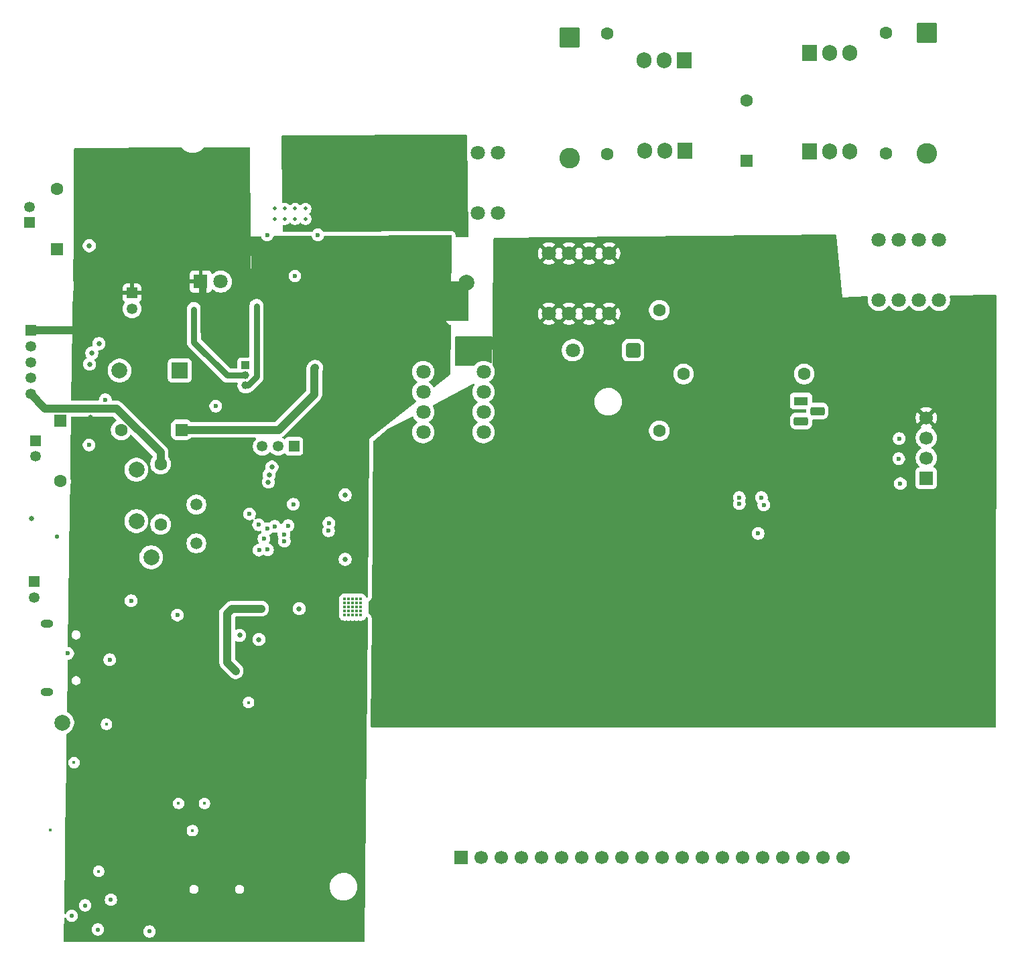
<source format=gbr>
%TF.GenerationSoftware,KiCad,Pcbnew,9.0.7*%
%TF.CreationDate,2026-02-19T04:12:07+03:00*%
%TF.ProjectId,shell-bms,7368656c-6c2d-4626-9d73-2e6b69636164,rev?*%
%TF.SameCoordinates,Original*%
%TF.FileFunction,Copper,L2,Inr*%
%TF.FilePolarity,Positive*%
%FSLAX46Y46*%
G04 Gerber Fmt 4.6, Leading zero omitted, Abs format (unit mm)*
G04 Created by KiCad (PCBNEW 9.0.7) date 2026-02-19 04:12:07*
%MOMM*%
%LPD*%
G01*
G04 APERTURE LIST*
G04 Aperture macros list*
%AMRoundRect*
0 Rectangle with rounded corners*
0 $1 Rounding radius*
0 $2 $3 $4 $5 $6 $7 $8 $9 X,Y pos of 4 corners*
0 Add a 4 corners polygon primitive as box body*
4,1,4,$2,$3,$4,$5,$6,$7,$8,$9,$2,$3,0*
0 Add four circle primitives for the rounded corners*
1,1,$1+$1,$2,$3*
1,1,$1+$1,$4,$5*
1,1,$1+$1,$6,$7*
1,1,$1+$1,$8,$9*
0 Add four rect primitives between the rounded corners*
20,1,$1+$1,$2,$3,$4,$5,0*
20,1,$1+$1,$4,$5,$6,$7,0*
20,1,$1+$1,$6,$7,$8,$9,0*
20,1,$1+$1,$8,$9,$2,$3,0*%
G04 Aperture macros list end*
%TA.AperFunction,EtchedComponent*%
%ADD10C,0.000000*%
%TD*%
%TA.AperFunction,ComponentPad*%
%ADD11RoundRect,0.250000X-0.550000X0.550000X-0.550000X-0.550000X0.550000X-0.550000X0.550000X0.550000X0*%
%TD*%
%TA.AperFunction,ComponentPad*%
%ADD12C,1.600000*%
%TD*%
%TA.AperFunction,ComponentPad*%
%ADD13R,1.350000X1.350000*%
%TD*%
%TA.AperFunction,ComponentPad*%
%ADD14C,1.350000*%
%TD*%
%TA.AperFunction,ComponentPad*%
%ADD15RoundRect,0.250000X0.550000X0.550000X-0.550000X0.550000X-0.550000X-0.550000X0.550000X-0.550000X0*%
%TD*%
%TA.AperFunction,ComponentPad*%
%ADD16C,1.800000*%
%TD*%
%TA.AperFunction,ComponentPad*%
%ADD17C,2.000000*%
%TD*%
%TA.AperFunction,ComponentPad*%
%ADD18R,1.905000X2.000000*%
%TD*%
%TA.AperFunction,ComponentPad*%
%ADD19O,1.905000X2.000000*%
%TD*%
%TA.AperFunction,ComponentPad*%
%ADD20C,0.600000*%
%TD*%
%TA.AperFunction,ComponentPad*%
%ADD21RoundRect,0.250000X-1.050000X1.050000X-1.050000X-1.050000X1.050000X-1.050000X1.050000X1.050000X0*%
%TD*%
%TA.AperFunction,ComponentPad*%
%ADD22C,2.600000*%
%TD*%
%TA.AperFunction,ComponentPad*%
%ADD23R,2.000000X2.000000*%
%TD*%
%TA.AperFunction,ComponentPad*%
%ADD24C,1.500000*%
%TD*%
%TA.AperFunction,HeatsinkPad*%
%ADD25C,0.500000*%
%TD*%
%TA.AperFunction,ComponentPad*%
%ADD26RoundRect,0.250000X0.550000X-0.550000X0.550000X0.550000X-0.550000X0.550000X-0.550000X-0.550000X0*%
%TD*%
%TA.AperFunction,HeatsinkPad*%
%ADD27O,1.000000X2.100000*%
%TD*%
%TA.AperFunction,HeatsinkPad*%
%ADD28O,1.000000X1.600000*%
%TD*%
%TA.AperFunction,ComponentPad*%
%ADD29C,1.700000*%
%TD*%
%TA.AperFunction,ComponentPad*%
%ADD30R,1.700000X1.700000*%
%TD*%
%TA.AperFunction,ComponentPad*%
%ADD31R,1.800000X1.100000*%
%TD*%
%TA.AperFunction,ComponentPad*%
%ADD32RoundRect,0.275000X-0.625000X0.275000X-0.625000X-0.275000X0.625000X-0.275000X0.625000X0.275000X0*%
%TD*%
%TA.AperFunction,ComponentPad*%
%ADD33R,1.000000X1.000000*%
%TD*%
%TA.AperFunction,ComponentPad*%
%ADD34C,1.000000*%
%TD*%
%TA.AperFunction,ComponentPad*%
%ADD35RoundRect,0.250000X0.650000X0.650000X-0.650000X0.650000X-0.650000X-0.650000X0.650000X-0.650000X0*%
%TD*%
%TA.AperFunction,ComponentPad*%
%ADD36R,1.800000X1.800000*%
%TD*%
%TA.AperFunction,HeatsinkPad*%
%ADD37O,2.100000X1.000000*%
%TD*%
%TA.AperFunction,HeatsinkPad*%
%ADD38O,1.600000X1.000000*%
%TD*%
%TA.AperFunction,ViaPad*%
%ADD39C,0.600000*%
%TD*%
%TA.AperFunction,ViaPad*%
%ADD40C,0.450000*%
%TD*%
%TA.AperFunction,ViaPad*%
%ADD41C,0.550000*%
%TD*%
%TA.AperFunction,ViaPad*%
%ADD42C,0.650000*%
%TD*%
%TA.AperFunction,Conductor*%
%ADD43C,1.000000*%
%TD*%
%TA.AperFunction,Conductor*%
%ADD44C,0.800000*%
%TD*%
G04 APERTURE END LIST*
D10*
%TA.AperFunction,EtchedComponent*%
%TO.C,NT1*%
G36*
X104004831Y-90975000D02*
G01*
X99704831Y-90975000D01*
X99704831Y-85975000D01*
X104004831Y-85975000D01*
X104004831Y-90975000D01*
G37*
%TD.AperFunction*%
%TD*%
D11*
%TO.N,+5V*%
%TO.C,D7*%
X52500000Y-103600000D03*
D12*
%TO.N,Net-(D7-A)*%
X52500000Y-111220000D03*
%TD*%
%TO.N,/Protection/B_Pos*%
%TO.C,R32*%
X121525000Y-69920000D03*
%TO.N,Net-(D3-K)*%
X121525000Y-54680000D03*
%TD*%
D13*
%TO.N,+5V*%
%TO.C,J7*%
X49300000Y-106100000D03*
D14*
%TO.N,Net-(D7-A)*%
X49300000Y-108100000D03*
%TD*%
D15*
%TO.N,+5V*%
%TO.C,D5*%
X67760000Y-104750000D03*
D12*
%TO.N,Net-(BZ1--)*%
X60140000Y-104750000D03*
%TD*%
D13*
%TO.N,Net-(J9-Pin_1)*%
%TO.C,J9*%
X81978000Y-106832400D03*
D14*
%TO.N,Net-(J9-Pin_2)*%
X79978000Y-106832400D03*
%TO.N,+3V3*%
X77978000Y-106832400D03*
%TO.N,GND*%
X75978000Y-106832400D03*
%TD*%
D12*
%TO.N,BAT*%
%TO.C,R22*%
X128142000Y-104854000D03*
%TO.N,Net-(D1-K)*%
X128142000Y-89614000D03*
%TD*%
D16*
%TO.N,Net-(D4-A)*%
%TO.C,MP3*%
X155865000Y-80690000D03*
X158405000Y-80690000D03*
X160945000Y-80690000D03*
X163485000Y-80690000D03*
X163485000Y-88310000D03*
X160945000Y-88310000D03*
X158405000Y-88310000D03*
X155865000Y-88310000D03*
%TD*%
D17*
%TO.N,Net-(U7-TOUT)*%
%TO.C,TP1*%
X52700000Y-141750000D03*
%TD*%
%TO.N,GND*%
%TO.C,SW1*%
X57577600Y-116281200D03*
X57577600Y-109781200D03*
%TO.N,/MCU/NRST*%
X62077600Y-116281200D03*
X62077600Y-109781200D03*
%TD*%
D18*
%TO.N,/Protection/CD*%
%TO.C,Q9*%
X131275000Y-58000000D03*
D19*
%TO.N,Net-(D3-K)*%
X128735000Y-58000000D03*
%TO.N,/Protection/B_Pos*%
X126195000Y-58000000D03*
%TD*%
D13*
%TO.N,+5V*%
%TO.C,J8*%
X48600000Y-78550000D03*
D14*
%TO.N,Net-(D8-A)*%
X48600000Y-76550000D03*
%TD*%
D13*
%TO.N,GND*%
%TO.C,J10*%
X48700000Y-92200000D03*
D14*
%TO.N,/Data_Utils/PB3*%
X48700000Y-94200000D03*
%TO.N,/Data_Utils/PB4*%
X48700000Y-96200000D03*
%TO.N,/Data_Utils/PB5*%
X48700000Y-98200000D03*
%TO.N,+3V3*%
X48700000Y-100200000D03*
%TD*%
D17*
%TO.N,GND*%
%TO.C,NT1*%
X99708800Y-86175000D03*
%TO.N,GNDPWR*%
X103808800Y-86175000D03*
D20*
%TO.N,Net-(MP2-Pad1)*%
X101958800Y-90700000D03*
%TD*%
D13*
%TO.N,GND*%
%TO.C,J13*%
X61525000Y-87450000D03*
D14*
%TO.N,Net-(J13-Pin_2)*%
X61525000Y-89450000D03*
%TD*%
D21*
%TO.N,Net-(D3-K)*%
%TO.C,D3*%
X116775000Y-55180000D03*
D22*
%TO.N,/Protection/B_Pos*%
X116775000Y-70420000D03*
%TD*%
D23*
%TO.N,+5V*%
%TO.C,BZ1*%
X67550000Y-97250000D03*
D17*
%TO.N,Net-(BZ1--)*%
X59950000Y-97250000D03*
%TD*%
D13*
%TO.N,Net-(J6-Pin_1)*%
%TO.C,J6*%
X49200000Y-123950000D03*
D14*
%TO.N,Net-(J6-Pin_2)*%
X49200000Y-125950000D03*
%TD*%
D24*
%TO.N,Net-(U3-PF0)*%
%TO.C,Y1*%
X69646800Y-114186800D03*
%TO.N,Net-(U3-PF1)*%
X69646800Y-119086800D03*
%TD*%
D16*
%TO.N,Net-(MP2-Pad1)*%
%TO.C,MP2*%
X98315000Y-105035000D03*
X98315000Y-102495000D03*
X98315000Y-99955000D03*
X98315000Y-97415000D03*
X105935000Y-97415000D03*
X105935000Y-99955000D03*
X105935000Y-102495000D03*
X105935000Y-105035000D03*
%TD*%
D25*
%TO.N,GNDPWR*%
%TO.C,U2*%
X83427400Y-76791531D03*
X82127400Y-76791531D03*
X80827400Y-76791531D03*
X79527400Y-76791531D03*
X83427400Y-78091531D03*
X82127400Y-78091531D03*
X80827400Y-78091531D03*
X79527400Y-78091531D03*
%TD*%
D12*
%TO.N,/MCU/NRST*%
%TO.C,R55*%
X65125600Y-116687600D03*
%TO.N,+3V3*%
X65125600Y-109067600D03*
%TD*%
%TO.N,Net-(D2-K)*%
%TO.C,R30*%
X131202000Y-97694000D03*
%TO.N,Net-(Q1-C)*%
X146442000Y-97694000D03*
%TD*%
D18*
%TO.N,/Protection/CD*%
%TO.C,Q3*%
X147095000Y-69550000D03*
D19*
%TO.N,Net-(D4-K)*%
X149635000Y-69550000D03*
%TO.N,Net-(D4-A)*%
X152175000Y-69550000D03*
%TD*%
D18*
%TO.N,/Protection/CD*%
%TO.C,Q2*%
X131405000Y-69500000D03*
D19*
%TO.N,Net-(D3-K)*%
X128865000Y-69500000D03*
%TO.N,/Protection/B_Pos*%
X126325000Y-69500000D03*
%TD*%
D26*
%TO.N,Net-(D2-K)*%
%TO.C,D2*%
X139175000Y-70770000D03*
D12*
%TO.N,/Protection/CD*%
X139175000Y-63150000D03*
%TD*%
D27*
%TO.N,GND*%
%TO.C,J11*%
X67910000Y-162320000D03*
D28*
X67910000Y-166500000D03*
D27*
X76550000Y-162320000D03*
D28*
X76550000Y-166500000D03*
%TD*%
D29*
%TO.N,/ReaderIC/Balance-Input/B_0*%
%TO.C,J2*%
X151364000Y-158761500D03*
%TO.N,/ReaderIC/Balance-Input/B_1*%
X148824000Y-158761500D03*
%TO.N,/ReaderIC/Balance-Input/B_2*%
X146284000Y-158761500D03*
%TO.N,/ReaderIC/Balance-Input/B_3*%
X143744000Y-158761500D03*
%TO.N,/ReaderIC/Balance-Input/B_4*%
X141204000Y-158761500D03*
%TO.N,/ReaderIC/Balance-Input/B_5*%
X138664000Y-158761500D03*
%TO.N,/ReaderIC/Balance-Input/B_6*%
X136124000Y-158761500D03*
%TO.N,/ReaderIC/Balance-Input/B_7*%
X133584000Y-158761500D03*
%TO.N,/ReaderIC/Balance-Input/B_8*%
X131044000Y-158761500D03*
%TO.N,/ReaderIC/Balance-Input/B_9*%
X128504000Y-158761500D03*
%TO.N,/ReaderIC/Balance-Input/B_10*%
X125964000Y-158761500D03*
%TO.N,/ReaderIC/Balance-Input/B_11*%
X123424000Y-158761500D03*
%TO.N,/ReaderIC/Balance-Input/B_12*%
X120884000Y-158761500D03*
%TO.N,/ReaderIC/Balance-Input/B_13*%
X118344000Y-158761500D03*
%TO.N,/ReaderIC/Balance-Input/B_14*%
X115804000Y-158761500D03*
%TO.N,/ReaderIC/Balance-Input/B_15*%
X113264000Y-158761500D03*
%TO.N,/ReaderIC/Balance-Input/B_16*%
X110724000Y-158761500D03*
%TO.N,unconnected-(J2-Pin_18-Pad18)*%
X108184000Y-158761500D03*
%TO.N,unconnected-(J2-Pin_19-Pad19)*%
X105644000Y-158761500D03*
D30*
%TO.N,unconnected-(J2-Pin_20-Pad20)*%
X103104000Y-158761500D03*
%TD*%
D31*
%TO.N,Net-(Q1-C)*%
%TO.C,Q1*%
X146042000Y-101104000D03*
D32*
%TO.N,Net-(Q1-B)*%
X148112000Y-102374000D03*
%TO.N,Net-(Q1-E)*%
X146042000Y-103644000D03*
%TD*%
D21*
%TO.N,Net-(D4-K)*%
%TO.C,D4*%
X161925000Y-54580000D03*
D22*
%TO.N,Net-(D4-A)*%
X161925000Y-69820000D03*
%TD*%
D26*
%TO.N,+5V*%
%TO.C,D8*%
X52032500Y-81910000D03*
D12*
%TO.N,Net-(D8-A)*%
X52032500Y-74290000D03*
%TD*%
D33*
%TO.N,Net-(JP1-A)*%
%TO.C,JP1*%
X75850000Y-96600000D03*
D34*
%TO.N,Net-(JP1-C)*%
X75850000Y-97870000D03*
%TO.N,Net-(JP1-B)*%
X75850000Y-99140000D03*
%TD*%
D18*
%TO.N,/Protection/CD*%
%TO.C,Q8*%
X147125000Y-57150000D03*
D19*
%TO.N,Net-(D4-K)*%
X149665000Y-57150000D03*
%TO.N,Net-(D4-A)*%
X152205000Y-57150000D03*
%TD*%
D35*
%TO.N,Net-(D1-K)*%
%TO.C,D1*%
X124840000Y-94694000D03*
D16*
%TO.N,/ReaderIC/Balance-Input/B_16*%
X117220000Y-94694000D03*
%TD*%
%TO.N,GNDPWR*%
%TO.C,MP4*%
X114190000Y-82440000D03*
X116730000Y-82440000D03*
X119270000Y-82440000D03*
X121810000Y-82440000D03*
X121810000Y-90060000D03*
X119270000Y-90060000D03*
X116730000Y-90060000D03*
X114190000Y-90060000D03*
%TD*%
%TO.N,/Protection/B_Pos*%
%TO.C,MP1*%
X100115000Y-69690000D03*
X102655000Y-69690000D03*
X105195000Y-69690000D03*
X107735000Y-69690000D03*
X107735000Y-77310000D03*
X105195000Y-77310000D03*
X102655000Y-77310000D03*
X100115000Y-77310000D03*
%TD*%
D36*
%TO.N,GND*%
%TO.C,D6*%
X70200000Y-86000000D03*
D16*
%TO.N,Net-(D6-A)*%
X72740000Y-86000000D03*
%TD*%
D17*
%TO.N,GND*%
%TO.C,C58*%
X63957200Y-125853200D03*
%TO.N,/MCU/NRST*%
X63957200Y-120853200D03*
%TD*%
D12*
%TO.N,Net-(D4-A)*%
%TO.C,R39*%
X156775000Y-69790000D03*
%TO.N,Net-(D4-K)*%
X156775000Y-54550000D03*
%TD*%
D30*
%TO.N,/ReaderIC/Balance-Input/TS1*%
%TO.C,J3*%
X161867000Y-110844000D03*
D29*
%TO.N,/ReaderIC/Balance-Input/TS2*%
X161867000Y-108304000D03*
%TO.N,/ReaderIC/Balance-Input/TS3*%
X161867000Y-105764000D03*
%TO.N,GNDPWR*%
X161867000Y-103224000D03*
%TD*%
D37*
%TO.N,GND*%
%TO.C,J5*%
X54955000Y-129230000D03*
D38*
X50775000Y-129230000D03*
D37*
X54955000Y-137870000D03*
D38*
X50775000Y-137870000D03*
%TD*%
D39*
%TO.N,+5V*%
X84650000Y-96900000D03*
D40*
%TO.N,GND*%
X53850000Y-168750000D03*
D39*
X69887500Y-134050000D03*
D41*
X57050000Y-158700000D03*
X73250000Y-120750000D03*
D39*
X57450000Y-125250000D03*
X81750000Y-119938800D03*
D41*
X73250000Y-112750000D03*
X84250000Y-127750000D03*
X61750000Y-159500000D03*
D39*
X78450000Y-96000000D03*
X69050000Y-132600000D03*
X80300000Y-114900000D03*
X70700000Y-132650000D03*
D41*
X56168037Y-152925000D03*
X69000000Y-110000000D03*
D40*
X57950000Y-148050000D03*
D39*
X82700000Y-92550000D03*
D40*
X69150000Y-157475000D03*
D42*
X75050000Y-137550000D03*
D39*
X54600000Y-120500000D03*
X54700000Y-127500000D03*
D40*
X55425000Y-168600000D03*
D42*
X56250000Y-103200000D03*
D39*
X70650000Y-135500000D03*
X82950000Y-99350000D03*
D41*
X79200000Y-153100000D03*
X53900000Y-164050000D03*
D39*
X87238500Y-98138500D03*
X77571600Y-111353600D03*
X69000000Y-135450000D03*
D40*
X76175000Y-159775000D03*
D39*
%TO.N,/ReaderIC/Balance-Input/TS3*%
X138242000Y-113293997D03*
X158442000Y-105844000D03*
%TO.N,/ReaderIC/Balance-Input/TS2*%
X158392000Y-108394000D03*
X140617000Y-117831500D03*
%TO.N,/ReaderIC/Balance-Input/TS1*%
X158592000Y-111544000D03*
X138242000Y-114094000D03*
D40*
%TO.N,+3V3*%
X89400000Y-127150000D03*
X88400000Y-126150000D03*
D42*
X73525000Y-127950000D03*
X88442800Y-121108400D03*
X88442800Y-112978000D03*
X74612500Y-135237500D03*
D41*
X53916000Y-166166000D03*
D40*
X88900000Y-127650000D03*
X89900000Y-127150000D03*
X88400000Y-128150000D03*
D39*
X81889600Y-114141000D03*
D40*
X89400000Y-126150000D03*
X88400000Y-127150000D03*
X70675000Y-151950000D03*
X88400000Y-127650000D03*
X88400000Y-126650000D03*
X88900000Y-126150000D03*
X89900000Y-128150000D03*
D39*
X76352400Y-115366800D03*
D40*
X89900000Y-127650000D03*
D41*
X55600000Y-164850000D03*
D40*
X90400000Y-128150000D03*
X89400000Y-128150000D03*
X69150000Y-155400000D03*
X90400000Y-126650000D03*
D42*
X82644400Y-127355600D03*
D40*
X88900000Y-126650000D03*
X88900000Y-127150000D03*
X89900000Y-126650000D03*
X88900000Y-128150000D03*
D42*
X77833400Y-127355600D03*
D40*
X89400000Y-127650000D03*
X89400000Y-126650000D03*
X90400000Y-126150000D03*
X89900000Y-126150000D03*
X90400000Y-127150000D03*
X90400000Y-127650000D03*
D39*
%TO.N,GNDPWR*%
X150418800Y-96164400D03*
D41*
X156750000Y-138000000D03*
D39*
X131200000Y-100600000D03*
X161086800Y-131368800D03*
X149809200Y-112064800D03*
X153568400Y-109118400D03*
X163423600Y-127660400D03*
X150418800Y-99060000D03*
X160629600Y-116381500D03*
X162217000Y-122682000D03*
X152349200Y-110490000D03*
X162217000Y-120142000D03*
X162147550Y-117862050D03*
X161137600Y-127660400D03*
X162204400Y-133451600D03*
X151790400Y-97637600D03*
X133750000Y-100650000D03*
X163474400Y-131419600D03*
X163372800Y-101904800D03*
X136906000Y-114757200D03*
X152298400Y-107645200D03*
D41*
X156750000Y-134250000D03*
X157750000Y-136000000D03*
D39*
X149758400Y-113995200D03*
X163423600Y-104292400D03*
X160629600Y-101955600D03*
%TO.N,Net-(U2-FB)*%
X82100000Y-85300000D03*
X78600000Y-80100000D03*
X85000000Y-80100000D03*
%TO.N,/MCU/NRST*%
X77520800Y-116738400D03*
%TO.N,/Data_Utils/USB-*%
X53400000Y-133000000D03*
X58700000Y-133800000D03*
D42*
%TO.N,/Data_Utils/PB4*%
X56450000Y-95050000D03*
X78850000Y-110450000D03*
%TO.N,/Data_Utils/PB5*%
X78750000Y-111350000D03*
X56150000Y-96450000D03*
%TO.N,/Data_Utils/PB3*%
X57350000Y-93850000D03*
X79200000Y-109450000D03*
D39*
%TO.N,Net-(JP1-C)*%
X69350000Y-89500000D03*
%TO.N,Net-(JP1-B)*%
X77250000Y-89100000D03*
%TO.N,/Data_Utils/STAT_LED*%
X72100000Y-101750000D03*
X80718785Y-118022969D03*
%TO.N,Net-(Q4-B)*%
X56100000Y-106650000D03*
D42*
%TO.N,Net-(Q5-B)*%
X48850000Y-115950000D03*
D39*
%TO.N,/MCU/IC_SDA*%
X141042000Y-113294000D03*
X86360000Y-117500400D03*
%TO.N,/MCU/IC_SCL*%
X141342000Y-114244000D03*
X86410800Y-116535200D03*
%TO.N,/Data_Utils/BUZZER*%
X58150000Y-100950000D03*
X80772000Y-118821200D03*
D41*
%TO.N,/Data_Utils/FAN1*%
X52000000Y-118250000D03*
D39*
X78186959Y-118517319D03*
D42*
%TO.N,/Data_Utils/FAN2*%
X56125000Y-81475000D03*
D39*
X78587600Y-117246400D03*
%TO.N,/Data_Utils/CAN_TX*%
X79550000Y-116950000D03*
X61400000Y-126350000D03*
%TO.N,/Data_Utils/CAN_RX*%
X67250000Y-128150000D03*
X81250000Y-116850000D03*
%TO.N,/Data_Utils/TXD*%
X78638400Y-119888000D03*
D42*
X77550000Y-131250000D03*
%TO.N,/Data_Utils/RXD*%
X75126885Y-130709752D03*
D39*
X77571600Y-119938800D03*
D40*
X76250000Y-139200000D03*
%TO.N,Net-(U7-RST)*%
X54200000Y-146800000D03*
%TO.N,Net-(U7-EN)*%
X51200000Y-155350000D03*
%TO.N,Net-(JP2-A)*%
X58300000Y-141950000D03*
X67400000Y-151950000D03*
%TO.N,Net-(U7-IO15)*%
X57300000Y-160550000D03*
D41*
%TO.N,Net-(SW2-C)*%
X57200000Y-167900000D03*
%TO.N,Net-(SW2-A)*%
X63750000Y-168150000D03*
%TO.N,Net-(U7-IO2)*%
X58850000Y-164150000D03*
%TD*%
D43*
%TO.N,+5V*%
X80050000Y-104750000D02*
X67760000Y-104750000D01*
X84549000Y-100251000D02*
X80050000Y-104750000D01*
X84549000Y-97001000D02*
X84549000Y-100251000D01*
X84650000Y-96900000D02*
X84549000Y-97001000D01*
D44*
%TO.N,GND*%
X70500000Y-86300000D02*
X70500000Y-92300000D01*
D43*
X55250000Y-92200000D02*
X55300000Y-92150000D01*
D44*
X70200000Y-86000000D02*
X70500000Y-86300000D01*
D43*
X48700000Y-92200000D02*
X55250000Y-92200000D01*
%TO.N,+3V3*%
X74169400Y-127355600D02*
X73550000Y-127975000D01*
X50550000Y-102050000D02*
X59562735Y-102050000D01*
X77833400Y-127355600D02*
X74169400Y-127355600D01*
X65125600Y-107612865D02*
X65125600Y-109067600D01*
X73550000Y-134175000D02*
X73550000Y-127975000D01*
X73550000Y-127975000D02*
X73525000Y-127950000D01*
X74612500Y-135237500D02*
X73550000Y-134175000D01*
X59562735Y-102050000D02*
X65125600Y-107612865D01*
X48700000Y-100200000D02*
X50550000Y-102050000D01*
D44*
%TO.N,Net-(JP1-C)*%
X69350000Y-89500000D02*
X69350000Y-93650000D01*
X73570000Y-97870000D02*
X75850000Y-97870000D01*
X69350000Y-93650000D02*
X73570000Y-97870000D01*
%TO.N,Net-(JP1-B)*%
X76137050Y-99140000D02*
X77250000Y-98027050D01*
X77250000Y-98027050D02*
X77250000Y-93450000D01*
X77250000Y-93450000D02*
X77250000Y-89100000D01*
X75850000Y-99140000D02*
X76137050Y-99140000D01*
%TD*%
%TA.AperFunction,Conductor*%
%TO.N,/Protection/B_Pos*%
G36*
X103783743Y-67455389D02*
G01*
X103829727Y-67507993D01*
X103841148Y-67558418D01*
X104003188Y-80302379D01*
X103984357Y-80369664D01*
X103932139Y-80416086D01*
X103879223Y-80427956D01*
X102552836Y-80428223D01*
X102485793Y-80408552D01*
X102440027Y-80355757D01*
X102428816Y-80303189D01*
X102429427Y-80230187D01*
X102417948Y-80118760D01*
X102406366Y-80065386D01*
X102370634Y-79959233D01*
X102291963Y-79838765D01*
X102245823Y-79786297D01*
X102245821Y-79786295D01*
X102136396Y-79692872D01*
X102082016Y-79668517D01*
X102005085Y-79634062D01*
X101978207Y-79626383D01*
X101937903Y-79614869D01*
X101937900Y-79614868D01*
X101937898Y-79614868D01*
X101795343Y-79595436D01*
X101795342Y-79595436D01*
X101795341Y-79595436D01*
X100028078Y-79608376D01*
X85889971Y-79711898D01*
X85889966Y-79711898D01*
X85833306Y-79715502D01*
X85833297Y-79715503D01*
X85805708Y-79718822D01*
X85805696Y-79718823D01*
X85798199Y-79720156D01*
X85728750Y-79712503D01*
X85674463Y-79668517D01*
X85673405Y-79666959D01*
X85621789Y-79589711D01*
X85621786Y-79589707D01*
X85510292Y-79478213D01*
X85510288Y-79478210D01*
X85379185Y-79390609D01*
X85379172Y-79390602D01*
X85233501Y-79330264D01*
X85233489Y-79330261D01*
X85078845Y-79299500D01*
X85078842Y-79299500D01*
X84921158Y-79299500D01*
X84921155Y-79299500D01*
X84766510Y-79330261D01*
X84766498Y-79330264D01*
X84620827Y-79390602D01*
X84620814Y-79390609D01*
X84489711Y-79478210D01*
X84489707Y-79478213D01*
X84378213Y-79589707D01*
X84378210Y-79589711D01*
X84315489Y-79683580D01*
X84261877Y-79728385D01*
X84195639Y-79737552D01*
X84168303Y-79733826D01*
X84103398Y-79724979D01*
X84103397Y-79724979D01*
X84103396Y-79724979D01*
X84088750Y-79725086D01*
X80675907Y-79750074D01*
X80608725Y-79730880D01*
X80562585Y-79678413D01*
X80551011Y-79627771D01*
X80541808Y-78952705D01*
X80560576Y-78885407D01*
X80612752Y-78838936D01*
X80681768Y-78828051D01*
X80689988Y-78829401D01*
X80753480Y-78842031D01*
X80753482Y-78842031D01*
X80901320Y-78842031D01*
X80998862Y-78822627D01*
X81046313Y-78813189D01*
X81182895Y-78756615D01*
X81305816Y-78674482D01*
X81305819Y-78674479D01*
X81389719Y-78590580D01*
X81451042Y-78557095D01*
X81520734Y-78562079D01*
X81565081Y-78590580D01*
X81648980Y-78674479D01*
X81648984Y-78674482D01*
X81771898Y-78756611D01*
X81771911Y-78756618D01*
X81908482Y-78813187D01*
X81908487Y-78813189D01*
X81908491Y-78813189D01*
X81908492Y-78813190D01*
X82053479Y-78842031D01*
X82053482Y-78842031D01*
X82201320Y-78842031D01*
X82298862Y-78822627D01*
X82346313Y-78813189D01*
X82482895Y-78756615D01*
X82605816Y-78674482D01*
X82605819Y-78674479D01*
X82689719Y-78590580D01*
X82751042Y-78557095D01*
X82820734Y-78562079D01*
X82865081Y-78590580D01*
X82948980Y-78674479D01*
X82948984Y-78674482D01*
X83071898Y-78756611D01*
X83071911Y-78756618D01*
X83208482Y-78813187D01*
X83208487Y-78813189D01*
X83208491Y-78813189D01*
X83208492Y-78813190D01*
X83353479Y-78842031D01*
X83353482Y-78842031D01*
X83501320Y-78842031D01*
X83598862Y-78822627D01*
X83646313Y-78813189D01*
X83782895Y-78756615D01*
X83905816Y-78674482D01*
X84010351Y-78569947D01*
X84092484Y-78447026D01*
X84149058Y-78310444D01*
X84177900Y-78165449D01*
X84177900Y-78017613D01*
X84177900Y-78017610D01*
X84149059Y-77872623D01*
X84149058Y-77872622D01*
X84149058Y-77872618D01*
X84149056Y-77872613D01*
X84092487Y-77736042D01*
X84092480Y-77736029D01*
X84010351Y-77613115D01*
X84010348Y-77613111D01*
X83926449Y-77529212D01*
X83892964Y-77467889D01*
X83897948Y-77398197D01*
X83926449Y-77353850D01*
X84010348Y-77269950D01*
X84010351Y-77269947D01*
X84092484Y-77147026D01*
X84149058Y-77010444D01*
X84177900Y-76865449D01*
X84177900Y-76717613D01*
X84177900Y-76717610D01*
X84149059Y-76572623D01*
X84149058Y-76572622D01*
X84149058Y-76572618D01*
X84149056Y-76572613D01*
X84092487Y-76436042D01*
X84092480Y-76436029D01*
X84010351Y-76313115D01*
X84010348Y-76313111D01*
X83905819Y-76208582D01*
X83905815Y-76208579D01*
X83782901Y-76126450D01*
X83782888Y-76126443D01*
X83646317Y-76069874D01*
X83646307Y-76069871D01*
X83501320Y-76041031D01*
X83501318Y-76041031D01*
X83353482Y-76041031D01*
X83353480Y-76041031D01*
X83208492Y-76069871D01*
X83208482Y-76069874D01*
X83071911Y-76126443D01*
X83071898Y-76126450D01*
X82948984Y-76208579D01*
X82948980Y-76208582D01*
X82865081Y-76292482D01*
X82803758Y-76325967D01*
X82734066Y-76320983D01*
X82689719Y-76292482D01*
X82605819Y-76208582D01*
X82605815Y-76208579D01*
X82482901Y-76126450D01*
X82482888Y-76126443D01*
X82346317Y-76069874D01*
X82346307Y-76069871D01*
X82201320Y-76041031D01*
X82201318Y-76041031D01*
X82053482Y-76041031D01*
X82053480Y-76041031D01*
X81908492Y-76069871D01*
X81908482Y-76069874D01*
X81771911Y-76126443D01*
X81771898Y-76126450D01*
X81648984Y-76208579D01*
X81648980Y-76208582D01*
X81565081Y-76292482D01*
X81503758Y-76325967D01*
X81434066Y-76320983D01*
X81389719Y-76292482D01*
X81305819Y-76208582D01*
X81305815Y-76208579D01*
X81182901Y-76126450D01*
X81182888Y-76126443D01*
X81046317Y-76069874D01*
X81046307Y-76069871D01*
X80901320Y-76041031D01*
X80901318Y-76041031D01*
X80753482Y-76041031D01*
X80753479Y-76041031D01*
X80648941Y-76061825D01*
X80579350Y-76055598D01*
X80524172Y-76012735D01*
X80500928Y-75946845D01*
X80500762Y-75941923D01*
X80387891Y-67662605D01*
X80406659Y-67595305D01*
X80458835Y-67548834D01*
X80511336Y-67536917D01*
X103716621Y-67435996D01*
X103783743Y-67455389D01*
G37*
%TD.AperFunction*%
%TD*%
%TA.AperFunction,Conductor*%
%TO.N,GND*%
G36*
X76393672Y-69069937D02*
G01*
X76439664Y-69122535D01*
X76451097Y-69173451D01*
X76549872Y-80285800D01*
X76549872Y-80285799D01*
X76549873Y-80285801D01*
X76549873Y-80285800D01*
X76622479Y-88454019D01*
X76550538Y-88525961D01*
X76550535Y-88525965D01*
X76451990Y-88673446D01*
X76451983Y-88673459D01*
X76384106Y-88837332D01*
X76384103Y-88837341D01*
X76349500Y-89011304D01*
X76349500Y-91551332D01*
X70250500Y-91578379D01*
X70250500Y-89411306D01*
X70250499Y-89411304D01*
X70215896Y-89237341D01*
X70215893Y-89237332D01*
X70148016Y-89073459D01*
X70148009Y-89073446D01*
X70049464Y-88925965D01*
X70049461Y-88925961D01*
X69924038Y-88800538D01*
X69924034Y-88800535D01*
X69776553Y-88701990D01*
X69776540Y-88701983D01*
X69612667Y-88634106D01*
X69612658Y-88634103D01*
X69438694Y-88599500D01*
X69438691Y-88599500D01*
X69261309Y-88599500D01*
X69261306Y-88599500D01*
X69087341Y-88634103D01*
X69087332Y-88634106D01*
X68923459Y-88701983D01*
X68923446Y-88701990D01*
X68775965Y-88800535D01*
X68775961Y-88800538D01*
X68650538Y-88925961D01*
X68650535Y-88925965D01*
X68551990Y-89073446D01*
X68551983Y-89073459D01*
X68484106Y-89237332D01*
X68484103Y-89237341D01*
X68449500Y-89411304D01*
X68449500Y-91586365D01*
X54100000Y-91650000D01*
X54110189Y-89357486D01*
X60349500Y-89357486D01*
X60349500Y-89542513D01*
X60378445Y-89725265D01*
X60435619Y-89901232D01*
X60435620Y-89901235D01*
X60519622Y-90066096D01*
X60628379Y-90215787D01*
X60759213Y-90346621D01*
X60908904Y-90455378D01*
X60989763Y-90496577D01*
X61073764Y-90539379D01*
X61073767Y-90539380D01*
X61161750Y-90567967D01*
X61249736Y-90596555D01*
X61432486Y-90625500D01*
X61432487Y-90625500D01*
X61617513Y-90625500D01*
X61617514Y-90625500D01*
X61800264Y-90596555D01*
X61976235Y-90539379D01*
X62141096Y-90455378D01*
X62290787Y-90346621D01*
X62421621Y-90215787D01*
X62530378Y-90066096D01*
X62614379Y-89901235D01*
X62671555Y-89725264D01*
X62700500Y-89542514D01*
X62700500Y-89357486D01*
X62671555Y-89174736D01*
X62614379Y-88998765D01*
X62614379Y-88998764D01*
X62532129Y-88837341D01*
X62530378Y-88833904D01*
X62446159Y-88717987D01*
X62422680Y-88652183D01*
X62438505Y-88584129D01*
X62472167Y-88545836D01*
X62557190Y-88482186D01*
X62643350Y-88367093D01*
X62643354Y-88367086D01*
X62693596Y-88232379D01*
X62693598Y-88232372D01*
X62699999Y-88172844D01*
X62700000Y-88172827D01*
X62700000Y-87700000D01*
X61840686Y-87700000D01*
X61845080Y-87695606D01*
X61897741Y-87604394D01*
X61925000Y-87502661D01*
X61925000Y-87397339D01*
X61897741Y-87295606D01*
X61845080Y-87204394D01*
X61840686Y-87200000D01*
X62700000Y-87200000D01*
X62700000Y-86727172D01*
X62699999Y-86727155D01*
X62693598Y-86667627D01*
X62693596Y-86667620D01*
X62643354Y-86532913D01*
X62643350Y-86532906D01*
X62557190Y-86417812D01*
X62557187Y-86417809D01*
X62442093Y-86331649D01*
X62442086Y-86331645D01*
X62396975Y-86314820D01*
X62307379Y-86281403D01*
X62307372Y-86281401D01*
X62247844Y-86275000D01*
X61775000Y-86275000D01*
X61775000Y-87134314D01*
X61770606Y-87129920D01*
X61679394Y-87077259D01*
X61577661Y-87050000D01*
X61472339Y-87050000D01*
X61370606Y-87077259D01*
X61279394Y-87129920D01*
X61275000Y-87134314D01*
X61275000Y-86275000D01*
X60802155Y-86275000D01*
X60742627Y-86281401D01*
X60742620Y-86281403D01*
X60607913Y-86331645D01*
X60607906Y-86331649D01*
X60492812Y-86417809D01*
X60492809Y-86417812D01*
X60406649Y-86532906D01*
X60406645Y-86532913D01*
X60356403Y-86667620D01*
X60356401Y-86667627D01*
X60350000Y-86727155D01*
X60350000Y-87200000D01*
X61209314Y-87200000D01*
X61204920Y-87204394D01*
X61152259Y-87295606D01*
X61125000Y-87397339D01*
X61125000Y-87502661D01*
X61152259Y-87604394D01*
X61204920Y-87695606D01*
X61209314Y-87700000D01*
X60350000Y-87700000D01*
X60350000Y-88172844D01*
X60356401Y-88232372D01*
X60356403Y-88232379D01*
X60406645Y-88367086D01*
X60406649Y-88367093D01*
X60492809Y-88482186D01*
X60577832Y-88545835D01*
X60619703Y-88601769D01*
X60624687Y-88671461D01*
X60603839Y-88717987D01*
X60519624Y-88833900D01*
X60435620Y-88998764D01*
X60435619Y-88998767D01*
X60378445Y-89174734D01*
X60349500Y-89357486D01*
X54110189Y-89357486D01*
X54129323Y-85052155D01*
X68800000Y-85052155D01*
X68800000Y-85750000D01*
X69824722Y-85750000D01*
X69780667Y-85826306D01*
X69750000Y-85940756D01*
X69750000Y-86059244D01*
X69780667Y-86173694D01*
X69824722Y-86250000D01*
X68800000Y-86250000D01*
X68800000Y-86947844D01*
X68806401Y-87007372D01*
X68806403Y-87007379D01*
X68856645Y-87142086D01*
X68856649Y-87142093D01*
X68942809Y-87257187D01*
X68942812Y-87257190D01*
X69057906Y-87343350D01*
X69057913Y-87343354D01*
X69192620Y-87393596D01*
X69192627Y-87393598D01*
X69252155Y-87399999D01*
X69252172Y-87400000D01*
X69950000Y-87400000D01*
X69950000Y-86375277D01*
X70026306Y-86419333D01*
X70140756Y-86450000D01*
X70259244Y-86450000D01*
X70373694Y-86419333D01*
X70450000Y-86375277D01*
X70450000Y-87400000D01*
X71147828Y-87400000D01*
X71147844Y-87399999D01*
X71207372Y-87393598D01*
X71207379Y-87393596D01*
X71342086Y-87343354D01*
X71342093Y-87343350D01*
X71457187Y-87257190D01*
X71457190Y-87257187D01*
X71543350Y-87142093D01*
X71543354Y-87142086D01*
X71573213Y-87062031D01*
X71615084Y-87006097D01*
X71680548Y-86981680D01*
X71748821Y-86996531D01*
X71777076Y-87017683D01*
X71827636Y-87068243D01*
X71827641Y-87068247D01*
X71983192Y-87181260D01*
X72005978Y-87197815D01*
X72122501Y-87257187D01*
X72202393Y-87297895D01*
X72202396Y-87297896D01*
X72307221Y-87331955D01*
X72412049Y-87366015D01*
X72629778Y-87400500D01*
X72629779Y-87400500D01*
X72850221Y-87400500D01*
X72850222Y-87400500D01*
X73067951Y-87366015D01*
X73277606Y-87297895D01*
X73474022Y-87197815D01*
X73652365Y-87068242D01*
X73808242Y-86912365D01*
X73937815Y-86734022D01*
X74037895Y-86537606D01*
X74106015Y-86327951D01*
X74140500Y-86110222D01*
X74140500Y-85889778D01*
X74106015Y-85672049D01*
X74071955Y-85567221D01*
X74037896Y-85462396D01*
X74037895Y-85462393D01*
X74003237Y-85394375D01*
X73937815Y-85265978D01*
X73921260Y-85243192D01*
X73808247Y-85087641D01*
X73808243Y-85087636D01*
X73652363Y-84931756D01*
X73652358Y-84931752D01*
X73474025Y-84802187D01*
X73474024Y-84802186D01*
X73474022Y-84802185D01*
X73411096Y-84770122D01*
X73277606Y-84702104D01*
X73277603Y-84702103D01*
X73067952Y-84633985D01*
X72959086Y-84616742D01*
X72850222Y-84599500D01*
X72629778Y-84599500D01*
X72557201Y-84610995D01*
X72412047Y-84633985D01*
X72202396Y-84702103D01*
X72202393Y-84702104D01*
X72005974Y-84802187D01*
X71827641Y-84931752D01*
X71827636Y-84931756D01*
X71777075Y-84982317D01*
X71715752Y-85015801D01*
X71646060Y-85010816D01*
X71590127Y-84968945D01*
X71573213Y-84937968D01*
X71543354Y-84857913D01*
X71543350Y-84857906D01*
X71457190Y-84742812D01*
X71457187Y-84742809D01*
X71342093Y-84656649D01*
X71342086Y-84656645D01*
X71207379Y-84606403D01*
X71207372Y-84606401D01*
X71147844Y-84600000D01*
X70450000Y-84600000D01*
X70450000Y-85624722D01*
X70373694Y-85580667D01*
X70259244Y-85550000D01*
X70140756Y-85550000D01*
X70026306Y-85580667D01*
X69950000Y-85624722D01*
X69950000Y-84600000D01*
X69252155Y-84600000D01*
X69192627Y-84606401D01*
X69192620Y-84606403D01*
X69057913Y-84656645D01*
X69057906Y-84656649D01*
X68942812Y-84742809D01*
X68942809Y-84742812D01*
X68856649Y-84857906D01*
X68856645Y-84857913D01*
X68806403Y-84992620D01*
X68806401Y-84992627D01*
X68800000Y-85052155D01*
X54129323Y-85052155D01*
X54144860Y-81556307D01*
X55299499Y-81556307D01*
X55331222Y-81715783D01*
X55331225Y-81715793D01*
X55393450Y-81866019D01*
X55393452Y-81866023D01*
X55483788Y-82001220D01*
X55483794Y-82001228D01*
X55598771Y-82116205D01*
X55598779Y-82116211D01*
X55733976Y-82206547D01*
X55733980Y-82206549D01*
X55884206Y-82268774D01*
X55884211Y-82268776D01*
X55884215Y-82268776D01*
X55884216Y-82268777D01*
X56043692Y-82300500D01*
X56043695Y-82300500D01*
X56206307Y-82300500D01*
X56313598Y-82279157D01*
X56365789Y-82268776D01*
X56516021Y-82206548D01*
X56516023Y-82206547D01*
X56583169Y-82161680D01*
X56651225Y-82116208D01*
X56766208Y-82001225D01*
X56856548Y-81866021D01*
X56918776Y-81715789D01*
X56950500Y-81556305D01*
X56950500Y-81393695D01*
X56950500Y-81393692D01*
X56918777Y-81234216D01*
X56918776Y-81234215D01*
X56918776Y-81234211D01*
X56918774Y-81234206D01*
X56856549Y-81083980D01*
X56856547Y-81083976D01*
X56766211Y-80948779D01*
X56766205Y-80948771D01*
X56651228Y-80833794D01*
X56651220Y-80833788D01*
X56516023Y-80743452D01*
X56516019Y-80743450D01*
X56365793Y-80681225D01*
X56365783Y-80681222D01*
X56206307Y-80649500D01*
X56206305Y-80649500D01*
X56043695Y-80649500D01*
X56043693Y-80649500D01*
X55884216Y-80681222D01*
X55884206Y-80681225D01*
X55733980Y-80743450D01*
X55733976Y-80743452D01*
X55598779Y-80833788D01*
X55598771Y-80833794D01*
X55483794Y-80948771D01*
X55483788Y-80948779D01*
X55393452Y-81083976D01*
X55393450Y-81083980D01*
X55331225Y-81234206D01*
X55331222Y-81234216D01*
X55299500Y-81393692D01*
X55299500Y-81393695D01*
X55299500Y-81556305D01*
X55299500Y-81556307D01*
X55299499Y-81556307D01*
X54144860Y-81556307D01*
X54199453Y-69272892D01*
X54219436Y-69205944D01*
X54272442Y-69160424D01*
X54322891Y-69149447D01*
X67767473Y-69089022D01*
X67834598Y-69108405D01*
X67866402Y-69137532D01*
X67875545Y-69149447D01*
X67881081Y-69156661D01*
X67997312Y-69272892D01*
X68043338Y-69318918D01*
X68225382Y-69458607D01*
X68225385Y-69458608D01*
X68225388Y-69458611D01*
X68424112Y-69573344D01*
X68424117Y-69573346D01*
X68424123Y-69573349D01*
X68515480Y-69611190D01*
X68636113Y-69661158D01*
X68857762Y-69720548D01*
X69085266Y-69750500D01*
X69085273Y-69750500D01*
X69314727Y-69750500D01*
X69314734Y-69750500D01*
X69542238Y-69720548D01*
X69763887Y-69661158D01*
X69975888Y-69573344D01*
X70174612Y-69458611D01*
X70356661Y-69318919D01*
X70356665Y-69318914D01*
X70356670Y-69318911D01*
X70518914Y-69156666D01*
X70518919Y-69156661D01*
X70543507Y-69124617D01*
X70599929Y-69083416D01*
X70641315Y-69076106D01*
X76326547Y-69050554D01*
X76393672Y-69069937D01*
G37*
%TD.AperFunction*%
%TD*%
%TA.AperFunction,Conductor*%
%TO.N,GNDPWR*%
G36*
X150470960Y-80111518D02*
G01*
X150517206Y-80163892D01*
X150528303Y-80204321D01*
X151293401Y-87985600D01*
X154367436Y-87865494D01*
X154435191Y-87882546D01*
X154482972Y-87933523D01*
X154495608Y-88002241D01*
X154494748Y-88008797D01*
X154464500Y-88199778D01*
X154464500Y-88420222D01*
X154475564Y-88490075D01*
X154498985Y-88637952D01*
X154567103Y-88847603D01*
X154567104Y-88847606D01*
X154610303Y-88932386D01*
X154662129Y-89034100D01*
X154667187Y-89044025D01*
X154796752Y-89222358D01*
X154796756Y-89222363D01*
X154952636Y-89378243D01*
X154952641Y-89378247D01*
X155102531Y-89487147D01*
X155130978Y-89507815D01*
X155259375Y-89573237D01*
X155327393Y-89607895D01*
X155327396Y-89607896D01*
X155432221Y-89641955D01*
X155537049Y-89676015D01*
X155754778Y-89710500D01*
X155754779Y-89710500D01*
X155975221Y-89710500D01*
X155975222Y-89710500D01*
X156192951Y-89676015D01*
X156402606Y-89607895D01*
X156599022Y-89507815D01*
X156777365Y-89378242D01*
X156933242Y-89222365D01*
X157011410Y-89114776D01*
X157034682Y-89082745D01*
X157090011Y-89040079D01*
X157159625Y-89034100D01*
X157221420Y-89066705D01*
X157235318Y-89082745D01*
X157336752Y-89222358D01*
X157336756Y-89222363D01*
X157492636Y-89378243D01*
X157492641Y-89378247D01*
X157642531Y-89487147D01*
X157670978Y-89507815D01*
X157799375Y-89573237D01*
X157867393Y-89607895D01*
X157867396Y-89607896D01*
X157972221Y-89641955D01*
X158077049Y-89676015D01*
X158294778Y-89710500D01*
X158294779Y-89710500D01*
X158515221Y-89710500D01*
X158515222Y-89710500D01*
X158732951Y-89676015D01*
X158942606Y-89607895D01*
X159139022Y-89507815D01*
X159317365Y-89378242D01*
X159473242Y-89222365D01*
X159551410Y-89114776D01*
X159574682Y-89082745D01*
X159630011Y-89040079D01*
X159699625Y-89034100D01*
X159761420Y-89066705D01*
X159775318Y-89082745D01*
X159876752Y-89222358D01*
X159876756Y-89222363D01*
X160032636Y-89378243D01*
X160032641Y-89378247D01*
X160182531Y-89487147D01*
X160210978Y-89507815D01*
X160339375Y-89573237D01*
X160407393Y-89607895D01*
X160407396Y-89607896D01*
X160512221Y-89641955D01*
X160617049Y-89676015D01*
X160834778Y-89710500D01*
X160834779Y-89710500D01*
X161055221Y-89710500D01*
X161055222Y-89710500D01*
X161272951Y-89676015D01*
X161482606Y-89607895D01*
X161679022Y-89507815D01*
X161857365Y-89378242D01*
X162013242Y-89222365D01*
X162091410Y-89114776D01*
X162114682Y-89082745D01*
X162170011Y-89040079D01*
X162239625Y-89034100D01*
X162301420Y-89066705D01*
X162315318Y-89082745D01*
X162416752Y-89222358D01*
X162416756Y-89222363D01*
X162572636Y-89378243D01*
X162572641Y-89378247D01*
X162722531Y-89487147D01*
X162750978Y-89507815D01*
X162879375Y-89573237D01*
X162947393Y-89607895D01*
X162947396Y-89607896D01*
X163052221Y-89641955D01*
X163157049Y-89676015D01*
X163374778Y-89710500D01*
X163374779Y-89710500D01*
X163595221Y-89710500D01*
X163595222Y-89710500D01*
X163812951Y-89676015D01*
X164022606Y-89607895D01*
X164219022Y-89507815D01*
X164397365Y-89378242D01*
X164553242Y-89222365D01*
X164682815Y-89044022D01*
X164782895Y-88847606D01*
X164851015Y-88637951D01*
X164885500Y-88420222D01*
X164885500Y-88199778D01*
X164851015Y-87982049D01*
X164826405Y-87906309D01*
X164824411Y-87836469D01*
X164860491Y-87776636D01*
X164923192Y-87745808D01*
X164943195Y-87743997D01*
X170588348Y-87692346D01*
X170655565Y-87711417D01*
X170701801Y-87763800D01*
X170713483Y-87816456D01*
X170662915Y-142228098D01*
X170643168Y-142295119D01*
X170590322Y-142340825D01*
X170538899Y-142351983D01*
X91789564Y-142341664D01*
X91722527Y-142321971D01*
X91676779Y-142269161D01*
X91665585Y-142216506D01*
X91793689Y-128530756D01*
X91783063Y-128433663D01*
X91780701Y-128412083D01*
X91780697Y-128412064D01*
X91767591Y-128355419D01*
X91767589Y-128355410D01*
X91727129Y-128243085D01*
X91645070Y-128124899D01*
X91597459Y-128073762D01*
X91597455Y-128073758D01*
X91550992Y-128036317D01*
X91485423Y-127983480D01*
X91468630Y-127976525D01*
X91454659Y-127970738D01*
X91400256Y-127926899D01*
X91378190Y-127860605D01*
X91378114Y-127855558D01*
X91385548Y-126516462D01*
X91405603Y-126449536D01*
X91443485Y-126412216D01*
X91567273Y-126334289D01*
X91567274Y-126334287D01*
X91567282Y-126334283D01*
X91620512Y-126289024D01*
X91715743Y-126181180D01*
X91776737Y-126050867D01*
X91797049Y-125984015D01*
X91797050Y-125984009D01*
X91818859Y-125841791D01*
X91894576Y-117752653D01*
X139816500Y-117752653D01*
X139816500Y-117910346D01*
X139847261Y-118064989D01*
X139847264Y-118065001D01*
X139907602Y-118210672D01*
X139907609Y-118210685D01*
X139995210Y-118341788D01*
X139995213Y-118341792D01*
X140106707Y-118453286D01*
X140106711Y-118453289D01*
X140237814Y-118540890D01*
X140237827Y-118540897D01*
X140383498Y-118601235D01*
X140383503Y-118601237D01*
X140538153Y-118631999D01*
X140538156Y-118632000D01*
X140538158Y-118632000D01*
X140695844Y-118632000D01*
X140695845Y-118631999D01*
X140850497Y-118601237D01*
X140996179Y-118540894D01*
X141127289Y-118453289D01*
X141238789Y-118341789D01*
X141326394Y-118210679D01*
X141386737Y-118064997D01*
X141417500Y-117910342D01*
X141417500Y-117752658D01*
X141417500Y-117752655D01*
X141417499Y-117752653D01*
X141396010Y-117644622D01*
X141386737Y-117598003D01*
X141334632Y-117472209D01*
X141326397Y-117452327D01*
X141326390Y-117452314D01*
X141238789Y-117321211D01*
X141238786Y-117321207D01*
X141127292Y-117209713D01*
X141127288Y-117209710D01*
X140996185Y-117122109D01*
X140996172Y-117122102D01*
X140850501Y-117061764D01*
X140850489Y-117061761D01*
X140695845Y-117031000D01*
X140695842Y-117031000D01*
X140538158Y-117031000D01*
X140538155Y-117031000D01*
X140383510Y-117061761D01*
X140383498Y-117061764D01*
X140237827Y-117122102D01*
X140237814Y-117122109D01*
X140106711Y-117209710D01*
X140106707Y-117209713D01*
X139995213Y-117321207D01*
X139995210Y-117321211D01*
X139907609Y-117452314D01*
X139907602Y-117452327D01*
X139847264Y-117597998D01*
X139847261Y-117598010D01*
X139816500Y-117752653D01*
X91894576Y-117752653D01*
X91937049Y-113215150D01*
X137441500Y-113215150D01*
X137441500Y-113372843D01*
X137472261Y-113527486D01*
X137472264Y-113527498D01*
X137521575Y-113646546D01*
X137529044Y-113716015D01*
X137521575Y-113741450D01*
X137472264Y-113860498D01*
X137472261Y-113860510D01*
X137441500Y-114015153D01*
X137441500Y-114172846D01*
X137472261Y-114327489D01*
X137472264Y-114327501D01*
X137532602Y-114473172D01*
X137532609Y-114473185D01*
X137620210Y-114604288D01*
X137620213Y-114604292D01*
X137731707Y-114715786D01*
X137731711Y-114715789D01*
X137862814Y-114803390D01*
X137862827Y-114803397D01*
X138008498Y-114863735D01*
X138008503Y-114863737D01*
X138163153Y-114894499D01*
X138163156Y-114894500D01*
X138163158Y-114894500D01*
X138320844Y-114894500D01*
X138320845Y-114894499D01*
X138475497Y-114863737D01*
X138621179Y-114803394D01*
X138752289Y-114715789D01*
X138863789Y-114604289D01*
X138951394Y-114473179D01*
X139011737Y-114327497D01*
X139042500Y-114172842D01*
X139042500Y-114015158D01*
X139042500Y-114015155D01*
X139042499Y-114015153D01*
X139031039Y-113957542D01*
X139011737Y-113860503D01*
X138962423Y-113741449D01*
X138954955Y-113671981D01*
X138962424Y-113646546D01*
X139011737Y-113527494D01*
X139042500Y-113372839D01*
X139042500Y-113215155D01*
X139042500Y-113215153D01*
X140241500Y-113215153D01*
X140241500Y-113372846D01*
X140272261Y-113527489D01*
X140272264Y-113527501D01*
X140332602Y-113673172D01*
X140332609Y-113673185D01*
X140420210Y-113804288D01*
X140420213Y-113804292D01*
X140534382Y-113918461D01*
X140567867Y-113979784D01*
X140568318Y-114030333D01*
X140541500Y-114165153D01*
X140541500Y-114322846D01*
X140572261Y-114477489D01*
X140572264Y-114477501D01*
X140632602Y-114623172D01*
X140632609Y-114623185D01*
X140720210Y-114754288D01*
X140720213Y-114754292D01*
X140831707Y-114865786D01*
X140831711Y-114865789D01*
X140962814Y-114953390D01*
X140962827Y-114953397D01*
X141108498Y-115013735D01*
X141108503Y-115013737D01*
X141263153Y-115044499D01*
X141263156Y-115044500D01*
X141263158Y-115044500D01*
X141420844Y-115044500D01*
X141420845Y-115044499D01*
X141575497Y-115013737D01*
X141721179Y-114953394D01*
X141852289Y-114865789D01*
X141963789Y-114754289D01*
X142051394Y-114623179D01*
X142111737Y-114477497D01*
X142142500Y-114322842D01*
X142142500Y-114165158D01*
X142142500Y-114165155D01*
X142142499Y-114165153D01*
X142131914Y-114111941D01*
X142111737Y-114010503D01*
X142087897Y-113952947D01*
X142051397Y-113864827D01*
X142051390Y-113864814D01*
X141963789Y-113733711D01*
X141963786Y-113733707D01*
X141849617Y-113619538D01*
X141816132Y-113558215D01*
X141815681Y-113507669D01*
X141833995Y-113415596D01*
X141842500Y-113372844D01*
X141842500Y-113215155D01*
X141842499Y-113215153D01*
X141811738Y-113060510D01*
X141811737Y-113060503D01*
X141790617Y-113009514D01*
X141751397Y-112914827D01*
X141751390Y-112914814D01*
X141663789Y-112783711D01*
X141663786Y-112783707D01*
X141552292Y-112672213D01*
X141552288Y-112672210D01*
X141421185Y-112584609D01*
X141421172Y-112584602D01*
X141275501Y-112524264D01*
X141275489Y-112524261D01*
X141120845Y-112493500D01*
X141120842Y-112493500D01*
X140963158Y-112493500D01*
X140963155Y-112493500D01*
X140808510Y-112524261D01*
X140808498Y-112524264D01*
X140662827Y-112584602D01*
X140662814Y-112584609D01*
X140531711Y-112672210D01*
X140531707Y-112672213D01*
X140420213Y-112783707D01*
X140420210Y-112783711D01*
X140332609Y-112914814D01*
X140332602Y-112914827D01*
X140272264Y-113060498D01*
X140272261Y-113060510D01*
X140241500Y-113215153D01*
X139042500Y-113215153D01*
X139042500Y-113215152D01*
X139042499Y-113215150D01*
X139025477Y-113129574D01*
X139011737Y-113060500D01*
X138951398Y-112914827D01*
X138951397Y-112914824D01*
X138951390Y-112914811D01*
X138863789Y-112783708D01*
X138863786Y-112783704D01*
X138752292Y-112672210D01*
X138752288Y-112672207D01*
X138621185Y-112584606D01*
X138621172Y-112584599D01*
X138475501Y-112524261D01*
X138475489Y-112524258D01*
X138320845Y-112493497D01*
X138320842Y-112493497D01*
X138163158Y-112493497D01*
X138163155Y-112493497D01*
X138008510Y-112524258D01*
X138008498Y-112524261D01*
X137862827Y-112584599D01*
X137862814Y-112584606D01*
X137731711Y-112672207D01*
X137731707Y-112672210D01*
X137620213Y-112783704D01*
X137620210Y-112783708D01*
X137532609Y-112914811D01*
X137532602Y-112914824D01*
X137472264Y-113060495D01*
X137472261Y-113060507D01*
X137441500Y-113215150D01*
X91937049Y-113215150D01*
X91947915Y-112054289D01*
X91953430Y-111465153D01*
X157791500Y-111465153D01*
X157791500Y-111622846D01*
X157822261Y-111777489D01*
X157822264Y-111777501D01*
X157882602Y-111923172D01*
X157882609Y-111923185D01*
X157970210Y-112054288D01*
X157970213Y-112054292D01*
X158081707Y-112165786D01*
X158081711Y-112165789D01*
X158212814Y-112253390D01*
X158212827Y-112253397D01*
X158358498Y-112313735D01*
X158358503Y-112313737D01*
X158513153Y-112344499D01*
X158513156Y-112344500D01*
X158513158Y-112344500D01*
X158670844Y-112344500D01*
X158670845Y-112344499D01*
X158825497Y-112313737D01*
X158971179Y-112253394D01*
X159102289Y-112165789D01*
X159213789Y-112054289D01*
X159301394Y-111923179D01*
X159361737Y-111777497D01*
X159392500Y-111622842D01*
X159392500Y-111465158D01*
X159392500Y-111465155D01*
X159392499Y-111465153D01*
X159375862Y-111381514D01*
X159361737Y-111310503D01*
X159361735Y-111310498D01*
X159301397Y-111164827D01*
X159301390Y-111164814D01*
X159213789Y-111033711D01*
X159213786Y-111033707D01*
X159102292Y-110922213D01*
X159102288Y-110922210D01*
X158971185Y-110834609D01*
X158971172Y-110834602D01*
X158825501Y-110774264D01*
X158825489Y-110774261D01*
X158670845Y-110743500D01*
X158670842Y-110743500D01*
X158513158Y-110743500D01*
X158513155Y-110743500D01*
X158358510Y-110774261D01*
X158358498Y-110774264D01*
X158212827Y-110834602D01*
X158212814Y-110834609D01*
X158081711Y-110922210D01*
X158081707Y-110922213D01*
X157970213Y-111033707D01*
X157970210Y-111033711D01*
X157882609Y-111164814D01*
X157882602Y-111164827D01*
X157822264Y-111310498D01*
X157822261Y-111310510D01*
X157791500Y-111465153D01*
X91953430Y-111465153D01*
X91953498Y-111457905D01*
X91979772Y-108650925D01*
X91982915Y-108315153D01*
X157591500Y-108315153D01*
X157591500Y-108472846D01*
X157622261Y-108627489D01*
X157622264Y-108627501D01*
X157682602Y-108773172D01*
X157682609Y-108773185D01*
X157770210Y-108904288D01*
X157770213Y-108904292D01*
X157881707Y-109015786D01*
X157881711Y-109015789D01*
X158012814Y-109103390D01*
X158012827Y-109103397D01*
X158158498Y-109163735D01*
X158158503Y-109163737D01*
X158259326Y-109183792D01*
X158313153Y-109194499D01*
X158313156Y-109194500D01*
X158313158Y-109194500D01*
X158470844Y-109194500D01*
X158470845Y-109194499D01*
X158625497Y-109163737D01*
X158771179Y-109103394D01*
X158902289Y-109015789D01*
X159013789Y-108904289D01*
X159101394Y-108773179D01*
X159161737Y-108627497D01*
X159192500Y-108472842D01*
X159192500Y-108315158D01*
X159192500Y-108315155D01*
X159192499Y-108315153D01*
X159170838Y-108206256D01*
X159161737Y-108160503D01*
X159161735Y-108160498D01*
X159101397Y-108014827D01*
X159101390Y-108014814D01*
X159013789Y-107883711D01*
X159013786Y-107883707D01*
X158902292Y-107772213D01*
X158902288Y-107772210D01*
X158771185Y-107684609D01*
X158771172Y-107684602D01*
X158625501Y-107624264D01*
X158625489Y-107624261D01*
X158470845Y-107593500D01*
X158470842Y-107593500D01*
X158313158Y-107593500D01*
X158313155Y-107593500D01*
X158158510Y-107624261D01*
X158158498Y-107624264D01*
X158012827Y-107684602D01*
X158012814Y-107684609D01*
X157881711Y-107772210D01*
X157881707Y-107772213D01*
X157770213Y-107883707D01*
X157770210Y-107883711D01*
X157682609Y-108014814D01*
X157682602Y-108014827D01*
X157622264Y-108160498D01*
X157622261Y-108160510D01*
X157591500Y-108315153D01*
X91982915Y-108315153D01*
X92002677Y-106203894D01*
X92022989Y-106137044D01*
X92049267Y-106108183D01*
X93886118Y-104640604D01*
X93905536Y-104627875D01*
X96885650Y-103051894D01*
X96954114Y-103037956D01*
X97019246Y-103063245D01*
X97054102Y-103105216D01*
X97114626Y-103224000D01*
X97117187Y-103229025D01*
X97246752Y-103407358D01*
X97246756Y-103407363D01*
X97402636Y-103563243D01*
X97402641Y-103563247D01*
X97542254Y-103664682D01*
X97584920Y-103720012D01*
X97590899Y-103789625D01*
X97558293Y-103851420D01*
X97542254Y-103865318D01*
X97402641Y-103966752D01*
X97402636Y-103966756D01*
X97246756Y-104122636D01*
X97246752Y-104122641D01*
X97117187Y-104300974D01*
X97017104Y-104497393D01*
X97017103Y-104497396D01*
X96948985Y-104707047D01*
X96932273Y-104812566D01*
X96914500Y-104924778D01*
X96914500Y-105145222D01*
X96917898Y-105166674D01*
X96948985Y-105362952D01*
X97017103Y-105572603D01*
X97017104Y-105572606D01*
X97070313Y-105677032D01*
X97115216Y-105765158D01*
X97117187Y-105769025D01*
X97246752Y-105947358D01*
X97246756Y-105947363D01*
X97402636Y-106103243D01*
X97402641Y-106103247D01*
X97541174Y-106203896D01*
X97580978Y-106232815D01*
X97686801Y-106286735D01*
X97777393Y-106332895D01*
X97777396Y-106332896D01*
X97870231Y-106363059D01*
X97987049Y-106401015D01*
X98204778Y-106435500D01*
X98204779Y-106435500D01*
X98425221Y-106435500D01*
X98425222Y-106435500D01*
X98642951Y-106401015D01*
X98852606Y-106332895D01*
X99049022Y-106232815D01*
X99227365Y-106103242D01*
X99383242Y-105947365D01*
X99512815Y-105769022D01*
X99612895Y-105572606D01*
X99681015Y-105362951D01*
X99715500Y-105145222D01*
X99715500Y-104924778D01*
X99681015Y-104707049D01*
X99646955Y-104602221D01*
X99612896Y-104497396D01*
X99612895Y-104497393D01*
X99540229Y-104354781D01*
X99512815Y-104300978D01*
X99479410Y-104255000D01*
X99383247Y-104122641D01*
X99383243Y-104122636D01*
X99227363Y-103966756D01*
X99227358Y-103966752D01*
X99087745Y-103865318D01*
X99045079Y-103809989D01*
X99039100Y-103740375D01*
X99071705Y-103678580D01*
X99087745Y-103664682D01*
X99227358Y-103563247D01*
X99227356Y-103563247D01*
X99227365Y-103563242D01*
X99383242Y-103407365D01*
X99512815Y-103229022D01*
X99612895Y-103032606D01*
X99681015Y-102822951D01*
X99715500Y-102605222D01*
X99715500Y-102384778D01*
X99681015Y-102167049D01*
X99644752Y-102055441D01*
X99612896Y-101957396D01*
X99612895Y-101957393D01*
X99528760Y-101792271D01*
X99515864Y-101723602D01*
X99542140Y-101658862D01*
X99581274Y-101626362D01*
X104643819Y-98949125D01*
X104712278Y-98935188D01*
X104777410Y-98960477D01*
X104818531Y-99016965D01*
X104822584Y-99086717D01*
X104802100Y-99131627D01*
X104737186Y-99220975D01*
X104637104Y-99417393D01*
X104637103Y-99417396D01*
X104568985Y-99627047D01*
X104543054Y-99790769D01*
X104534500Y-99844778D01*
X104534500Y-100065222D01*
X104541625Y-100110206D01*
X104568985Y-100282952D01*
X104637103Y-100492603D01*
X104637104Y-100492606D01*
X104705122Y-100626096D01*
X104736956Y-100688573D01*
X104737187Y-100689025D01*
X104866752Y-100867358D01*
X104866756Y-100867363D01*
X105022636Y-101023243D01*
X105022641Y-101023247D01*
X105162254Y-101124682D01*
X105204920Y-101180012D01*
X105210899Y-101249625D01*
X105178293Y-101311420D01*
X105162254Y-101325318D01*
X105022641Y-101426752D01*
X105022636Y-101426756D01*
X104866756Y-101582636D01*
X104866752Y-101582641D01*
X104737187Y-101760974D01*
X104637104Y-101957393D01*
X104637103Y-101957396D01*
X104568985Y-102167047D01*
X104534500Y-102384778D01*
X104534500Y-102605221D01*
X104568985Y-102822952D01*
X104637103Y-103032603D01*
X104637104Y-103032606D01*
X104674102Y-103105216D01*
X104734626Y-103224000D01*
X104737187Y-103229025D01*
X104866752Y-103407358D01*
X104866756Y-103407363D01*
X105022636Y-103563243D01*
X105022641Y-103563247D01*
X105162254Y-103664682D01*
X105204920Y-103720012D01*
X105210899Y-103789625D01*
X105178293Y-103851420D01*
X105162254Y-103865318D01*
X105022641Y-103966752D01*
X105022636Y-103966756D01*
X104866756Y-104122636D01*
X104866752Y-104122641D01*
X104737187Y-104300974D01*
X104637104Y-104497393D01*
X104637103Y-104497396D01*
X104568985Y-104707047D01*
X104552273Y-104812566D01*
X104534500Y-104924778D01*
X104534500Y-105145222D01*
X104537898Y-105166674D01*
X104568985Y-105362952D01*
X104637103Y-105572603D01*
X104637104Y-105572606D01*
X104690313Y-105677032D01*
X104735216Y-105765158D01*
X104737187Y-105769025D01*
X104866752Y-105947358D01*
X104866756Y-105947363D01*
X105022636Y-106103243D01*
X105022641Y-106103247D01*
X105161174Y-106203896D01*
X105200978Y-106232815D01*
X105306801Y-106286735D01*
X105397393Y-106332895D01*
X105397396Y-106332896D01*
X105490231Y-106363059D01*
X105607049Y-106401015D01*
X105824778Y-106435500D01*
X105824779Y-106435500D01*
X106045221Y-106435500D01*
X106045222Y-106435500D01*
X106262951Y-106401015D01*
X106472606Y-106332895D01*
X106669022Y-106232815D01*
X106847365Y-106103242D01*
X107003242Y-105947365D01*
X107132815Y-105769022D01*
X107232895Y-105572606D01*
X107301015Y-105362951D01*
X107335500Y-105145222D01*
X107335500Y-104924778D01*
X107335500Y-104924777D01*
X107310380Y-104766173D01*
X107308079Y-104751648D01*
X126841500Y-104751648D01*
X126841500Y-104956351D01*
X126873522Y-105158534D01*
X126936781Y-105353223D01*
X126993644Y-105464821D01*
X127029712Y-105535609D01*
X127029715Y-105535613D01*
X127150028Y-105701213D01*
X127294786Y-105845971D01*
X127400595Y-105922844D01*
X127460390Y-105966287D01*
X127576607Y-106025503D01*
X127642776Y-106059218D01*
X127642778Y-106059218D01*
X127642781Y-106059220D01*
X127747137Y-106093127D01*
X127837465Y-106122477D01*
X127910906Y-106134109D01*
X128039648Y-106154500D01*
X128039649Y-106154500D01*
X128244351Y-106154500D01*
X128244352Y-106154500D01*
X128446534Y-106122477D01*
X128641219Y-106059220D01*
X128823610Y-105966287D01*
X128955744Y-105870287D01*
X128989213Y-105845971D01*
X128989215Y-105845968D01*
X128989219Y-105845966D01*
X129070032Y-105765153D01*
X157641500Y-105765153D01*
X157641500Y-105922846D01*
X157672261Y-106077489D01*
X157672264Y-106077501D01*
X157732602Y-106223172D01*
X157732609Y-106223185D01*
X157820210Y-106354288D01*
X157820213Y-106354292D01*
X157931707Y-106465786D01*
X157931711Y-106465789D01*
X158062814Y-106553390D01*
X158062827Y-106553397D01*
X158115487Y-106575209D01*
X158208503Y-106613737D01*
X158359569Y-106643786D01*
X158363153Y-106644499D01*
X158363156Y-106644500D01*
X158363158Y-106644500D01*
X158520844Y-106644500D01*
X158520845Y-106644499D01*
X158675497Y-106613737D01*
X158821179Y-106553394D01*
X158952289Y-106465789D01*
X159063789Y-106354289D01*
X159151394Y-106223179D01*
X159211737Y-106077497D01*
X159242500Y-105922842D01*
X159242500Y-105765158D01*
X159242500Y-105765155D01*
X159224971Y-105677033D01*
X159224971Y-105677032D01*
X159221128Y-105657713D01*
X160516500Y-105657713D01*
X160516500Y-105870286D01*
X160549319Y-106077501D01*
X160549754Y-106080243D01*
X160589931Y-106203896D01*
X160615444Y-106282414D01*
X160711951Y-106471820D01*
X160836890Y-106643786D01*
X160987213Y-106794109D01*
X161159182Y-106919050D01*
X161167946Y-106923516D01*
X161218742Y-106971491D01*
X161235536Y-107039312D01*
X161212998Y-107105447D01*
X161167946Y-107144484D01*
X161159182Y-107148949D01*
X160987213Y-107273890D01*
X160836890Y-107424213D01*
X160711951Y-107596179D01*
X160615444Y-107785585D01*
X160549753Y-107987760D01*
X160522392Y-108160510D01*
X160516500Y-108197713D01*
X160516500Y-108410287D01*
X160549754Y-108620243D01*
X160611637Y-108810699D01*
X160615444Y-108822414D01*
X160711951Y-109011820D01*
X160836890Y-109183786D01*
X160950430Y-109297326D01*
X160983915Y-109358649D01*
X160978931Y-109428341D01*
X160937059Y-109484274D01*
X160906083Y-109501189D01*
X160774669Y-109550203D01*
X160774664Y-109550206D01*
X160659455Y-109636452D01*
X160659452Y-109636455D01*
X160573206Y-109751664D01*
X160573202Y-109751671D01*
X160522908Y-109886517D01*
X160516501Y-109946116D01*
X160516501Y-109946123D01*
X160516500Y-109946135D01*
X160516500Y-111741870D01*
X160516501Y-111741876D01*
X160522908Y-111801483D01*
X160573202Y-111936328D01*
X160573206Y-111936335D01*
X160659452Y-112051544D01*
X160659455Y-112051547D01*
X160774664Y-112137793D01*
X160774671Y-112137797D01*
X160909517Y-112188091D01*
X160909516Y-112188091D01*
X160916444Y-112188835D01*
X160969127Y-112194500D01*
X162764872Y-112194499D01*
X162824483Y-112188091D01*
X162959331Y-112137796D01*
X163074546Y-112051546D01*
X163160796Y-111936331D01*
X163211091Y-111801483D01*
X163217500Y-111741873D01*
X163217499Y-109946128D01*
X163211091Y-109886517D01*
X163201018Y-109859511D01*
X163160797Y-109751671D01*
X163160793Y-109751664D01*
X163074547Y-109636455D01*
X163074544Y-109636452D01*
X162959335Y-109550206D01*
X162959328Y-109550202D01*
X162827917Y-109501189D01*
X162771983Y-109459318D01*
X162747566Y-109393853D01*
X162762418Y-109325580D01*
X162783563Y-109297332D01*
X162897104Y-109183792D01*
X162927253Y-109142296D01*
X163022048Y-109011820D01*
X163022047Y-109011820D01*
X163022051Y-109011816D01*
X163118557Y-108822412D01*
X163184246Y-108620243D01*
X163217500Y-108410287D01*
X163217500Y-108197713D01*
X163184246Y-107987757D01*
X163118557Y-107785588D01*
X163022051Y-107596184D01*
X163022049Y-107596181D01*
X163022048Y-107596179D01*
X162897109Y-107424213D01*
X162746786Y-107273890D01*
X162574820Y-107148951D01*
X162574115Y-107148591D01*
X162566054Y-107144485D01*
X162515259Y-107096512D01*
X162498463Y-107028692D01*
X162520999Y-106962556D01*
X162566054Y-106923515D01*
X162574816Y-106919051D01*
X162629752Y-106879138D01*
X162746786Y-106794109D01*
X162746788Y-106794106D01*
X162746792Y-106794104D01*
X162897104Y-106643792D01*
X162897106Y-106643788D01*
X162897109Y-106643786D01*
X163022048Y-106471820D01*
X163022047Y-106471820D01*
X163022051Y-106471816D01*
X163118557Y-106282412D01*
X163184246Y-106080243D01*
X163217500Y-105870287D01*
X163217500Y-105657713D01*
X163184246Y-105447757D01*
X163118557Y-105245588D01*
X163022051Y-105056184D01*
X163022049Y-105056181D01*
X163022048Y-105056179D01*
X162897109Y-104884213D01*
X162746786Y-104733890D01*
X162574817Y-104608949D01*
X162565504Y-104604204D01*
X162514707Y-104556230D01*
X162497912Y-104488409D01*
X162520449Y-104422274D01*
X162565507Y-104383232D01*
X162574555Y-104378622D01*
X162628716Y-104339270D01*
X162628717Y-104339270D01*
X161996408Y-103706962D01*
X162059993Y-103689925D01*
X162174007Y-103624099D01*
X162267099Y-103531007D01*
X162332925Y-103416993D01*
X162349962Y-103353408D01*
X162982270Y-103985717D01*
X162982270Y-103985716D01*
X163021622Y-103931554D01*
X163118095Y-103742217D01*
X163183757Y-103540130D01*
X163183757Y-103540127D01*
X163217000Y-103330246D01*
X163217000Y-103117753D01*
X163183757Y-102907872D01*
X163183757Y-102907869D01*
X163118095Y-102705782D01*
X163021624Y-102516449D01*
X162982270Y-102462282D01*
X162982269Y-102462282D01*
X162349962Y-103094590D01*
X162332925Y-103031007D01*
X162267099Y-102916993D01*
X162174007Y-102823901D01*
X162059993Y-102758075D01*
X161996409Y-102741037D01*
X162628716Y-102108728D01*
X162574550Y-102069375D01*
X162385217Y-101972904D01*
X162183129Y-101907242D01*
X161973246Y-101874000D01*
X161760754Y-101874000D01*
X161550872Y-101907242D01*
X161550869Y-101907242D01*
X161348782Y-101972904D01*
X161159439Y-102069380D01*
X161105282Y-102108727D01*
X161105282Y-102108728D01*
X161737591Y-102741037D01*
X161674007Y-102758075D01*
X161559993Y-102823901D01*
X161466901Y-102916993D01*
X161401075Y-103031007D01*
X161384037Y-103094591D01*
X160751728Y-102462282D01*
X160751727Y-102462282D01*
X160712380Y-102516439D01*
X160615904Y-102705782D01*
X160550242Y-102907869D01*
X160550242Y-102907872D01*
X160517000Y-103117753D01*
X160517000Y-103330246D01*
X160550242Y-103540127D01*
X160550242Y-103540130D01*
X160615904Y-103742217D01*
X160712375Y-103931550D01*
X160751728Y-103985716D01*
X161384037Y-103353408D01*
X161401075Y-103416993D01*
X161466901Y-103531007D01*
X161559993Y-103624099D01*
X161674007Y-103689925D01*
X161737590Y-103706962D01*
X161105282Y-104339269D01*
X161105282Y-104339270D01*
X161159452Y-104378626D01*
X161159451Y-104378626D01*
X161168495Y-104383234D01*
X161219292Y-104431208D01*
X161236087Y-104499029D01*
X161213550Y-104565164D01*
X161168499Y-104604202D01*
X161159182Y-104608949D01*
X160987213Y-104733890D01*
X160836890Y-104884213D01*
X160711951Y-105056179D01*
X160615444Y-105245585D01*
X160549753Y-105447760D01*
X160516500Y-105657713D01*
X159221128Y-105657713D01*
X159211738Y-105610510D01*
X159211737Y-105610503D01*
X159196040Y-105572606D01*
X159151397Y-105464827D01*
X159151390Y-105464814D01*
X159063789Y-105333711D01*
X159063786Y-105333707D01*
X158952292Y-105222213D01*
X158952288Y-105222210D01*
X158821185Y-105134609D01*
X158821172Y-105134602D01*
X158675501Y-105074264D01*
X158675489Y-105074261D01*
X158520845Y-105043500D01*
X158520842Y-105043500D01*
X158363158Y-105043500D01*
X158363155Y-105043500D01*
X158208510Y-105074261D01*
X158208498Y-105074264D01*
X158062827Y-105134602D01*
X158062814Y-105134609D01*
X157931711Y-105222210D01*
X157931707Y-105222213D01*
X157820213Y-105333707D01*
X157820210Y-105333711D01*
X157732609Y-105464814D01*
X157732602Y-105464827D01*
X157672264Y-105610498D01*
X157672261Y-105610510D01*
X157641500Y-105765153D01*
X129070032Y-105765153D01*
X129133966Y-105701219D01*
X129138597Y-105694844D01*
X129144893Y-105686180D01*
X129199878Y-105610498D01*
X129254287Y-105535610D01*
X129347220Y-105353219D01*
X129410477Y-105158534D01*
X129442500Y-104956352D01*
X129442500Y-104751648D01*
X129435436Y-104707047D01*
X129410477Y-104549465D01*
X129356464Y-104383232D01*
X129347220Y-104354781D01*
X129347218Y-104354778D01*
X129347218Y-104354776D01*
X129289049Y-104240614D01*
X129254287Y-104172390D01*
X129233372Y-104143603D01*
X129133971Y-104006786D01*
X128989213Y-103862028D01*
X128823613Y-103741715D01*
X128823612Y-103741714D01*
X128823610Y-103741713D01*
X128766653Y-103712691D01*
X128641223Y-103648781D01*
X128446534Y-103585522D01*
X128271995Y-103557878D01*
X128244352Y-103553500D01*
X128039648Y-103553500D01*
X128015329Y-103557351D01*
X127837465Y-103585522D01*
X127642776Y-103648781D01*
X127460386Y-103741715D01*
X127294786Y-103862028D01*
X127150028Y-104006786D01*
X127029715Y-104172386D01*
X126936781Y-104354776D01*
X126873522Y-104549465D01*
X126841500Y-104751648D01*
X107308079Y-104751648D01*
X107305266Y-104733890D01*
X107301015Y-104707049D01*
X107266955Y-104602221D01*
X107232896Y-104497396D01*
X107232895Y-104497393D01*
X107160229Y-104354781D01*
X107132815Y-104300978D01*
X107099410Y-104255000D01*
X107003247Y-104122641D01*
X107003243Y-104122636D01*
X106847363Y-103966756D01*
X106847358Y-103966752D01*
X106707745Y-103865318D01*
X106665079Y-103809989D01*
X106659100Y-103740375D01*
X106691705Y-103678580D01*
X106707745Y-103664682D01*
X106847358Y-103563247D01*
X106847356Y-103563247D01*
X106847365Y-103563242D01*
X107003242Y-103407365D01*
X107132815Y-103229022D01*
X107232895Y-103032606D01*
X107301015Y-102822951D01*
X107335500Y-102605222D01*
X107335500Y-102384778D01*
X107301015Y-102167049D01*
X107264752Y-102055441D01*
X107232896Y-101957396D01*
X107232895Y-101957393D01*
X107171065Y-101836048D01*
X107132815Y-101760978D01*
X107062322Y-101663952D01*
X107003247Y-101582641D01*
X107003243Y-101582636D01*
X106847363Y-101426756D01*
X106847358Y-101426752D01*
X106707745Y-101325318D01*
X106691746Y-101304570D01*
X106672889Y-101286383D01*
X106670751Y-101277344D01*
X106665079Y-101269989D01*
X106662837Y-101243886D01*
X106656806Y-101218389D01*
X106659894Y-101209627D01*
X106659100Y-101200375D01*
X106671325Y-101177203D01*
X106680037Y-101152495D01*
X106689234Y-101143263D01*
X106691705Y-101138580D01*
X106704539Y-101127091D01*
X106706128Y-101125856D01*
X106757734Y-101088362D01*
X119952604Y-101088362D01*
X119952604Y-101317845D01*
X119972155Y-101466338D01*
X119982556Y-101545342D01*
X120004265Y-101626362D01*
X120041946Y-101766991D01*
X120129754Y-101978980D01*
X120129761Y-101978994D01*
X120161324Y-102033662D01*
X120238334Y-102167049D01*
X120244496Y-102177721D01*
X120384185Y-102359765D01*
X120384193Y-102359774D01*
X120546434Y-102522015D01*
X120546442Y-102522022D01*
X120546443Y-102522023D01*
X120576387Y-102545000D01*
X120728486Y-102661711D01*
X120728489Y-102661712D01*
X120728492Y-102661715D01*
X120927216Y-102776448D01*
X120927221Y-102776450D01*
X120927227Y-102776453D01*
X121018584Y-102814294D01*
X121139217Y-102864262D01*
X121360866Y-102923652D01*
X121588370Y-102953604D01*
X121588377Y-102953604D01*
X121817831Y-102953604D01*
X121817838Y-102953604D01*
X122045342Y-102923652D01*
X122266991Y-102864262D01*
X122478992Y-102776448D01*
X122677716Y-102661715D01*
X122859765Y-102522023D01*
X122859769Y-102522018D01*
X122859774Y-102522015D01*
X123022015Y-102359774D01*
X123022018Y-102359769D01*
X123022023Y-102359765D01*
X123161715Y-102177716D01*
X123276448Y-101978992D01*
X123364262Y-101766991D01*
X123423652Y-101545342D01*
X123453604Y-101317838D01*
X123453604Y-101088370D01*
X123423652Y-100860866D01*
X123364262Y-100639217D01*
X123327414Y-100550258D01*
X123309138Y-100506135D01*
X144641500Y-100506135D01*
X144641500Y-101701870D01*
X144641501Y-101701876D01*
X144647908Y-101761483D01*
X144698202Y-101896328D01*
X144698206Y-101896335D01*
X144784452Y-102011544D01*
X144784455Y-102011547D01*
X144899664Y-102097793D01*
X144899671Y-102097797D01*
X145034517Y-102148091D01*
X145034516Y-102148091D01*
X145041444Y-102148835D01*
X145094127Y-102154500D01*
X146587500Y-102154499D01*
X146596185Y-102157049D01*
X146605147Y-102155761D01*
X146629187Y-102166739D01*
X146654539Y-102174184D01*
X146660466Y-102181024D01*
X146668703Y-102184786D01*
X146682990Y-102207018D01*
X146700294Y-102226987D01*
X146702581Y-102237502D01*
X146706477Y-102243564D01*
X146711500Y-102278499D01*
X146711500Y-102469500D01*
X146691815Y-102536539D01*
X146639011Y-102582294D01*
X146587500Y-102593500D01*
X145373441Y-102593500D01*
X145243351Y-102608157D01*
X145243341Y-102608159D01*
X145078395Y-102665877D01*
X144930423Y-102758853D01*
X144806853Y-102882423D01*
X144713877Y-103030395D01*
X144656159Y-103195341D01*
X144656157Y-103195351D01*
X144641501Y-103325435D01*
X144641500Y-103325445D01*
X144641500Y-103962558D01*
X144656157Y-104092648D01*
X144656159Y-104092658D01*
X144711952Y-104252103D01*
X144713878Y-104257606D01*
X144806853Y-104405576D01*
X144930424Y-104529147D01*
X145078394Y-104622122D01*
X145243343Y-104679841D01*
X145243349Y-104679841D01*
X145243351Y-104679842D01*
X145284750Y-104684506D01*
X145373442Y-104694499D01*
X145373445Y-104694500D01*
X145373448Y-104694500D01*
X146710555Y-104694500D01*
X146710556Y-104694499D01*
X146840657Y-104679841D01*
X147005606Y-104622122D01*
X147153576Y-104529147D01*
X147277147Y-104405576D01*
X147370122Y-104257606D01*
X147427841Y-104092657D01*
X147442500Y-103962552D01*
X147442500Y-103548500D01*
X147462185Y-103481461D01*
X147514989Y-103435706D01*
X147566500Y-103424500D01*
X148780555Y-103424500D01*
X148780556Y-103424499D01*
X148910657Y-103409841D01*
X149075606Y-103352122D01*
X149223576Y-103259147D01*
X149347147Y-103135576D01*
X149440122Y-102987606D01*
X149497841Y-102822657D01*
X149512500Y-102692552D01*
X149512500Y-102055448D01*
X149497841Y-101925343D01*
X149440122Y-101760394D01*
X149347147Y-101612424D01*
X149223576Y-101488853D01*
X149075606Y-101395878D01*
X149075605Y-101395877D01*
X149075604Y-101395877D01*
X148910658Y-101338159D01*
X148910648Y-101338157D01*
X148780558Y-101323500D01*
X148780552Y-101323500D01*
X147566499Y-101323500D01*
X147499460Y-101303815D01*
X147453705Y-101251011D01*
X147442499Y-101199500D01*
X147442499Y-100506129D01*
X147442498Y-100506123D01*
X147442497Y-100506116D01*
X147436091Y-100446517D01*
X147428896Y-100427227D01*
X147385797Y-100311671D01*
X147385793Y-100311664D01*
X147299547Y-100196455D01*
X147299544Y-100196452D01*
X147184335Y-100110206D01*
X147184328Y-100110202D01*
X147049482Y-100059908D01*
X147049483Y-100059908D01*
X146989883Y-100053501D01*
X146989881Y-100053500D01*
X146989873Y-100053500D01*
X146989864Y-100053500D01*
X145094129Y-100053500D01*
X145094123Y-100053501D01*
X145034516Y-100059908D01*
X144899671Y-100110202D01*
X144899664Y-100110206D01*
X144784455Y-100196452D01*
X144784452Y-100196455D01*
X144698206Y-100311664D01*
X144698202Y-100311671D01*
X144647908Y-100446517D01*
X144641501Y-100506116D01*
X144641501Y-100506123D01*
X144641500Y-100506135D01*
X123309138Y-100506135D01*
X123276453Y-100427227D01*
X123276450Y-100427221D01*
X123276448Y-100427216D01*
X123161715Y-100228492D01*
X123161712Y-100228489D01*
X123161711Y-100228486D01*
X123022022Y-100046442D01*
X123022015Y-100046434D01*
X122859774Y-99884193D01*
X122859765Y-99884185D01*
X122677721Y-99744496D01*
X122478994Y-99629761D01*
X122478980Y-99629754D01*
X122266991Y-99541946D01*
X122201847Y-99524491D01*
X122045342Y-99482556D01*
X122007319Y-99477550D01*
X121817845Y-99452604D01*
X121817838Y-99452604D01*
X121588370Y-99452604D01*
X121588362Y-99452604D01*
X121371819Y-99481113D01*
X121360866Y-99482556D01*
X121267180Y-99507658D01*
X121139216Y-99541946D01*
X120927227Y-99629754D01*
X120927213Y-99629761D01*
X120728486Y-99744496D01*
X120546442Y-99884185D01*
X120384185Y-100046442D01*
X120244496Y-100228486D01*
X120129761Y-100427213D01*
X120129754Y-100427227D01*
X120041946Y-100639216D01*
X119982557Y-100860863D01*
X119982555Y-100860874D01*
X119952604Y-101088362D01*
X106757734Y-101088362D01*
X106847365Y-101023242D01*
X107003242Y-100867365D01*
X107132815Y-100689022D01*
X107232895Y-100492606D01*
X107301015Y-100282951D01*
X107335500Y-100065222D01*
X107335500Y-99844778D01*
X107301015Y-99627049D01*
X107256500Y-99490044D01*
X107232896Y-99417396D01*
X107232895Y-99417393D01*
X107165122Y-99284384D01*
X107132815Y-99220978D01*
X107067898Y-99131627D01*
X107003247Y-99042641D01*
X107003243Y-99042636D01*
X106847363Y-98886756D01*
X106847358Y-98886752D01*
X106707745Y-98785318D01*
X106665079Y-98729989D01*
X106659100Y-98660375D01*
X106691705Y-98598580D01*
X106707745Y-98584682D01*
X106847358Y-98483247D01*
X106847356Y-98483247D01*
X106847365Y-98483242D01*
X107003242Y-98327365D01*
X107132815Y-98149022D01*
X107232895Y-97952606D01*
X107301015Y-97742951D01*
X107324979Y-97591648D01*
X129901500Y-97591648D01*
X129901500Y-97796351D01*
X129933522Y-97998534D01*
X129996781Y-98193223D01*
X130089715Y-98375613D01*
X130210028Y-98541213D01*
X130354786Y-98685971D01*
X130452806Y-98757185D01*
X130520390Y-98806287D01*
X130636607Y-98865503D01*
X130702776Y-98899218D01*
X130702778Y-98899218D01*
X130702781Y-98899220D01*
X130807137Y-98933127D01*
X130897465Y-98962477D01*
X130998557Y-98978488D01*
X131099648Y-98994500D01*
X131099649Y-98994500D01*
X131304351Y-98994500D01*
X131304352Y-98994500D01*
X131506534Y-98962477D01*
X131701219Y-98899220D01*
X131883610Y-98806287D01*
X131988626Y-98729989D01*
X132049213Y-98685971D01*
X132049215Y-98685968D01*
X132049219Y-98685966D01*
X132193966Y-98541219D01*
X132193968Y-98541215D01*
X132193971Y-98541213D01*
X132253590Y-98459153D01*
X132314287Y-98375610D01*
X132407220Y-98193219D01*
X132470477Y-97998534D01*
X132502500Y-97796352D01*
X132502500Y-97591648D01*
X145141500Y-97591648D01*
X145141500Y-97796351D01*
X145173522Y-97998534D01*
X145236781Y-98193223D01*
X145329715Y-98375613D01*
X145450028Y-98541213D01*
X145594786Y-98685971D01*
X145692806Y-98757185D01*
X145760390Y-98806287D01*
X145876607Y-98865503D01*
X145942776Y-98899218D01*
X145942778Y-98899218D01*
X145942781Y-98899220D01*
X146047137Y-98933127D01*
X146137465Y-98962477D01*
X146238557Y-98978488D01*
X146339648Y-98994500D01*
X146339649Y-98994500D01*
X146544351Y-98994500D01*
X146544352Y-98994500D01*
X146746534Y-98962477D01*
X146941219Y-98899220D01*
X147123610Y-98806287D01*
X147228626Y-98729989D01*
X147289213Y-98685971D01*
X147289215Y-98685968D01*
X147289219Y-98685966D01*
X147433966Y-98541219D01*
X147433968Y-98541215D01*
X147433971Y-98541213D01*
X147493590Y-98459153D01*
X147554287Y-98375610D01*
X147647220Y-98193219D01*
X147710477Y-97998534D01*
X147742500Y-97796352D01*
X147742500Y-97591648D01*
X147725290Y-97482992D01*
X147710477Y-97389465D01*
X147671301Y-97268895D01*
X147647220Y-97194781D01*
X147647218Y-97194778D01*
X147647218Y-97194776D01*
X147612486Y-97126612D01*
X147554287Y-97012390D01*
X147508051Y-96948751D01*
X147433971Y-96846786D01*
X147289213Y-96702028D01*
X147123613Y-96581715D01*
X147123612Y-96581714D01*
X147123610Y-96581713D01*
X147048295Y-96543338D01*
X146941223Y-96488781D01*
X146746534Y-96425522D01*
X146571995Y-96397878D01*
X146544352Y-96393500D01*
X146339648Y-96393500D01*
X146315329Y-96397351D01*
X146137465Y-96425522D01*
X145942776Y-96488781D01*
X145760386Y-96581715D01*
X145594786Y-96702028D01*
X145450028Y-96846786D01*
X145329715Y-97012386D01*
X145236781Y-97194776D01*
X145173522Y-97389465D01*
X145141500Y-97591648D01*
X132502500Y-97591648D01*
X132485290Y-97482992D01*
X132470477Y-97389465D01*
X132431301Y-97268895D01*
X132407220Y-97194781D01*
X132407218Y-97194778D01*
X132407218Y-97194776D01*
X132372486Y-97126612D01*
X132314287Y-97012390D01*
X132268051Y-96948751D01*
X132193971Y-96846786D01*
X132049213Y-96702028D01*
X131883613Y-96581715D01*
X131883612Y-96581714D01*
X131883610Y-96581713D01*
X131808295Y-96543338D01*
X131701223Y-96488781D01*
X131506534Y-96425522D01*
X131331995Y-96397878D01*
X131304352Y-96393500D01*
X131099648Y-96393500D01*
X131075329Y-96397351D01*
X130897465Y-96425522D01*
X130702776Y-96488781D01*
X130520386Y-96581715D01*
X130354786Y-96702028D01*
X130210028Y-96846786D01*
X130089715Y-97012386D01*
X129996781Y-97194776D01*
X129933522Y-97389465D01*
X129901500Y-97591648D01*
X107324979Y-97591648D01*
X107335500Y-97525222D01*
X107335500Y-97304778D01*
X107301015Y-97087049D01*
X107232895Y-96877394D01*
X107232895Y-96877393D01*
X107172248Y-96758369D01*
X107132815Y-96680978D01*
X107088264Y-96619658D01*
X107062144Y-96583707D01*
X107038664Y-96517901D01*
X107038467Y-96509730D01*
X107055898Y-94583778D01*
X115819500Y-94583778D01*
X115819500Y-94804221D01*
X115853985Y-95021952D01*
X115922103Y-95231603D01*
X115922104Y-95231606D01*
X115956218Y-95298556D01*
X116004854Y-95394009D01*
X116022187Y-95428025D01*
X116151752Y-95606358D01*
X116151756Y-95606363D01*
X116307636Y-95762243D01*
X116307641Y-95762247D01*
X116463192Y-95875260D01*
X116485978Y-95891815D01*
X116614375Y-95957237D01*
X116682393Y-95991895D01*
X116682396Y-95991896D01*
X116751966Y-96014500D01*
X116892049Y-96060015D01*
X117109778Y-96094500D01*
X117109779Y-96094500D01*
X117330221Y-96094500D01*
X117330222Y-96094500D01*
X117547951Y-96060015D01*
X117757606Y-95991895D01*
X117954022Y-95891815D01*
X118132365Y-95762242D01*
X118288242Y-95606365D01*
X118417815Y-95428022D01*
X118517895Y-95231606D01*
X118586015Y-95021951D01*
X118620500Y-94804222D01*
X118620500Y-94583778D01*
X118586015Y-94366049D01*
X118522316Y-94170000D01*
X118517896Y-94156396D01*
X118517890Y-94156383D01*
X118462223Y-94047131D01*
X118462221Y-94047129D01*
X118435142Y-93993983D01*
X123439500Y-93993983D01*
X123439500Y-95394001D01*
X123439501Y-95394018D01*
X123450000Y-95496796D01*
X123450001Y-95496799D01*
X123486308Y-95606365D01*
X123505186Y-95663334D01*
X123597288Y-95812656D01*
X123721344Y-95936712D01*
X123870666Y-96028814D01*
X124037203Y-96083999D01*
X124139991Y-96094500D01*
X125540008Y-96094499D01*
X125550307Y-96093447D01*
X125557895Y-96092671D01*
X125642797Y-96083999D01*
X125809334Y-96028814D01*
X125958656Y-95936712D01*
X126082712Y-95812656D01*
X126174814Y-95663334D01*
X126229999Y-95496797D01*
X126240500Y-95394009D01*
X126240499Y-93993992D01*
X126237024Y-93959978D01*
X126229999Y-93891203D01*
X126229998Y-93891200D01*
X126205901Y-93818480D01*
X126174814Y-93724666D01*
X126082712Y-93575344D01*
X125958656Y-93451288D01*
X125809334Y-93359186D01*
X125642797Y-93304001D01*
X125642795Y-93304000D01*
X125540010Y-93293500D01*
X124139998Y-93293500D01*
X124139981Y-93293501D01*
X124037203Y-93304000D01*
X124037200Y-93304001D01*
X123870668Y-93359185D01*
X123870663Y-93359187D01*
X123721342Y-93451289D01*
X123597289Y-93575342D01*
X123505187Y-93724663D01*
X123505185Y-93724668D01*
X123494583Y-93756663D01*
X123450001Y-93891203D01*
X123450001Y-93891204D01*
X123450000Y-93891204D01*
X123439500Y-93993983D01*
X118435142Y-93993983D01*
X118417815Y-93959978D01*
X118367848Y-93891204D01*
X118288247Y-93781641D01*
X118288243Y-93781636D01*
X118132363Y-93625756D01*
X118132358Y-93625752D01*
X117954025Y-93496187D01*
X117954024Y-93496186D01*
X117954022Y-93496185D01*
X117865908Y-93451288D01*
X117757606Y-93396104D01*
X117757603Y-93396103D01*
X117547952Y-93327985D01*
X117396516Y-93304000D01*
X117330222Y-93293500D01*
X117109778Y-93293500D01*
X117043484Y-93304000D01*
X116892047Y-93327985D01*
X116682396Y-93396103D01*
X116682393Y-93396104D01*
X116485974Y-93496187D01*
X116307641Y-93625752D01*
X116307636Y-93625756D01*
X116151756Y-93781636D01*
X116151752Y-93781641D01*
X116022187Y-93959974D01*
X115922104Y-94156393D01*
X115922103Y-94156396D01*
X115853985Y-94366047D01*
X115819500Y-94583778D01*
X107055898Y-94583778D01*
X107097839Y-89949818D01*
X112790000Y-89949818D01*
X112790000Y-90170181D01*
X112824473Y-90387835D01*
X112892567Y-90597410D01*
X112992611Y-90793756D01*
X113038932Y-90857513D01*
X113521988Y-90374457D01*
X113536436Y-90409337D01*
X113617147Y-90530129D01*
X113719871Y-90632853D01*
X113840663Y-90713564D01*
X113875540Y-90728010D01*
X113392485Y-91211065D01*
X113392485Y-91211066D01*
X113456243Y-91257388D01*
X113652589Y-91357432D01*
X113862164Y-91425526D01*
X114079819Y-91460000D01*
X114300181Y-91460000D01*
X114517835Y-91425526D01*
X114727410Y-91357432D01*
X114923760Y-91257386D01*
X114987513Y-91211066D01*
X114987514Y-91211066D01*
X114504458Y-90728011D01*
X114539337Y-90713564D01*
X114660129Y-90632853D01*
X114762853Y-90530129D01*
X114843564Y-90409337D01*
X114858010Y-90374458D01*
X115341065Y-90857513D01*
X115359680Y-90831893D01*
X115415010Y-90789227D01*
X115484623Y-90783248D01*
X115546419Y-90815853D01*
X115560317Y-90831893D01*
X115578931Y-90857513D01*
X115578932Y-90857513D01*
X116061988Y-90374457D01*
X116076436Y-90409337D01*
X116157147Y-90530129D01*
X116259871Y-90632853D01*
X116380663Y-90713564D01*
X116415540Y-90728010D01*
X115932485Y-91211065D01*
X115932485Y-91211066D01*
X115996243Y-91257388D01*
X116192589Y-91357432D01*
X116402164Y-91425526D01*
X116619819Y-91460000D01*
X116840181Y-91460000D01*
X117057835Y-91425526D01*
X117267410Y-91357432D01*
X117463760Y-91257386D01*
X117527513Y-91211066D01*
X117527514Y-91211066D01*
X117044458Y-90728011D01*
X117079337Y-90713564D01*
X117200129Y-90632853D01*
X117302853Y-90530129D01*
X117383564Y-90409337D01*
X117398010Y-90374458D01*
X117881065Y-90857513D01*
X117899680Y-90831893D01*
X117955010Y-90789227D01*
X118024623Y-90783248D01*
X118086419Y-90815853D01*
X118100317Y-90831893D01*
X118118931Y-90857513D01*
X118118932Y-90857513D01*
X118601988Y-90374457D01*
X118616436Y-90409337D01*
X118697147Y-90530129D01*
X118799871Y-90632853D01*
X118920663Y-90713564D01*
X118955540Y-90728010D01*
X118472485Y-91211065D01*
X118472485Y-91211066D01*
X118536243Y-91257388D01*
X118732589Y-91357432D01*
X118942164Y-91425526D01*
X119159819Y-91460000D01*
X119380181Y-91460000D01*
X119597835Y-91425526D01*
X119807410Y-91357432D01*
X120003760Y-91257386D01*
X120067513Y-91211066D01*
X120067514Y-91211066D01*
X119584458Y-90728011D01*
X119619337Y-90713564D01*
X119740129Y-90632853D01*
X119842853Y-90530129D01*
X119923564Y-90409337D01*
X119938010Y-90374458D01*
X120421065Y-90857513D01*
X120439680Y-90831893D01*
X120495010Y-90789227D01*
X120564623Y-90783248D01*
X120626419Y-90815853D01*
X120640317Y-90831893D01*
X120658931Y-90857513D01*
X120658932Y-90857513D01*
X121141988Y-90374457D01*
X121156436Y-90409337D01*
X121237147Y-90530129D01*
X121339871Y-90632853D01*
X121460663Y-90713564D01*
X121495540Y-90728010D01*
X121012485Y-91211065D01*
X121012485Y-91211066D01*
X121076243Y-91257388D01*
X121272589Y-91357432D01*
X121482164Y-91425526D01*
X121699819Y-91460000D01*
X121920181Y-91460000D01*
X122137835Y-91425526D01*
X122347410Y-91357432D01*
X122543760Y-91257386D01*
X122607513Y-91211066D01*
X122607514Y-91211066D01*
X122124458Y-90728011D01*
X122159337Y-90713564D01*
X122280129Y-90632853D01*
X122382853Y-90530129D01*
X122463564Y-90409337D01*
X122478010Y-90374458D01*
X122961066Y-90857514D01*
X122961066Y-90857513D01*
X123007386Y-90793760D01*
X123107432Y-90597410D01*
X123175526Y-90387835D01*
X123210000Y-90170181D01*
X123210000Y-89949818D01*
X123175526Y-89732164D01*
X123114748Y-89545106D01*
X123114745Y-89545096D01*
X123107430Y-89522586D01*
X123101857Y-89511648D01*
X126841500Y-89511648D01*
X126841500Y-89716351D01*
X126873522Y-89918534D01*
X126936781Y-90113223D01*
X127000691Y-90238653D01*
X127019273Y-90275121D01*
X127029715Y-90295613D01*
X127150028Y-90461213D01*
X127294786Y-90605971D01*
X127442878Y-90713564D01*
X127460390Y-90726287D01*
X127544529Y-90769158D01*
X127642776Y-90819218D01*
X127642778Y-90819218D01*
X127642781Y-90819220D01*
X127747137Y-90853127D01*
X127837465Y-90882477D01*
X127938557Y-90898488D01*
X128039648Y-90914500D01*
X128039649Y-90914500D01*
X128244351Y-90914500D01*
X128244352Y-90914500D01*
X128446534Y-90882477D01*
X128641219Y-90819220D01*
X128823610Y-90726287D01*
X128968309Y-90621158D01*
X128989213Y-90605971D01*
X128989215Y-90605968D01*
X128989219Y-90605966D01*
X129133966Y-90461219D01*
X129133968Y-90461215D01*
X129133971Y-90461213D01*
X129235970Y-90320821D01*
X129254287Y-90295610D01*
X129347220Y-90113219D01*
X129410477Y-89918534D01*
X129442500Y-89716352D01*
X129442500Y-89511648D01*
X129421370Y-89378242D01*
X129410477Y-89309465D01*
X129347218Y-89114776D01*
X129280983Y-88984784D01*
X129254287Y-88932390D01*
X129203594Y-88862616D01*
X129133971Y-88766786D01*
X128989213Y-88622028D01*
X128823613Y-88501715D01*
X128823612Y-88501714D01*
X128823610Y-88501713D01*
X128766653Y-88472691D01*
X128641223Y-88408781D01*
X128446534Y-88345522D01*
X128271995Y-88317878D01*
X128244352Y-88313500D01*
X128039648Y-88313500D01*
X128015329Y-88317351D01*
X127837465Y-88345522D01*
X127642776Y-88408781D01*
X127460386Y-88501715D01*
X127294786Y-88622028D01*
X127150028Y-88766786D01*
X127029715Y-88932386D01*
X126936781Y-89114776D01*
X126873522Y-89309465D01*
X126841500Y-89511648D01*
X123101857Y-89511648D01*
X123007388Y-89326243D01*
X122961066Y-89262485D01*
X122478010Y-89745540D01*
X122463564Y-89710663D01*
X122382853Y-89589871D01*
X122280129Y-89487147D01*
X122159337Y-89406436D01*
X122124456Y-89391988D01*
X122607513Y-88908932D01*
X122543756Y-88862611D01*
X122347410Y-88762567D01*
X122137835Y-88694473D01*
X121920181Y-88660000D01*
X121699819Y-88660000D01*
X121482164Y-88694473D01*
X121272589Y-88762567D01*
X121076233Y-88862616D01*
X121012485Y-88908931D01*
X121012485Y-88908932D01*
X121495541Y-89391988D01*
X121460663Y-89406436D01*
X121339871Y-89487147D01*
X121237147Y-89589871D01*
X121156436Y-89710663D01*
X121141988Y-89745541D01*
X120658932Y-89262485D01*
X120658930Y-89262485D01*
X120640317Y-89288105D01*
X120584988Y-89330771D01*
X120515374Y-89336750D01*
X120453579Y-89304145D01*
X120439681Y-89288105D01*
X120421067Y-89262485D01*
X120421065Y-89262485D01*
X119938010Y-89745540D01*
X119923564Y-89710663D01*
X119842853Y-89589871D01*
X119740129Y-89487147D01*
X119619337Y-89406436D01*
X119584456Y-89391988D01*
X120067513Y-88908932D01*
X120003756Y-88862611D01*
X119807410Y-88762567D01*
X119597835Y-88694473D01*
X119380181Y-88660000D01*
X119159819Y-88660000D01*
X118942164Y-88694473D01*
X118732589Y-88762567D01*
X118536233Y-88862616D01*
X118472485Y-88908931D01*
X118472485Y-88908932D01*
X118955541Y-89391988D01*
X118920663Y-89406436D01*
X118799871Y-89487147D01*
X118697147Y-89589871D01*
X118616436Y-89710663D01*
X118601988Y-89745541D01*
X118118932Y-89262485D01*
X118118930Y-89262485D01*
X118100317Y-89288105D01*
X118044988Y-89330771D01*
X117975374Y-89336750D01*
X117913579Y-89304145D01*
X117899681Y-89288105D01*
X117881067Y-89262485D01*
X117881065Y-89262485D01*
X117398010Y-89745540D01*
X117383564Y-89710663D01*
X117302853Y-89589871D01*
X117200129Y-89487147D01*
X117079337Y-89406436D01*
X117044456Y-89391988D01*
X117527513Y-88908932D01*
X117463756Y-88862611D01*
X117267410Y-88762567D01*
X117057835Y-88694473D01*
X116840181Y-88660000D01*
X116619819Y-88660000D01*
X116402164Y-88694473D01*
X116192589Y-88762567D01*
X115996233Y-88862616D01*
X115932485Y-88908931D01*
X115932485Y-88908932D01*
X116415541Y-89391988D01*
X116380663Y-89406436D01*
X116259871Y-89487147D01*
X116157147Y-89589871D01*
X116076436Y-89710663D01*
X116061988Y-89745541D01*
X115578932Y-89262485D01*
X115578930Y-89262485D01*
X115560317Y-89288105D01*
X115504988Y-89330771D01*
X115435374Y-89336750D01*
X115373579Y-89304145D01*
X115359681Y-89288105D01*
X115341067Y-89262485D01*
X115341065Y-89262485D01*
X114858010Y-89745540D01*
X114843564Y-89710663D01*
X114762853Y-89589871D01*
X114660129Y-89487147D01*
X114539337Y-89406436D01*
X114504456Y-89391988D01*
X114987513Y-88908932D01*
X114923756Y-88862611D01*
X114727410Y-88762567D01*
X114517835Y-88694473D01*
X114300181Y-88660000D01*
X114079819Y-88660000D01*
X113862164Y-88694473D01*
X113652589Y-88762567D01*
X113456233Y-88862616D01*
X113392485Y-88908931D01*
X113392485Y-88908932D01*
X113875541Y-89391988D01*
X113840663Y-89406436D01*
X113719871Y-89487147D01*
X113617147Y-89589871D01*
X113536436Y-89710663D01*
X113521988Y-89745541D01*
X113038932Y-89262485D01*
X113038931Y-89262485D01*
X112992616Y-89326233D01*
X112892567Y-89522589D01*
X112824473Y-89732164D01*
X112790000Y-89949818D01*
X107097839Y-89949818D01*
X107166805Y-82329818D01*
X112790000Y-82329818D01*
X112790000Y-82550181D01*
X112824473Y-82767835D01*
X112892567Y-82977410D01*
X112992611Y-83173756D01*
X113038932Y-83237513D01*
X113521988Y-82754457D01*
X113536436Y-82789337D01*
X113617147Y-82910129D01*
X113719871Y-83012853D01*
X113840663Y-83093564D01*
X113875540Y-83108010D01*
X113392485Y-83591065D01*
X113392485Y-83591066D01*
X113456243Y-83637388D01*
X113652589Y-83737432D01*
X113862164Y-83805526D01*
X114079819Y-83840000D01*
X114300181Y-83840000D01*
X114517835Y-83805526D01*
X114727410Y-83737432D01*
X114923760Y-83637386D01*
X114987513Y-83591066D01*
X114987514Y-83591066D01*
X114504458Y-83108011D01*
X114539337Y-83093564D01*
X114660129Y-83012853D01*
X114762853Y-82910129D01*
X114843564Y-82789337D01*
X114858010Y-82754458D01*
X115341065Y-83237513D01*
X115359680Y-83211893D01*
X115415010Y-83169227D01*
X115484623Y-83163248D01*
X115546419Y-83195853D01*
X115560317Y-83211893D01*
X115578931Y-83237513D01*
X115578932Y-83237513D01*
X116061988Y-82754457D01*
X116076436Y-82789337D01*
X116157147Y-82910129D01*
X116259871Y-83012853D01*
X116380663Y-83093564D01*
X116415540Y-83108010D01*
X115932485Y-83591065D01*
X115932485Y-83591066D01*
X115996243Y-83637388D01*
X116192589Y-83737432D01*
X116402164Y-83805526D01*
X116619819Y-83840000D01*
X116840181Y-83840000D01*
X117057835Y-83805526D01*
X117267410Y-83737432D01*
X117463760Y-83637386D01*
X117527513Y-83591066D01*
X117527514Y-83591066D01*
X117044458Y-83108011D01*
X117079337Y-83093564D01*
X117200129Y-83012853D01*
X117302853Y-82910129D01*
X117383564Y-82789337D01*
X117398010Y-82754458D01*
X117881065Y-83237513D01*
X117899680Y-83211893D01*
X117955010Y-83169227D01*
X118024623Y-83163248D01*
X118086419Y-83195853D01*
X118100317Y-83211893D01*
X118118931Y-83237513D01*
X118118932Y-83237513D01*
X118601988Y-82754457D01*
X118616436Y-82789337D01*
X118697147Y-82910129D01*
X118799871Y-83012853D01*
X118920663Y-83093564D01*
X118955540Y-83108010D01*
X118472485Y-83591065D01*
X118472485Y-83591066D01*
X118536243Y-83637388D01*
X118732589Y-83737432D01*
X118942164Y-83805526D01*
X119159819Y-83840000D01*
X119380181Y-83840000D01*
X119597835Y-83805526D01*
X119807410Y-83737432D01*
X120003760Y-83637386D01*
X120067513Y-83591066D01*
X120067514Y-83591066D01*
X119584458Y-83108011D01*
X119619337Y-83093564D01*
X119740129Y-83012853D01*
X119842853Y-82910129D01*
X119923564Y-82789337D01*
X119938010Y-82754458D01*
X120421065Y-83237513D01*
X120439680Y-83211893D01*
X120495010Y-83169227D01*
X120564623Y-83163248D01*
X120626419Y-83195853D01*
X120640317Y-83211893D01*
X120658931Y-83237513D01*
X120658932Y-83237513D01*
X121141988Y-82754457D01*
X121156436Y-82789337D01*
X121237147Y-82910129D01*
X121339871Y-83012853D01*
X121460663Y-83093564D01*
X121495540Y-83108010D01*
X121012485Y-83591065D01*
X121012485Y-83591066D01*
X121076243Y-83637388D01*
X121272589Y-83737432D01*
X121482164Y-83805526D01*
X121699819Y-83840000D01*
X121920181Y-83840000D01*
X122137835Y-83805526D01*
X122347410Y-83737432D01*
X122543760Y-83637386D01*
X122607513Y-83591066D01*
X122607514Y-83591066D01*
X122124458Y-83108011D01*
X122159337Y-83093564D01*
X122280129Y-83012853D01*
X122382853Y-82910129D01*
X122463564Y-82789337D01*
X122478010Y-82754458D01*
X122961066Y-83237514D01*
X122961066Y-83237513D01*
X123007386Y-83173760D01*
X123107432Y-82977410D01*
X123175526Y-82767835D01*
X123210000Y-82550181D01*
X123210000Y-82329818D01*
X123175526Y-82112164D01*
X123107432Y-81902589D01*
X123007388Y-81706243D01*
X122961066Y-81642485D01*
X122961065Y-81642485D01*
X122478010Y-82125540D01*
X122463564Y-82090663D01*
X122382853Y-81969871D01*
X122280129Y-81867147D01*
X122159337Y-81786436D01*
X122124456Y-81771988D01*
X122607513Y-81288932D01*
X122543756Y-81242611D01*
X122347410Y-81142567D01*
X122137835Y-81074473D01*
X121920181Y-81040000D01*
X121699819Y-81040000D01*
X121482164Y-81074473D01*
X121272589Y-81142567D01*
X121076233Y-81242616D01*
X121012485Y-81288931D01*
X121012485Y-81288932D01*
X121495541Y-81771988D01*
X121460663Y-81786436D01*
X121339871Y-81867147D01*
X121237147Y-81969871D01*
X121156436Y-82090663D01*
X121141988Y-82125541D01*
X120658932Y-81642485D01*
X120658930Y-81642485D01*
X120640317Y-81668105D01*
X120584988Y-81710771D01*
X120515374Y-81716750D01*
X120453579Y-81684145D01*
X120439681Y-81668105D01*
X120421067Y-81642485D01*
X120421065Y-81642485D01*
X119938010Y-82125540D01*
X119923564Y-82090663D01*
X119842853Y-81969871D01*
X119740129Y-81867147D01*
X119619337Y-81786436D01*
X119584456Y-81771988D01*
X120067513Y-81288932D01*
X120003756Y-81242611D01*
X119807410Y-81142567D01*
X119597835Y-81074473D01*
X119380181Y-81040000D01*
X119159819Y-81040000D01*
X118942164Y-81074473D01*
X118732589Y-81142567D01*
X118536233Y-81242616D01*
X118472485Y-81288931D01*
X118472485Y-81288932D01*
X118955541Y-81771988D01*
X118920663Y-81786436D01*
X118799871Y-81867147D01*
X118697147Y-81969871D01*
X118616436Y-82090663D01*
X118601988Y-82125541D01*
X118118932Y-81642485D01*
X118118930Y-81642485D01*
X118100317Y-81668105D01*
X118044988Y-81710771D01*
X117975374Y-81716750D01*
X117913579Y-81684145D01*
X117899681Y-81668105D01*
X117881067Y-81642485D01*
X117881065Y-81642485D01*
X117398010Y-82125540D01*
X117383564Y-82090663D01*
X117302853Y-81969871D01*
X117200129Y-81867147D01*
X117079337Y-81786436D01*
X117044456Y-81771988D01*
X117527513Y-81288932D01*
X117463756Y-81242611D01*
X117267410Y-81142567D01*
X117057835Y-81074473D01*
X116840181Y-81040000D01*
X116619819Y-81040000D01*
X116402164Y-81074473D01*
X116192589Y-81142567D01*
X115996233Y-81242616D01*
X115932485Y-81288931D01*
X115932485Y-81288932D01*
X116415541Y-81771988D01*
X116380663Y-81786436D01*
X116259871Y-81867147D01*
X116157147Y-81969871D01*
X116076436Y-82090663D01*
X116061988Y-82125541D01*
X115578932Y-81642485D01*
X115578930Y-81642485D01*
X115560317Y-81668105D01*
X115504988Y-81710771D01*
X115435374Y-81716750D01*
X115373579Y-81684145D01*
X115359681Y-81668105D01*
X115341067Y-81642485D01*
X115341065Y-81642485D01*
X114858010Y-82125540D01*
X114843564Y-82090663D01*
X114762853Y-81969871D01*
X114660129Y-81867147D01*
X114539337Y-81786436D01*
X114504456Y-81771988D01*
X114987513Y-81288932D01*
X114923756Y-81242611D01*
X114727410Y-81142567D01*
X114517835Y-81074473D01*
X114300181Y-81040000D01*
X114079819Y-81040000D01*
X113862164Y-81074473D01*
X113652589Y-81142567D01*
X113456233Y-81242616D01*
X113392485Y-81288931D01*
X113392485Y-81288932D01*
X113875541Y-81771988D01*
X113840663Y-81786436D01*
X113719871Y-81867147D01*
X113617147Y-81969871D01*
X113536436Y-82090663D01*
X113521988Y-82125541D01*
X113038932Y-81642485D01*
X113038931Y-81642485D01*
X112992616Y-81706233D01*
X112892567Y-81902589D01*
X112824473Y-82112164D01*
X112790000Y-82329818D01*
X107166805Y-82329818D01*
X107182298Y-80618034D01*
X107202589Y-80551176D01*
X107255805Y-80505901D01*
X107305131Y-80495162D01*
X150403739Y-80092460D01*
X150470960Y-80111518D01*
G37*
%TD.AperFunction*%
%TD*%
%TA.AperFunction,Conductor*%
%TO.N,GNDPWR*%
G36*
X107006910Y-92944320D02*
G01*
X107052665Y-92997124D01*
X107063859Y-93050334D01*
X107020291Y-96230739D01*
X106999690Y-96297502D01*
X106946265Y-96342529D01*
X106876976Y-96351525D01*
X106823418Y-96329359D01*
X106669021Y-96217184D01*
X106472606Y-96117104D01*
X106472603Y-96117103D01*
X106262952Y-96048985D01*
X106154086Y-96031742D01*
X106045222Y-96014500D01*
X105824778Y-96014500D01*
X105752201Y-96025995D01*
X105607047Y-96048985D01*
X105397396Y-96117103D01*
X105397393Y-96117104D01*
X105200974Y-96217187D01*
X105022641Y-96346752D01*
X105022636Y-96346756D01*
X104866756Y-96502636D01*
X104866752Y-96502641D01*
X104798896Y-96596038D01*
X104743566Y-96638704D01*
X104699334Y-96647151D01*
X102417712Y-96661061D01*
X102350554Y-96641785D01*
X102304478Y-96589261D01*
X102292961Y-96536029D01*
X102316941Y-93670761D01*
X102322157Y-93047597D01*
X102342402Y-92980725D01*
X102395587Y-92935413D01*
X102446153Y-92924635D01*
X106939871Y-92924635D01*
X107006910Y-92944320D01*
G37*
%TD.AperFunction*%
%TD*%
%TA.AperFunction,Conductor*%
%TO.N,GND*%
G36*
X101866223Y-80120115D02*
G01*
X101912363Y-80172583D01*
X101923945Y-80225957D01*
X101843768Y-89805971D01*
X101823523Y-89872843D01*
X101770338Y-89918155D01*
X101743967Y-89926550D01*
X101725304Y-89930262D01*
X101725298Y-89930264D01*
X101579627Y-89990602D01*
X101579614Y-89990609D01*
X101448511Y-90078210D01*
X101448507Y-90078213D01*
X101337013Y-90189707D01*
X101337010Y-90189711D01*
X101249409Y-90320814D01*
X101249402Y-90320827D01*
X101189064Y-90466498D01*
X101189061Y-90466510D01*
X101158300Y-90621153D01*
X101158300Y-90778846D01*
X101189061Y-90933489D01*
X101189064Y-90933501D01*
X101249402Y-91079172D01*
X101249409Y-91079185D01*
X101337010Y-91210288D01*
X101337013Y-91210292D01*
X101448507Y-91321786D01*
X101448511Y-91321789D01*
X101579614Y-91409390D01*
X101579627Y-91409397D01*
X101688882Y-91454651D01*
X101725303Y-91469737D01*
X101729004Y-91470473D01*
X101730763Y-91471393D01*
X101731138Y-91471507D01*
X101731116Y-91471577D01*
X101790916Y-91502856D01*
X101825492Y-91563571D01*
X101828812Y-91593129D01*
X101778293Y-97629394D01*
X101758048Y-97696266D01*
X101731698Y-97725233D01*
X99731975Y-99322940D01*
X99667312Y-99349407D01*
X99598605Y-99336713D01*
X99547668Y-99288889D01*
X99544089Y-99282357D01*
X99512814Y-99220976D01*
X99383247Y-99042641D01*
X99383243Y-99042636D01*
X99227363Y-98886756D01*
X99227358Y-98886752D01*
X99087745Y-98785318D01*
X99045079Y-98729989D01*
X99039100Y-98660375D01*
X99071705Y-98598580D01*
X99087745Y-98584682D01*
X99227358Y-98483247D01*
X99227356Y-98483247D01*
X99227365Y-98483242D01*
X99383242Y-98327365D01*
X99512815Y-98149022D01*
X99612895Y-97952606D01*
X99681015Y-97742951D01*
X99715500Y-97525222D01*
X99715500Y-97304778D01*
X99681015Y-97087049D01*
X99621039Y-96902459D01*
X99612896Y-96877396D01*
X99612895Y-96877393D01*
X99574201Y-96801454D01*
X99512815Y-96680978D01*
X99459912Y-96608163D01*
X99383247Y-96502641D01*
X99383243Y-96502636D01*
X99227363Y-96346756D01*
X99227358Y-96346752D01*
X99049025Y-96217187D01*
X99049024Y-96217186D01*
X99049022Y-96217185D01*
X98986096Y-96185122D01*
X98852606Y-96117104D01*
X98852603Y-96117103D01*
X98642952Y-96048985D01*
X98534086Y-96031742D01*
X98425222Y-96014500D01*
X98204778Y-96014500D01*
X98132201Y-96025995D01*
X97987047Y-96048985D01*
X97777396Y-96117103D01*
X97777393Y-96117104D01*
X97580974Y-96217187D01*
X97402641Y-96346752D01*
X97402636Y-96346756D01*
X97246756Y-96502636D01*
X97246752Y-96502641D01*
X97117187Y-96680974D01*
X97017104Y-96877393D01*
X97017103Y-96877396D01*
X96948985Y-97087047D01*
X96914500Y-97304778D01*
X96914500Y-97525221D01*
X96948985Y-97742952D01*
X97017103Y-97952603D01*
X97017104Y-97952606D01*
X97059817Y-98036433D01*
X97100228Y-98115743D01*
X97117187Y-98149025D01*
X97246752Y-98327358D01*
X97246756Y-98327363D01*
X97402636Y-98483243D01*
X97402641Y-98483247D01*
X97542254Y-98584682D01*
X97584920Y-98640012D01*
X97590899Y-98709625D01*
X97558293Y-98771420D01*
X97542254Y-98785318D01*
X97402641Y-98886752D01*
X97402636Y-98886756D01*
X97246756Y-99042636D01*
X97246752Y-99042641D01*
X97117187Y-99220974D01*
X97017104Y-99417393D01*
X97017103Y-99417396D01*
X96948985Y-99627047D01*
X96914500Y-99844778D01*
X96914500Y-100065221D01*
X96948985Y-100282952D01*
X97017103Y-100492603D01*
X97017104Y-100492606D01*
X97117187Y-100689025D01*
X97246752Y-100867358D01*
X97246756Y-100867363D01*
X97393972Y-101014579D01*
X97427457Y-101075902D01*
X97422473Y-101145594D01*
X97383692Y-101199137D01*
X91500000Y-105900000D01*
X91313381Y-125837060D01*
X91293069Y-125903912D01*
X91239839Y-125949171D01*
X91170591Y-125958466D01*
X91107310Y-125928848D01*
X91074825Y-125883351D01*
X91042932Y-125806353D01*
X91042925Y-125806340D01*
X90963532Y-125687521D01*
X90963529Y-125687517D01*
X90862482Y-125586470D01*
X90862478Y-125586467D01*
X90743659Y-125507074D01*
X90743650Y-125507069D01*
X90611620Y-125452381D01*
X90611614Y-125452379D01*
X90471457Y-125424500D01*
X90471455Y-125424500D01*
X90328545Y-125424500D01*
X90328543Y-125424500D01*
X90188373Y-125452381D01*
X90185986Y-125453106D01*
X90184675Y-125453117D01*
X90182406Y-125453569D01*
X90182320Y-125453138D01*
X90116119Y-125453725D01*
X90114014Y-125453106D01*
X90111626Y-125452381D01*
X89971457Y-125424500D01*
X89971455Y-125424500D01*
X89828545Y-125424500D01*
X89828543Y-125424500D01*
X89688373Y-125452381D01*
X89685986Y-125453106D01*
X89684675Y-125453117D01*
X89682406Y-125453569D01*
X89682320Y-125453138D01*
X89616119Y-125453725D01*
X89614014Y-125453106D01*
X89611626Y-125452381D01*
X89471457Y-125424500D01*
X89471455Y-125424500D01*
X89328545Y-125424500D01*
X89328543Y-125424500D01*
X89188373Y-125452381D01*
X89185986Y-125453106D01*
X89184675Y-125453117D01*
X89182406Y-125453569D01*
X89182320Y-125453138D01*
X89116119Y-125453725D01*
X89114014Y-125453106D01*
X89111626Y-125452381D01*
X88971457Y-125424500D01*
X88971455Y-125424500D01*
X88828545Y-125424500D01*
X88828543Y-125424500D01*
X88688373Y-125452381D01*
X88685986Y-125453106D01*
X88684675Y-125453117D01*
X88682406Y-125453569D01*
X88682320Y-125453138D01*
X88616119Y-125453725D01*
X88614014Y-125453106D01*
X88611626Y-125452381D01*
X88471457Y-125424500D01*
X88471455Y-125424500D01*
X88328545Y-125424500D01*
X88328543Y-125424500D01*
X88188385Y-125452379D01*
X88188379Y-125452381D01*
X88056349Y-125507069D01*
X88056340Y-125507074D01*
X87937521Y-125586467D01*
X87937517Y-125586470D01*
X87836470Y-125687517D01*
X87836467Y-125687521D01*
X87757074Y-125806340D01*
X87757069Y-125806349D01*
X87702381Y-125938379D01*
X87702379Y-125938385D01*
X87674500Y-126078542D01*
X87674500Y-126078545D01*
X87674500Y-126221455D01*
X87674500Y-126221457D01*
X87674499Y-126221457D01*
X87702381Y-126361626D01*
X87703106Y-126364014D01*
X87703117Y-126365324D01*
X87703569Y-126367594D01*
X87703138Y-126367679D01*
X87703725Y-126433881D01*
X87703106Y-126435986D01*
X87702381Y-126438373D01*
X87674500Y-126578542D01*
X87674500Y-126578545D01*
X87674500Y-126721455D01*
X87674500Y-126721457D01*
X87674499Y-126721457D01*
X87702381Y-126861626D01*
X87703106Y-126864014D01*
X87703117Y-126865324D01*
X87703569Y-126867594D01*
X87703138Y-126867679D01*
X87703725Y-126933881D01*
X87703106Y-126935986D01*
X87702381Y-126938373D01*
X87674500Y-127078542D01*
X87674500Y-127078545D01*
X87674500Y-127221455D01*
X87674500Y-127221457D01*
X87674499Y-127221457D01*
X87702381Y-127361626D01*
X87703106Y-127364014D01*
X87703117Y-127365324D01*
X87703569Y-127367594D01*
X87703138Y-127367679D01*
X87703725Y-127433881D01*
X87703106Y-127435986D01*
X87702381Y-127438373D01*
X87674500Y-127578542D01*
X87674500Y-127578545D01*
X87674500Y-127721455D01*
X87674500Y-127721457D01*
X87674499Y-127721457D01*
X87702381Y-127861626D01*
X87703106Y-127864014D01*
X87703117Y-127865324D01*
X87703569Y-127867594D01*
X87703138Y-127867679D01*
X87703725Y-127933881D01*
X87703106Y-127935986D01*
X87702381Y-127938373D01*
X87674500Y-128078542D01*
X87674500Y-128078545D01*
X87674500Y-128221455D01*
X87674500Y-128221457D01*
X87674499Y-128221457D01*
X87702379Y-128361614D01*
X87702381Y-128361620D01*
X87757069Y-128493650D01*
X87757074Y-128493659D01*
X87836467Y-128612478D01*
X87836470Y-128612482D01*
X87937517Y-128713529D01*
X87937521Y-128713532D01*
X88056340Y-128792925D01*
X88056346Y-128792928D01*
X88056347Y-128792929D01*
X88188380Y-128847619D01*
X88188384Y-128847619D01*
X88188385Y-128847620D01*
X88328542Y-128875500D01*
X88328545Y-128875500D01*
X88471457Y-128875500D01*
X88611620Y-128847619D01*
X88614001Y-128846897D01*
X88615310Y-128846885D01*
X88617594Y-128846431D01*
X88617680Y-128846864D01*
X88683867Y-128846271D01*
X88685999Y-128846897D01*
X88688379Y-128847619D01*
X88828542Y-128875500D01*
X88828545Y-128875500D01*
X88971457Y-128875500D01*
X89111620Y-128847619D01*
X89114001Y-128846897D01*
X89115310Y-128846885D01*
X89117594Y-128846431D01*
X89117680Y-128846864D01*
X89183867Y-128846271D01*
X89185999Y-128846897D01*
X89188379Y-128847619D01*
X89328542Y-128875500D01*
X89328545Y-128875500D01*
X89471457Y-128875500D01*
X89611620Y-128847619D01*
X89614001Y-128846897D01*
X89615310Y-128846885D01*
X89617594Y-128846431D01*
X89617680Y-128846864D01*
X89683867Y-128846271D01*
X89685999Y-128846897D01*
X89688379Y-128847619D01*
X89828542Y-128875500D01*
X89828545Y-128875500D01*
X89971457Y-128875500D01*
X90111620Y-128847619D01*
X90114001Y-128846897D01*
X90115310Y-128846885D01*
X90117594Y-128846431D01*
X90117680Y-128846864D01*
X90183867Y-128846271D01*
X90185999Y-128846897D01*
X90188379Y-128847619D01*
X90328542Y-128875500D01*
X90328545Y-128875500D01*
X90471457Y-128875500D01*
X90565751Y-128856742D01*
X90611620Y-128847619D01*
X90743653Y-128792929D01*
X90862479Y-128713532D01*
X90963532Y-128612479D01*
X91042929Y-128493653D01*
X91049655Y-128477412D01*
X91093495Y-128423010D01*
X91159789Y-128400944D01*
X91227489Y-128418222D01*
X91275100Y-128469359D01*
X91288211Y-128526025D01*
X90906330Y-169323801D01*
X90906303Y-169326661D01*
X90885991Y-169393513D01*
X90832761Y-169438772D01*
X90782308Y-169449500D01*
X53031198Y-169449500D01*
X52964159Y-169429815D01*
X52918404Y-169377011D01*
X52907210Y-169323801D01*
X52927766Y-167823615D01*
X56424500Y-167823615D01*
X56424500Y-167976384D01*
X56454300Y-168126197D01*
X56454302Y-168126205D01*
X56512759Y-168267334D01*
X56512764Y-168267343D01*
X56597629Y-168394351D01*
X56597632Y-168394355D01*
X56705644Y-168502367D01*
X56705648Y-168502370D01*
X56832656Y-168587235D01*
X56832662Y-168587238D01*
X56832663Y-168587239D01*
X56973795Y-168645698D01*
X57123615Y-168675499D01*
X57123619Y-168675500D01*
X57123620Y-168675500D01*
X57276381Y-168675500D01*
X57276382Y-168675499D01*
X57426205Y-168645698D01*
X57567337Y-168587239D01*
X57694352Y-168502370D01*
X57802370Y-168394352D01*
X57887239Y-168267337D01*
X57945698Y-168126205D01*
X57956159Y-168073615D01*
X62974500Y-168073615D01*
X62974500Y-168226384D01*
X63004300Y-168376197D01*
X63004302Y-168376205D01*
X63062759Y-168517334D01*
X63062764Y-168517343D01*
X63147629Y-168644351D01*
X63147632Y-168644355D01*
X63255644Y-168752367D01*
X63255648Y-168752370D01*
X63382656Y-168837235D01*
X63382662Y-168837238D01*
X63382663Y-168837239D01*
X63523795Y-168895698D01*
X63673615Y-168925499D01*
X63673619Y-168925500D01*
X63673620Y-168925500D01*
X63826381Y-168925500D01*
X63826382Y-168925499D01*
X63976205Y-168895698D01*
X64117337Y-168837239D01*
X64244352Y-168752370D01*
X64352370Y-168644352D01*
X64437239Y-168517337D01*
X64495698Y-168376205D01*
X64525500Y-168226380D01*
X64525500Y-168073620D01*
X64495698Y-167923795D01*
X64437239Y-167782663D01*
X64437238Y-167782662D01*
X64437235Y-167782656D01*
X64352370Y-167655648D01*
X64352367Y-167655644D01*
X64244355Y-167547632D01*
X64244351Y-167547629D01*
X64117343Y-167462764D01*
X64117334Y-167462759D01*
X63976205Y-167404302D01*
X63976197Y-167404300D01*
X63826384Y-167374500D01*
X63826380Y-167374500D01*
X63673620Y-167374500D01*
X63673615Y-167374500D01*
X63523802Y-167404300D01*
X63523794Y-167404302D01*
X63382665Y-167462759D01*
X63382656Y-167462764D01*
X63255648Y-167547629D01*
X63255644Y-167547632D01*
X63147632Y-167655644D01*
X63147629Y-167655648D01*
X63062764Y-167782656D01*
X63062759Y-167782665D01*
X63004302Y-167923794D01*
X63004300Y-167923802D01*
X62974500Y-168073615D01*
X57956159Y-168073615D01*
X57962182Y-168043337D01*
X57975499Y-167976384D01*
X57975500Y-167976381D01*
X57975500Y-167823619D01*
X57975499Y-167823615D01*
X57945698Y-167673795D01*
X57887239Y-167532663D01*
X57887238Y-167532662D01*
X57887235Y-167532656D01*
X57802370Y-167405648D01*
X57802367Y-167405644D01*
X57694355Y-167297632D01*
X57694351Y-167297629D01*
X57567343Y-167212764D01*
X57567334Y-167212759D01*
X57426205Y-167154302D01*
X57426197Y-167154300D01*
X57276384Y-167124500D01*
X57276380Y-167124500D01*
X57123620Y-167124500D01*
X57123615Y-167124500D01*
X56973802Y-167154300D01*
X56973794Y-167154302D01*
X56832665Y-167212759D01*
X56832656Y-167212764D01*
X56705648Y-167297629D01*
X56705644Y-167297632D01*
X56597632Y-167405644D01*
X56597629Y-167405648D01*
X56512764Y-167532656D01*
X56512759Y-167532665D01*
X56454302Y-167673794D01*
X56454300Y-167673802D01*
X56424500Y-167823615D01*
X52927766Y-167823615D01*
X52946273Y-166473007D01*
X52966873Y-166406248D01*
X53020299Y-166361220D01*
X53089587Y-166352225D01*
X53152739Y-166382118D01*
X53184821Y-166427257D01*
X53228759Y-166533334D01*
X53228764Y-166533343D01*
X53313629Y-166660351D01*
X53313632Y-166660355D01*
X53421644Y-166768367D01*
X53421648Y-166768370D01*
X53548656Y-166853235D01*
X53548662Y-166853238D01*
X53548663Y-166853239D01*
X53689795Y-166911698D01*
X53839615Y-166941499D01*
X53839619Y-166941500D01*
X53839620Y-166941500D01*
X53992381Y-166941500D01*
X53992382Y-166941499D01*
X54142205Y-166911698D01*
X54283337Y-166853239D01*
X54410352Y-166768370D01*
X54518370Y-166660352D01*
X54603239Y-166533337D01*
X54661698Y-166392205D01*
X54691500Y-166242380D01*
X54691500Y-166089620D01*
X54661698Y-165939795D01*
X54603239Y-165798663D01*
X54603238Y-165798662D01*
X54603235Y-165798656D01*
X54518370Y-165671648D01*
X54518367Y-165671644D01*
X54410355Y-165563632D01*
X54410351Y-165563629D01*
X54283343Y-165478764D01*
X54283334Y-165478759D01*
X54142205Y-165420302D01*
X54142197Y-165420300D01*
X53992384Y-165390500D01*
X53992380Y-165390500D01*
X53839620Y-165390500D01*
X53839615Y-165390500D01*
X53689802Y-165420300D01*
X53689794Y-165420302D01*
X53548665Y-165478759D01*
X53548656Y-165478764D01*
X53421648Y-165563629D01*
X53421644Y-165563632D01*
X53313632Y-165671644D01*
X53313629Y-165671648D01*
X53228764Y-165798656D01*
X53228759Y-165798666D01*
X53193571Y-165883618D01*
X53149730Y-165938021D01*
X53083436Y-165960086D01*
X53015736Y-165942807D01*
X52968126Y-165891669D01*
X52955022Y-165834468D01*
X52969558Y-164773615D01*
X54824500Y-164773615D01*
X54824500Y-164926384D01*
X54854300Y-165076197D01*
X54854302Y-165076205D01*
X54912759Y-165217334D01*
X54912764Y-165217343D01*
X54997629Y-165344351D01*
X54997632Y-165344355D01*
X55105644Y-165452367D01*
X55105648Y-165452370D01*
X55232656Y-165537235D01*
X55232662Y-165537238D01*
X55232663Y-165537239D01*
X55373795Y-165595698D01*
X55523615Y-165625499D01*
X55523619Y-165625500D01*
X55523620Y-165625500D01*
X55676381Y-165625500D01*
X55676382Y-165625499D01*
X55826205Y-165595698D01*
X55967337Y-165537239D01*
X56094352Y-165452370D01*
X56202370Y-165344352D01*
X56287239Y-165217337D01*
X56345698Y-165076205D01*
X56375500Y-164926380D01*
X56375500Y-164773620D01*
X56345698Y-164623795D01*
X56287239Y-164482663D01*
X56287238Y-164482662D01*
X56287235Y-164482656D01*
X56202370Y-164355648D01*
X56202367Y-164355644D01*
X56094355Y-164247632D01*
X56094351Y-164247629D01*
X55979115Y-164170630D01*
X55967341Y-164162763D01*
X55967334Y-164162759D01*
X55826205Y-164104302D01*
X55826197Y-164104300D01*
X55676384Y-164074500D01*
X55676380Y-164074500D01*
X55523620Y-164074500D01*
X55523615Y-164074500D01*
X55373802Y-164104300D01*
X55373794Y-164104302D01*
X55232665Y-164162759D01*
X55232656Y-164162764D01*
X55105648Y-164247629D01*
X55105644Y-164247632D01*
X54997632Y-164355644D01*
X54997629Y-164355648D01*
X54912764Y-164482656D01*
X54912759Y-164482665D01*
X54854302Y-164623794D01*
X54854300Y-164623802D01*
X54824500Y-164773615D01*
X52969558Y-164773615D01*
X52979150Y-164073615D01*
X58074500Y-164073615D01*
X58074500Y-164226384D01*
X58104300Y-164376197D01*
X58104302Y-164376205D01*
X58162759Y-164517334D01*
X58162764Y-164517343D01*
X58247629Y-164644351D01*
X58247632Y-164644355D01*
X58355644Y-164752367D01*
X58355648Y-164752370D01*
X58482656Y-164837235D01*
X58482662Y-164837238D01*
X58482663Y-164837239D01*
X58623795Y-164895698D01*
X58773615Y-164925499D01*
X58773619Y-164925500D01*
X58773620Y-164925500D01*
X58926381Y-164925500D01*
X58926382Y-164925499D01*
X59076205Y-164895698D01*
X59217337Y-164837239D01*
X59344352Y-164752370D01*
X59452370Y-164644352D01*
X59537239Y-164517337D01*
X59595698Y-164376205D01*
X59625500Y-164226380D01*
X59625500Y-164073620D01*
X59595698Y-163923795D01*
X59537239Y-163782663D01*
X59537238Y-163782662D01*
X59537235Y-163782656D01*
X59452370Y-163655648D01*
X59452367Y-163655644D01*
X59344355Y-163547632D01*
X59344351Y-163547629D01*
X59217343Y-163462764D01*
X59217334Y-163462759D01*
X59076205Y-163404302D01*
X59076197Y-163404300D01*
X58926384Y-163374500D01*
X58926380Y-163374500D01*
X58773620Y-163374500D01*
X58773615Y-163374500D01*
X58623802Y-163404300D01*
X58623794Y-163404302D01*
X58482665Y-163462759D01*
X58482656Y-163462764D01*
X58355648Y-163547629D01*
X58355644Y-163547632D01*
X58247632Y-163655644D01*
X58247629Y-163655648D01*
X58162764Y-163782656D01*
X58162759Y-163782665D01*
X58104302Y-163923794D01*
X58104300Y-163923802D01*
X58074500Y-164073615D01*
X52979150Y-164073615D01*
X52997366Y-162744234D01*
X68764500Y-162744234D01*
X68764500Y-162895765D01*
X68803719Y-163042136D01*
X68841602Y-163107750D01*
X68879485Y-163173365D01*
X68986635Y-163280515D01*
X69117865Y-163356281D01*
X69264234Y-163395500D01*
X69264236Y-163395500D01*
X69415764Y-163395500D01*
X69415766Y-163395500D01*
X69562135Y-163356281D01*
X69693365Y-163280515D01*
X69800515Y-163173365D01*
X69876281Y-163042135D01*
X69915500Y-162895766D01*
X69915500Y-162744234D01*
X74544500Y-162744234D01*
X74544500Y-162895765D01*
X74583719Y-163042136D01*
X74621602Y-163107750D01*
X74659485Y-163173365D01*
X74766635Y-163280515D01*
X74897865Y-163356281D01*
X75044234Y-163395500D01*
X75044236Y-163395500D01*
X75195764Y-163395500D01*
X75195766Y-163395500D01*
X75342135Y-163356281D01*
X75473365Y-163280515D01*
X75580515Y-163173365D01*
X75656281Y-163042135D01*
X75695500Y-162895766D01*
X75695500Y-162744234D01*
X75656281Y-162597865D01*
X75580515Y-162466635D01*
X75499138Y-162385258D01*
X86499500Y-162385258D01*
X86499500Y-162614741D01*
X86524446Y-162804215D01*
X86529452Y-162842238D01*
X86543795Y-162895766D01*
X86588842Y-163063887D01*
X86676650Y-163275876D01*
X86676657Y-163275890D01*
X86791392Y-163474617D01*
X86931081Y-163656661D01*
X86931089Y-163656670D01*
X87093330Y-163818911D01*
X87093338Y-163818918D01*
X87275382Y-163958607D01*
X87275385Y-163958608D01*
X87275388Y-163958611D01*
X87474112Y-164073344D01*
X87474117Y-164073346D01*
X87474123Y-164073349D01*
X87548846Y-164104300D01*
X87686113Y-164161158D01*
X87907762Y-164220548D01*
X88135266Y-164250500D01*
X88135273Y-164250500D01*
X88364727Y-164250500D01*
X88364734Y-164250500D01*
X88592238Y-164220548D01*
X88813887Y-164161158D01*
X89025888Y-164073344D01*
X89224612Y-163958611D01*
X89406661Y-163818919D01*
X89406665Y-163818914D01*
X89406670Y-163818911D01*
X89568911Y-163656670D01*
X89568914Y-163656665D01*
X89568919Y-163656661D01*
X89708611Y-163474612D01*
X89823344Y-163275888D01*
X89911158Y-163063887D01*
X89970548Y-162842238D01*
X90000500Y-162614734D01*
X90000500Y-162385266D01*
X89970548Y-162157762D01*
X89911158Y-161936113D01*
X89823344Y-161724112D01*
X89708611Y-161525388D01*
X89708608Y-161525385D01*
X89708607Y-161525382D01*
X89568918Y-161343338D01*
X89568911Y-161343330D01*
X89406670Y-161181089D01*
X89406661Y-161181081D01*
X89224617Y-161041392D01*
X89174536Y-161012478D01*
X89025888Y-160926656D01*
X89025876Y-160926650D01*
X88813887Y-160838842D01*
X88592238Y-160779452D01*
X88554215Y-160774446D01*
X88364741Y-160749500D01*
X88364734Y-160749500D01*
X88135266Y-160749500D01*
X88135258Y-160749500D01*
X87918715Y-160778009D01*
X87907762Y-160779452D01*
X87814076Y-160804554D01*
X87686112Y-160838842D01*
X87474123Y-160926650D01*
X87474109Y-160926657D01*
X87275382Y-161041392D01*
X87093338Y-161181081D01*
X86931081Y-161343338D01*
X86791392Y-161525382D01*
X86676657Y-161724109D01*
X86676650Y-161724123D01*
X86588842Y-161936112D01*
X86529453Y-162157759D01*
X86529451Y-162157770D01*
X86499500Y-162385258D01*
X75499138Y-162385258D01*
X75473365Y-162359485D01*
X75407750Y-162321602D01*
X75342136Y-162283719D01*
X75268950Y-162264109D01*
X75195766Y-162244500D01*
X75044234Y-162244500D01*
X74897863Y-162283719D01*
X74766635Y-162359485D01*
X74766632Y-162359487D01*
X74659487Y-162466632D01*
X74659485Y-162466635D01*
X74583719Y-162597863D01*
X74544500Y-162744234D01*
X69915500Y-162744234D01*
X69876281Y-162597865D01*
X69800515Y-162466635D01*
X69693365Y-162359485D01*
X69627750Y-162321602D01*
X69562136Y-162283719D01*
X69488950Y-162264109D01*
X69415766Y-162244500D01*
X69264234Y-162244500D01*
X69117863Y-162283719D01*
X68986635Y-162359485D01*
X68986632Y-162359487D01*
X68879487Y-162466632D01*
X68879485Y-162466635D01*
X68803719Y-162597863D01*
X68764500Y-162744234D01*
X52997366Y-162744234D01*
X53026453Y-160621457D01*
X56574499Y-160621457D01*
X56602379Y-160761614D01*
X56602381Y-160761620D01*
X56657069Y-160893650D01*
X56657074Y-160893659D01*
X56736467Y-161012478D01*
X56736470Y-161012482D01*
X56837517Y-161113529D01*
X56837521Y-161113532D01*
X56956340Y-161192925D01*
X56956346Y-161192928D01*
X56956347Y-161192929D01*
X57088380Y-161247619D01*
X57088384Y-161247619D01*
X57088385Y-161247620D01*
X57228542Y-161275500D01*
X57228545Y-161275500D01*
X57371457Y-161275500D01*
X57465751Y-161256742D01*
X57511620Y-161247619D01*
X57643653Y-161192929D01*
X57762479Y-161113532D01*
X57863532Y-161012479D01*
X57942929Y-160893653D01*
X57997619Y-160761620D01*
X58025500Y-160621455D01*
X58025500Y-160478545D01*
X58025500Y-160478542D01*
X57997620Y-160338385D01*
X57997619Y-160338384D01*
X57997619Y-160338380D01*
X57942929Y-160206347D01*
X57942928Y-160206346D01*
X57942925Y-160206340D01*
X57863532Y-160087521D01*
X57863529Y-160087517D01*
X57762482Y-159986470D01*
X57762478Y-159986467D01*
X57643659Y-159907074D01*
X57643650Y-159907069D01*
X57511620Y-159852381D01*
X57511614Y-159852379D01*
X57371457Y-159824500D01*
X57371455Y-159824500D01*
X57228545Y-159824500D01*
X57228543Y-159824500D01*
X57088385Y-159852379D01*
X57088379Y-159852381D01*
X56956349Y-159907069D01*
X56956340Y-159907074D01*
X56837521Y-159986467D01*
X56837517Y-159986470D01*
X56736470Y-160087517D01*
X56736467Y-160087521D01*
X56657074Y-160206340D01*
X56657069Y-160206349D01*
X56602381Y-160338379D01*
X56602379Y-160338385D01*
X56574500Y-160478542D01*
X56574500Y-160478545D01*
X56574500Y-160621455D01*
X56574500Y-160621457D01*
X56574499Y-160621457D01*
X53026453Y-160621457D01*
X53097021Y-155471457D01*
X68424499Y-155471457D01*
X68452379Y-155611614D01*
X68452381Y-155611620D01*
X68507069Y-155743650D01*
X68507074Y-155743659D01*
X68586467Y-155862478D01*
X68586470Y-155862482D01*
X68687517Y-155963529D01*
X68687521Y-155963532D01*
X68806340Y-156042925D01*
X68806346Y-156042928D01*
X68806347Y-156042929D01*
X68938380Y-156097619D01*
X68938384Y-156097619D01*
X68938385Y-156097620D01*
X69078542Y-156125500D01*
X69078545Y-156125500D01*
X69221457Y-156125500D01*
X69315751Y-156106742D01*
X69361620Y-156097619D01*
X69493653Y-156042929D01*
X69612479Y-155963532D01*
X69713532Y-155862479D01*
X69792929Y-155743653D01*
X69847619Y-155611620D01*
X69875500Y-155471455D01*
X69875500Y-155328545D01*
X69875500Y-155328542D01*
X69847620Y-155188385D01*
X69847619Y-155188384D01*
X69847619Y-155188380D01*
X69792929Y-155056347D01*
X69792928Y-155056346D01*
X69792925Y-155056340D01*
X69713532Y-154937521D01*
X69713529Y-154937517D01*
X69612482Y-154836470D01*
X69612478Y-154836467D01*
X69493659Y-154757074D01*
X69493650Y-154757069D01*
X69361620Y-154702381D01*
X69361614Y-154702379D01*
X69221457Y-154674500D01*
X69221455Y-154674500D01*
X69078545Y-154674500D01*
X69078543Y-154674500D01*
X68938385Y-154702379D01*
X68938379Y-154702381D01*
X68806349Y-154757069D01*
X68806340Y-154757074D01*
X68687521Y-154836467D01*
X68687517Y-154836470D01*
X68586470Y-154937517D01*
X68586467Y-154937521D01*
X68507074Y-155056340D01*
X68507069Y-155056349D01*
X68452381Y-155188379D01*
X68452379Y-155188385D01*
X68424500Y-155328542D01*
X68424500Y-155328545D01*
X68424500Y-155471455D01*
X68424500Y-155471457D01*
X68424499Y-155471457D01*
X53097021Y-155471457D01*
X53144294Y-152021457D01*
X66674499Y-152021457D01*
X66702379Y-152161614D01*
X66702381Y-152161620D01*
X66757069Y-152293650D01*
X66757074Y-152293659D01*
X66836467Y-152412478D01*
X66836470Y-152412482D01*
X66937517Y-152513529D01*
X66937521Y-152513532D01*
X67056340Y-152592925D01*
X67056346Y-152592928D01*
X67056347Y-152592929D01*
X67188380Y-152647619D01*
X67188384Y-152647619D01*
X67188385Y-152647620D01*
X67328542Y-152675500D01*
X67328545Y-152675500D01*
X67471457Y-152675500D01*
X67565751Y-152656742D01*
X67611620Y-152647619D01*
X67743653Y-152592929D01*
X67862479Y-152513532D01*
X67963532Y-152412479D01*
X68042929Y-152293653D01*
X68097619Y-152161620D01*
X68125500Y-152021457D01*
X69949499Y-152021457D01*
X69977379Y-152161614D01*
X69977381Y-152161620D01*
X70032069Y-152293650D01*
X70032074Y-152293659D01*
X70111467Y-152412478D01*
X70111470Y-152412482D01*
X70212517Y-152513529D01*
X70212521Y-152513532D01*
X70331340Y-152592925D01*
X70331346Y-152592928D01*
X70331347Y-152592929D01*
X70463380Y-152647619D01*
X70463384Y-152647619D01*
X70463385Y-152647620D01*
X70603542Y-152675500D01*
X70603545Y-152675500D01*
X70746457Y-152675500D01*
X70840751Y-152656742D01*
X70886620Y-152647619D01*
X71018653Y-152592929D01*
X71137479Y-152513532D01*
X71238532Y-152412479D01*
X71317929Y-152293653D01*
X71372619Y-152161620D01*
X71400500Y-152021455D01*
X71400500Y-151878545D01*
X71400500Y-151878542D01*
X71372620Y-151738385D01*
X71372619Y-151738384D01*
X71372619Y-151738380D01*
X71317929Y-151606347D01*
X71317928Y-151606346D01*
X71317925Y-151606340D01*
X71238532Y-151487521D01*
X71238529Y-151487517D01*
X71137482Y-151386470D01*
X71137478Y-151386467D01*
X71018659Y-151307074D01*
X71018650Y-151307069D01*
X70886620Y-151252381D01*
X70886614Y-151252379D01*
X70746457Y-151224500D01*
X70746455Y-151224500D01*
X70603545Y-151224500D01*
X70603543Y-151224500D01*
X70463385Y-151252379D01*
X70463379Y-151252381D01*
X70331349Y-151307069D01*
X70331340Y-151307074D01*
X70212521Y-151386467D01*
X70212517Y-151386470D01*
X70111470Y-151487517D01*
X70111467Y-151487521D01*
X70032074Y-151606340D01*
X70032069Y-151606349D01*
X69977381Y-151738379D01*
X69977379Y-151738385D01*
X69949500Y-151878542D01*
X69949500Y-151878545D01*
X69949500Y-152021455D01*
X69949500Y-152021457D01*
X69949499Y-152021457D01*
X68125500Y-152021457D01*
X68125500Y-152021455D01*
X68125500Y-151878545D01*
X68125500Y-151878542D01*
X68097620Y-151738385D01*
X68097619Y-151738384D01*
X68097619Y-151738380D01*
X68042929Y-151606347D01*
X68042928Y-151606346D01*
X68042925Y-151606340D01*
X67963532Y-151487521D01*
X67963529Y-151487517D01*
X67862482Y-151386470D01*
X67862478Y-151386467D01*
X67743659Y-151307074D01*
X67743650Y-151307069D01*
X67611620Y-151252381D01*
X67611614Y-151252379D01*
X67471457Y-151224500D01*
X67471455Y-151224500D01*
X67328545Y-151224500D01*
X67328543Y-151224500D01*
X67188385Y-151252379D01*
X67188379Y-151252381D01*
X67056349Y-151307069D01*
X67056340Y-151307074D01*
X66937521Y-151386467D01*
X66937517Y-151386470D01*
X66836470Y-151487517D01*
X66836467Y-151487521D01*
X66757074Y-151606340D01*
X66757069Y-151606349D01*
X66702381Y-151738379D01*
X66702379Y-151738385D01*
X66674500Y-151878542D01*
X66674500Y-151878545D01*
X66674500Y-152021455D01*
X66674500Y-152021457D01*
X66674499Y-152021457D01*
X53144294Y-152021457D01*
X53214862Y-146871457D01*
X53474499Y-146871457D01*
X53502379Y-147011614D01*
X53502381Y-147011620D01*
X53557069Y-147143650D01*
X53557074Y-147143659D01*
X53636467Y-147262478D01*
X53636470Y-147262482D01*
X53737517Y-147363529D01*
X53737521Y-147363532D01*
X53856340Y-147442925D01*
X53856346Y-147442928D01*
X53856347Y-147442929D01*
X53988380Y-147497619D01*
X53988384Y-147497619D01*
X53988385Y-147497620D01*
X54128542Y-147525500D01*
X54128545Y-147525500D01*
X54271457Y-147525500D01*
X54365751Y-147506742D01*
X54411620Y-147497619D01*
X54543653Y-147442929D01*
X54662479Y-147363532D01*
X54763532Y-147262479D01*
X54842929Y-147143653D01*
X54897619Y-147011620D01*
X54925500Y-146871455D01*
X54925500Y-146728545D01*
X54925500Y-146728542D01*
X54897620Y-146588385D01*
X54897619Y-146588384D01*
X54897619Y-146588380D01*
X54842929Y-146456347D01*
X54842928Y-146456346D01*
X54842925Y-146456340D01*
X54763532Y-146337521D01*
X54763529Y-146337517D01*
X54662482Y-146236470D01*
X54662478Y-146236467D01*
X54543659Y-146157074D01*
X54543650Y-146157069D01*
X54411620Y-146102381D01*
X54411614Y-146102379D01*
X54271457Y-146074500D01*
X54271455Y-146074500D01*
X54128545Y-146074500D01*
X54128543Y-146074500D01*
X53988385Y-146102379D01*
X53988379Y-146102381D01*
X53856349Y-146157069D01*
X53856340Y-146157074D01*
X53737521Y-146236467D01*
X53737517Y-146236470D01*
X53636470Y-146337517D01*
X53636467Y-146337521D01*
X53557074Y-146456340D01*
X53557069Y-146456349D01*
X53502381Y-146588379D01*
X53502379Y-146588385D01*
X53474500Y-146728542D01*
X53474500Y-146728545D01*
X53474500Y-146871455D01*
X53474500Y-146871457D01*
X53474499Y-146871457D01*
X53214862Y-146871457D01*
X53264889Y-143220517D01*
X53285490Y-143153756D01*
X53332581Y-143111734D01*
X53486433Y-143033343D01*
X53677510Y-142894517D01*
X53844517Y-142727510D01*
X53983343Y-142536433D01*
X54090568Y-142325992D01*
X54163553Y-142101368D01*
X54176210Y-142021457D01*
X57574499Y-142021457D01*
X57602379Y-142161614D01*
X57602381Y-142161620D01*
X57657069Y-142293650D01*
X57657074Y-142293659D01*
X57736467Y-142412478D01*
X57736470Y-142412482D01*
X57837517Y-142513529D01*
X57837521Y-142513532D01*
X57956340Y-142592925D01*
X57956346Y-142592928D01*
X57956347Y-142592929D01*
X58088380Y-142647619D01*
X58088384Y-142647619D01*
X58088385Y-142647620D01*
X58228542Y-142675500D01*
X58228545Y-142675500D01*
X58371457Y-142675500D01*
X58465751Y-142656742D01*
X58511620Y-142647619D01*
X58643653Y-142592929D01*
X58762479Y-142513532D01*
X58863532Y-142412479D01*
X58942929Y-142293653D01*
X58997619Y-142161620D01*
X59025500Y-142021455D01*
X59025500Y-141878545D01*
X59025500Y-141878542D01*
X58997620Y-141738385D01*
X58997619Y-141738384D01*
X58997619Y-141738380D01*
X58942929Y-141606347D01*
X58942928Y-141606346D01*
X58942925Y-141606340D01*
X58863532Y-141487521D01*
X58863529Y-141487517D01*
X58762482Y-141386470D01*
X58762478Y-141386467D01*
X58643659Y-141307074D01*
X58643650Y-141307069D01*
X58511620Y-141252381D01*
X58511614Y-141252379D01*
X58371457Y-141224500D01*
X58371455Y-141224500D01*
X58228545Y-141224500D01*
X58228543Y-141224500D01*
X58088385Y-141252379D01*
X58088379Y-141252381D01*
X57956349Y-141307069D01*
X57956340Y-141307074D01*
X57837521Y-141386467D01*
X57837517Y-141386470D01*
X57736470Y-141487517D01*
X57736467Y-141487521D01*
X57657074Y-141606340D01*
X57657069Y-141606349D01*
X57602381Y-141738379D01*
X57602379Y-141738385D01*
X57574500Y-141878542D01*
X57574500Y-141878545D01*
X57574500Y-142021455D01*
X57574500Y-142021457D01*
X57574499Y-142021457D01*
X54176210Y-142021457D01*
X54176210Y-142021455D01*
X54200500Y-141868097D01*
X54200500Y-141631902D01*
X54163553Y-141398631D01*
X54090566Y-141174003D01*
X53983342Y-140963566D01*
X53844517Y-140772490D01*
X53677510Y-140605483D01*
X53486433Y-140466657D01*
X53372648Y-140408680D01*
X53321852Y-140360705D01*
X53304955Y-140296498D01*
X53319001Y-139271457D01*
X75524499Y-139271457D01*
X75552379Y-139411614D01*
X75552381Y-139411620D01*
X75607069Y-139543650D01*
X75607074Y-139543659D01*
X75686467Y-139662478D01*
X75686470Y-139662482D01*
X75787517Y-139763529D01*
X75787521Y-139763532D01*
X75906340Y-139842925D01*
X75906346Y-139842928D01*
X75906347Y-139842929D01*
X76038380Y-139897619D01*
X76038384Y-139897619D01*
X76038385Y-139897620D01*
X76178542Y-139925500D01*
X76178545Y-139925500D01*
X76321457Y-139925500D01*
X76415751Y-139906742D01*
X76461620Y-139897619D01*
X76593653Y-139842929D01*
X76712479Y-139763532D01*
X76813532Y-139662479D01*
X76892929Y-139543653D01*
X76947619Y-139411620D01*
X76975500Y-139271455D01*
X76975500Y-139128545D01*
X76975500Y-139128542D01*
X76947620Y-138988385D01*
X76947619Y-138988384D01*
X76947619Y-138988380D01*
X76892929Y-138856347D01*
X76892928Y-138856346D01*
X76892925Y-138856340D01*
X76813532Y-138737521D01*
X76813529Y-138737517D01*
X76712482Y-138636470D01*
X76712478Y-138636467D01*
X76593659Y-138557074D01*
X76593650Y-138557069D01*
X76461620Y-138502381D01*
X76461614Y-138502379D01*
X76321457Y-138474500D01*
X76321455Y-138474500D01*
X76178545Y-138474500D01*
X76178543Y-138474500D01*
X76038385Y-138502379D01*
X76038379Y-138502381D01*
X75906349Y-138557069D01*
X75906340Y-138557074D01*
X75787521Y-138636467D01*
X75787517Y-138636470D01*
X75686470Y-138737517D01*
X75686467Y-138737521D01*
X75607074Y-138856340D01*
X75607069Y-138856349D01*
X75552381Y-138988379D01*
X75552379Y-138988385D01*
X75524500Y-139128542D01*
X75524500Y-139128545D01*
X75524500Y-139271455D01*
X75524500Y-139271457D01*
X75524499Y-139271457D01*
X53319001Y-139271457D01*
X53358837Y-136364234D01*
X53879500Y-136364234D01*
X53879500Y-136515765D01*
X53918719Y-136662136D01*
X53956602Y-136727750D01*
X53994485Y-136793365D01*
X54101635Y-136900515D01*
X54232865Y-136976281D01*
X54379234Y-137015500D01*
X54379236Y-137015500D01*
X54530764Y-137015500D01*
X54530766Y-137015500D01*
X54677135Y-136976281D01*
X54808365Y-136900515D01*
X54915515Y-136793365D01*
X54991281Y-136662135D01*
X55030500Y-136515766D01*
X55030500Y-136364234D01*
X54991281Y-136217865D01*
X54915515Y-136086635D01*
X54808365Y-135979485D01*
X54742750Y-135941602D01*
X54677136Y-135903719D01*
X54603950Y-135884109D01*
X54530766Y-135864500D01*
X54379234Y-135864500D01*
X54232863Y-135903719D01*
X54101635Y-135979485D01*
X54101632Y-135979487D01*
X53994487Y-136086632D01*
X53994485Y-136086635D01*
X53918719Y-136217863D01*
X53879500Y-136364234D01*
X53358837Y-136364234D01*
X53392360Y-133917770D01*
X53412961Y-133851007D01*
X53466387Y-133805979D01*
X53492157Y-133797852D01*
X53559360Y-133784483D01*
X53633497Y-133769737D01*
X53750790Y-133721153D01*
X57899500Y-133721153D01*
X57899500Y-133878846D01*
X57930261Y-134033489D01*
X57930264Y-134033501D01*
X57990602Y-134179172D01*
X57990609Y-134179185D01*
X58078210Y-134310288D01*
X58078213Y-134310292D01*
X58189707Y-134421786D01*
X58189711Y-134421789D01*
X58320814Y-134509390D01*
X58320827Y-134509397D01*
X58466498Y-134569735D01*
X58466503Y-134569737D01*
X58617212Y-134599715D01*
X58621153Y-134600499D01*
X58621156Y-134600500D01*
X58621158Y-134600500D01*
X58778844Y-134600500D01*
X58778845Y-134600499D01*
X58933497Y-134569737D01*
X59079179Y-134509394D01*
X59210289Y-134421789D01*
X59321789Y-134310289D01*
X59409394Y-134179179D01*
X59469737Y-134033497D01*
X59500500Y-133878842D01*
X59500500Y-133721158D01*
X59500500Y-133721155D01*
X59500499Y-133721153D01*
X59469738Y-133566510D01*
X59469737Y-133566503D01*
X59446452Y-133510288D01*
X59409397Y-133420827D01*
X59409390Y-133420814D01*
X59321789Y-133289711D01*
X59321786Y-133289707D01*
X59210292Y-133178213D01*
X59210288Y-133178210D01*
X59079185Y-133090609D01*
X59079172Y-133090602D01*
X58933501Y-133030264D01*
X58933489Y-133030261D01*
X58778845Y-132999500D01*
X58778842Y-132999500D01*
X58621158Y-132999500D01*
X58621155Y-132999500D01*
X58466510Y-133030261D01*
X58466498Y-133030264D01*
X58320827Y-133090602D01*
X58320814Y-133090609D01*
X58189711Y-133178210D01*
X58189707Y-133178213D01*
X58078213Y-133289707D01*
X58078210Y-133289711D01*
X57990609Y-133420814D01*
X57990602Y-133420827D01*
X57930264Y-133566498D01*
X57930261Y-133566510D01*
X57899500Y-133721153D01*
X53750790Y-133721153D01*
X53779179Y-133709394D01*
X53910289Y-133621789D01*
X54021789Y-133510289D01*
X54109394Y-133379179D01*
X54169737Y-133233497D01*
X54200500Y-133078842D01*
X54200500Y-132921158D01*
X54200500Y-132921155D01*
X54200499Y-132921153D01*
X54169738Y-132766510D01*
X54169737Y-132766503D01*
X54169735Y-132766498D01*
X54109397Y-132620827D01*
X54109390Y-132620814D01*
X54021789Y-132489711D01*
X54021786Y-132489707D01*
X53910292Y-132378213D01*
X53910288Y-132378210D01*
X53779185Y-132290609D01*
X53779172Y-132290602D01*
X53633501Y-132230264D01*
X53633491Y-132230261D01*
X53517285Y-132207146D01*
X53455374Y-132174761D01*
X53420800Y-132114045D01*
X53417489Y-132083830D01*
X53417604Y-132075500D01*
X53438038Y-130584234D01*
X53879500Y-130584234D01*
X53879500Y-130735765D01*
X53918719Y-130882136D01*
X53956602Y-130947750D01*
X53994485Y-131013365D01*
X54101635Y-131120515D01*
X54232865Y-131196281D01*
X54379234Y-131235500D01*
X54379236Y-131235500D01*
X54530764Y-131235500D01*
X54530766Y-131235500D01*
X54677135Y-131196281D01*
X54808365Y-131120515D01*
X54915515Y-131013365D01*
X54991281Y-130882135D01*
X55030500Y-130735766D01*
X55030500Y-130584234D01*
X54991281Y-130437865D01*
X54915515Y-130306635D01*
X54808365Y-130199485D01*
X54742750Y-130161602D01*
X54677136Y-130123719D01*
X54603950Y-130104109D01*
X54530766Y-130084500D01*
X54379234Y-130084500D01*
X54232863Y-130123719D01*
X54101635Y-130199485D01*
X54101632Y-130199487D01*
X53994487Y-130306632D01*
X53994485Y-130306635D01*
X53918719Y-130437863D01*
X53879500Y-130584234D01*
X53438038Y-130584234D01*
X53472473Y-128071153D01*
X66449500Y-128071153D01*
X66449500Y-128228846D01*
X66480261Y-128383489D01*
X66480264Y-128383501D01*
X66540602Y-128529172D01*
X66540609Y-128529185D01*
X66628210Y-128660288D01*
X66628213Y-128660292D01*
X66739707Y-128771786D01*
X66739711Y-128771789D01*
X66870814Y-128859390D01*
X66870827Y-128859397D01*
X67016498Y-128919735D01*
X67016503Y-128919737D01*
X67171153Y-128950499D01*
X67171156Y-128950500D01*
X67171158Y-128950500D01*
X67328844Y-128950500D01*
X67328845Y-128950499D01*
X67483497Y-128919737D01*
X67629179Y-128859394D01*
X67760289Y-128771789D01*
X67871789Y-128660289D01*
X67959394Y-128529179D01*
X67960701Y-128526025D01*
X68003370Y-128423010D01*
X68019737Y-128383497D01*
X68050500Y-128228842D01*
X68050500Y-128071158D01*
X68050500Y-128071155D01*
X68050499Y-128071153D01*
X68046001Y-128048542D01*
X72524499Y-128048542D01*
X72547117Y-128162242D01*
X72549500Y-128186434D01*
X72549500Y-134273544D01*
X72577041Y-134412001D01*
X72587946Y-134466828D01*
X72587949Y-134466837D01*
X72663364Y-134648907D01*
X72663371Y-134648920D01*
X72772860Y-134812781D01*
X72772863Y-134812785D01*
X72916537Y-134956459D01*
X72916559Y-134956479D01*
X73974715Y-136014636D01*
X73974719Y-136014639D01*
X74138579Y-136124127D01*
X74138583Y-136124129D01*
X74138586Y-136124131D01*
X74320664Y-136199551D01*
X74513955Y-136237999D01*
X74513958Y-136238000D01*
X74513960Y-136238000D01*
X74711042Y-136238000D01*
X74711043Y-136237999D01*
X74904336Y-136199551D01*
X75086414Y-136124131D01*
X75250281Y-136014639D01*
X75389639Y-135875281D01*
X75499131Y-135711414D01*
X75574551Y-135529336D01*
X75613000Y-135336040D01*
X75613000Y-135138960D01*
X75613000Y-135138957D01*
X75612999Y-135138955D01*
X75574552Y-134945671D01*
X75574551Y-134945664D01*
X75499131Y-134763586D01*
X75499129Y-134763583D01*
X75499127Y-134763579D01*
X75389639Y-134599719D01*
X75389636Y-134599715D01*
X74586819Y-133796898D01*
X74553334Y-133735575D01*
X74550500Y-133709217D01*
X74550500Y-131549102D01*
X74570185Y-131482063D01*
X74622989Y-131436308D01*
X74692147Y-131426364D01*
X74732960Y-131439747D01*
X74735857Y-131441295D01*
X74735864Y-131441300D01*
X74735870Y-131441302D01*
X74735873Y-131441304D01*
X74855327Y-131490783D01*
X74886096Y-131503528D01*
X74886100Y-131503528D01*
X74886101Y-131503529D01*
X75045577Y-131535252D01*
X75045580Y-131535252D01*
X75208192Y-131535252D01*
X75315483Y-131513909D01*
X75367674Y-131503528D01*
X75467828Y-131462042D01*
X75517904Y-131441301D01*
X75517908Y-131441299D01*
X75585054Y-131396432D01*
X75653110Y-131350960D01*
X75672763Y-131331307D01*
X76724499Y-131331307D01*
X76756222Y-131490783D01*
X76756225Y-131490793D01*
X76818450Y-131641019D01*
X76818452Y-131641023D01*
X76908788Y-131776220D01*
X76908794Y-131776228D01*
X77023771Y-131891205D01*
X77023779Y-131891211D01*
X77158976Y-131981547D01*
X77158980Y-131981549D01*
X77309206Y-132043774D01*
X77309211Y-132043776D01*
X77309215Y-132043776D01*
X77309216Y-132043777D01*
X77468692Y-132075500D01*
X77468695Y-132075500D01*
X77631307Y-132075500D01*
X77738598Y-132054157D01*
X77790789Y-132043776D01*
X77941021Y-131981548D01*
X77941023Y-131981547D01*
X78008169Y-131936680D01*
X78076225Y-131891208D01*
X78191208Y-131776225D01*
X78281548Y-131641021D01*
X78343776Y-131490789D01*
X78371590Y-131350963D01*
X78375500Y-131331307D01*
X78375500Y-131168692D01*
X78343777Y-131009216D01*
X78343776Y-131009215D01*
X78343776Y-131009211D01*
X78291140Y-130882135D01*
X78281549Y-130858980D01*
X78281547Y-130858976D01*
X78191211Y-130723779D01*
X78191205Y-130723771D01*
X78076228Y-130608794D01*
X78076220Y-130608788D01*
X77941023Y-130518452D01*
X77941019Y-130518450D01*
X77790793Y-130456225D01*
X77790783Y-130456222D01*
X77631307Y-130424500D01*
X77631305Y-130424500D01*
X77468695Y-130424500D01*
X77468693Y-130424500D01*
X77309216Y-130456222D01*
X77309206Y-130456225D01*
X77158980Y-130518450D01*
X77158976Y-130518452D01*
X77023779Y-130608788D01*
X77023771Y-130608794D01*
X76908794Y-130723771D01*
X76908788Y-130723779D01*
X76818452Y-130858976D01*
X76818450Y-130858980D01*
X76756225Y-131009206D01*
X76756222Y-131009216D01*
X76724500Y-131168692D01*
X76724500Y-131168695D01*
X76724500Y-131331305D01*
X76724500Y-131331307D01*
X76724499Y-131331307D01*
X75672763Y-131331307D01*
X75768093Y-131235977D01*
X75858433Y-131100773D01*
X75920661Y-130950541D01*
X75952385Y-130791057D01*
X75952385Y-130628447D01*
X75952385Y-130628444D01*
X75920662Y-130468968D01*
X75920661Y-130468967D01*
X75920661Y-130468963D01*
X75902244Y-130424500D01*
X75858434Y-130318732D01*
X75858432Y-130318728D01*
X75768096Y-130183531D01*
X75768090Y-130183523D01*
X75653113Y-130068546D01*
X75653105Y-130068540D01*
X75517908Y-129978204D01*
X75517904Y-129978202D01*
X75367678Y-129915977D01*
X75367668Y-129915974D01*
X75208192Y-129884252D01*
X75208190Y-129884252D01*
X75045580Y-129884252D01*
X75045578Y-129884252D01*
X74886101Y-129915974D01*
X74886091Y-129915977D01*
X74735865Y-129978202D01*
X74732950Y-129979761D01*
X74731248Y-129980115D01*
X74730235Y-129980535D01*
X74730155Y-129980342D01*
X74664546Y-129994001D01*
X74599303Y-129968998D01*
X74557935Y-129912692D01*
X74550500Y-129870401D01*
X74550500Y-128480100D01*
X74570185Y-128413061D01*
X74622989Y-128367306D01*
X74674500Y-128356100D01*
X77931943Y-128356100D01*
X78061982Y-128330232D01*
X78125235Y-128317651D01*
X78307314Y-128242232D01*
X78471182Y-128132739D01*
X78610539Y-127993382D01*
X78720032Y-127829514D01*
X78795451Y-127647435D01*
X78819166Y-127528213D01*
X78833900Y-127454143D01*
X78833900Y-127436907D01*
X81818899Y-127436907D01*
X81850622Y-127596383D01*
X81850625Y-127596393D01*
X81912850Y-127746619D01*
X81912852Y-127746623D01*
X82003188Y-127881820D01*
X82003194Y-127881828D01*
X82118171Y-127996805D01*
X82118179Y-127996811D01*
X82253376Y-128087147D01*
X82253380Y-128087149D01*
X82403606Y-128149374D01*
X82403611Y-128149376D01*
X82403615Y-128149376D01*
X82403616Y-128149377D01*
X82563092Y-128181100D01*
X82563095Y-128181100D01*
X82725707Y-128181100D01*
X82832998Y-128159757D01*
X82885189Y-128149376D01*
X83035421Y-128087148D01*
X83035423Y-128087147D01*
X83102569Y-128042280D01*
X83170625Y-127996808D01*
X83285608Y-127881825D01*
X83375948Y-127746621D01*
X83438176Y-127596389D01*
X83462106Y-127476089D01*
X83469900Y-127436907D01*
X83469900Y-127274292D01*
X83438177Y-127114816D01*
X83438176Y-127114815D01*
X83438176Y-127114811D01*
X83417030Y-127063760D01*
X83375949Y-126964580D01*
X83375947Y-126964576D01*
X83285611Y-126829379D01*
X83285605Y-126829371D01*
X83170628Y-126714394D01*
X83170620Y-126714388D01*
X83035423Y-126624052D01*
X83035419Y-126624050D01*
X82885193Y-126561825D01*
X82885183Y-126561822D01*
X82725707Y-126530100D01*
X82725705Y-126530100D01*
X82563095Y-126530100D01*
X82563093Y-126530100D01*
X82403616Y-126561822D01*
X82403606Y-126561825D01*
X82253380Y-126624050D01*
X82253376Y-126624052D01*
X82118179Y-126714388D01*
X82118171Y-126714394D01*
X82003194Y-126829371D01*
X82003188Y-126829379D01*
X81912852Y-126964576D01*
X81912850Y-126964580D01*
X81850625Y-127114806D01*
X81850622Y-127114816D01*
X81818900Y-127274292D01*
X81818900Y-127274295D01*
X81818900Y-127436905D01*
X81818900Y-127436907D01*
X81818899Y-127436907D01*
X78833900Y-127436907D01*
X78833900Y-127257056D01*
X78795452Y-127063770D01*
X78795451Y-127063769D01*
X78795451Y-127063765D01*
X78793642Y-127059397D01*
X78720035Y-126881692D01*
X78720028Y-126881679D01*
X78610539Y-126717818D01*
X78610536Y-126717814D01*
X78471185Y-126578463D01*
X78471181Y-126578460D01*
X78307320Y-126468971D01*
X78307307Y-126468964D01*
X78125239Y-126393550D01*
X78125229Y-126393547D01*
X77931943Y-126355100D01*
X77931941Y-126355100D01*
X74070859Y-126355100D01*
X74070855Y-126355100D01*
X73978667Y-126373437D01*
X73978655Y-126373440D01*
X73974212Y-126374324D01*
X73877564Y-126393549D01*
X73828025Y-126414069D01*
X73820960Y-126416995D01*
X73820954Y-126416997D01*
X73695492Y-126468964D01*
X73695479Y-126468971D01*
X73531619Y-126578459D01*
X73486029Y-126624050D01*
X73392261Y-126717818D01*
X73392258Y-126717821D01*
X73046537Y-127063541D01*
X73027747Y-127078962D01*
X72887219Y-127172860D01*
X72887215Y-127172863D01*
X72747863Y-127312215D01*
X72747860Y-127312219D01*
X72638372Y-127476079D01*
X72638367Y-127476089D01*
X72562949Y-127658163D01*
X72562947Y-127658171D01*
X72524500Y-127851455D01*
X72524500Y-127851460D01*
X72524500Y-128048540D01*
X72524500Y-128048542D01*
X72524499Y-128048542D01*
X68046001Y-128048542D01*
X68035029Y-127993381D01*
X68019737Y-127916503D01*
X67973889Y-127805815D01*
X67959395Y-127770823D01*
X67959390Y-127770814D01*
X67871789Y-127639711D01*
X67871786Y-127639707D01*
X67760292Y-127528213D01*
X67760288Y-127528210D01*
X67629185Y-127440609D01*
X67629172Y-127440602D01*
X67483501Y-127380264D01*
X67483489Y-127380261D01*
X67328845Y-127349500D01*
X67328842Y-127349500D01*
X67171158Y-127349500D01*
X67171155Y-127349500D01*
X67016510Y-127380261D01*
X67016498Y-127380264D01*
X66870827Y-127440602D01*
X66870814Y-127440609D01*
X66739711Y-127528210D01*
X66739707Y-127528213D01*
X66628213Y-127639707D01*
X66628210Y-127639711D01*
X66540609Y-127770814D01*
X66540602Y-127770827D01*
X66480264Y-127916498D01*
X66480261Y-127916510D01*
X66449500Y-128071153D01*
X53472473Y-128071153D01*
X53497138Y-126271153D01*
X60599500Y-126271153D01*
X60599500Y-126428846D01*
X60630261Y-126583489D01*
X60630264Y-126583501D01*
X60690602Y-126729172D01*
X60690609Y-126729185D01*
X60778210Y-126860288D01*
X60778213Y-126860292D01*
X60889707Y-126971786D01*
X60889711Y-126971789D01*
X61020814Y-127059390D01*
X61020827Y-127059397D01*
X61166498Y-127119735D01*
X61166503Y-127119737D01*
X61321153Y-127150499D01*
X61321156Y-127150500D01*
X61321158Y-127150500D01*
X61478844Y-127150500D01*
X61478845Y-127150499D01*
X61633497Y-127119737D01*
X61768614Y-127063770D01*
X61779172Y-127059397D01*
X61779172Y-127059396D01*
X61779179Y-127059394D01*
X61910289Y-126971789D01*
X62021789Y-126860289D01*
X62109394Y-126729179D01*
X62169737Y-126583497D01*
X62200500Y-126428842D01*
X62200500Y-126271158D01*
X62200500Y-126271155D01*
X62200499Y-126271153D01*
X62169738Y-126116510D01*
X62169737Y-126116503D01*
X62169735Y-126116498D01*
X62109397Y-125970827D01*
X62109390Y-125970814D01*
X62021789Y-125839711D01*
X62021786Y-125839707D01*
X61910292Y-125728213D01*
X61910288Y-125728210D01*
X61779185Y-125640609D01*
X61779172Y-125640602D01*
X61633501Y-125580264D01*
X61633489Y-125580261D01*
X61478845Y-125549500D01*
X61478842Y-125549500D01*
X61321158Y-125549500D01*
X61321155Y-125549500D01*
X61166510Y-125580261D01*
X61166498Y-125580264D01*
X61020827Y-125640602D01*
X61020814Y-125640609D01*
X60889711Y-125728210D01*
X60889707Y-125728213D01*
X60778213Y-125839707D01*
X60778210Y-125839711D01*
X60690609Y-125970814D01*
X60690602Y-125970827D01*
X60630264Y-126116498D01*
X60630261Y-126116510D01*
X60599500Y-126271153D01*
X53497138Y-126271153D01*
X53572995Y-120735102D01*
X62456700Y-120735102D01*
X62456700Y-120971297D01*
X62493646Y-121204568D01*
X62566633Y-121429196D01*
X62602414Y-121499419D01*
X62673857Y-121639633D01*
X62812683Y-121830710D01*
X62979690Y-121997717D01*
X63170767Y-122136543D01*
X63270191Y-122187202D01*
X63381203Y-122243766D01*
X63381205Y-122243766D01*
X63381208Y-122243768D01*
X63501612Y-122282889D01*
X63605831Y-122316753D01*
X63839103Y-122353700D01*
X63839108Y-122353700D01*
X64075297Y-122353700D01*
X64308568Y-122316753D01*
X64533192Y-122243768D01*
X64743633Y-122136543D01*
X64934710Y-121997717D01*
X65101717Y-121830710D01*
X65240543Y-121639633D01*
X65347768Y-121429192D01*
X65420753Y-121204568D01*
X65423107Y-121189707D01*
X87617299Y-121189707D01*
X87649022Y-121349183D01*
X87649025Y-121349193D01*
X87711250Y-121499419D01*
X87711252Y-121499423D01*
X87801588Y-121634620D01*
X87801594Y-121634628D01*
X87916571Y-121749605D01*
X87916579Y-121749611D01*
X88051776Y-121839947D01*
X88051780Y-121839949D01*
X88202006Y-121902174D01*
X88202011Y-121902176D01*
X88202015Y-121902176D01*
X88202016Y-121902177D01*
X88361492Y-121933900D01*
X88361495Y-121933900D01*
X88524107Y-121933900D01*
X88631398Y-121912557D01*
X88683589Y-121902176D01*
X88833821Y-121839948D01*
X88833823Y-121839947D01*
X88900969Y-121795080D01*
X88969025Y-121749608D01*
X89084008Y-121634625D01*
X89174348Y-121499421D01*
X89236576Y-121349189D01*
X89268300Y-121189705D01*
X89268300Y-121027095D01*
X89268300Y-121027092D01*
X89236577Y-120867616D01*
X89236576Y-120867615D01*
X89236576Y-120867611D01*
X89181692Y-120735108D01*
X89174349Y-120717380D01*
X89174347Y-120717376D01*
X89084011Y-120582179D01*
X89084005Y-120582171D01*
X88969028Y-120467194D01*
X88969020Y-120467188D01*
X88833823Y-120376852D01*
X88833819Y-120376850D01*
X88683593Y-120314625D01*
X88683583Y-120314622D01*
X88524107Y-120282900D01*
X88524105Y-120282900D01*
X88361495Y-120282900D01*
X88361493Y-120282900D01*
X88202016Y-120314622D01*
X88202006Y-120314625D01*
X88051780Y-120376850D01*
X88051776Y-120376852D01*
X87916579Y-120467188D01*
X87916571Y-120467194D01*
X87801594Y-120582171D01*
X87801588Y-120582179D01*
X87711252Y-120717376D01*
X87711250Y-120717380D01*
X87649025Y-120867606D01*
X87649022Y-120867616D01*
X87617300Y-121027092D01*
X87617300Y-121027095D01*
X87617300Y-121189705D01*
X87617300Y-121189707D01*
X87617299Y-121189707D01*
X65423107Y-121189707D01*
X65423107Y-121189705D01*
X65452900Y-121001605D01*
X65452900Y-121001604D01*
X65457700Y-120971298D01*
X65457700Y-120735102D01*
X65420753Y-120501831D01*
X65361013Y-120317972D01*
X65347768Y-120277208D01*
X65347766Y-120277205D01*
X65347766Y-120277203D01*
X65240542Y-120066766D01*
X65101717Y-119875690D01*
X64934710Y-119708683D01*
X64743633Y-119569857D01*
X64737682Y-119566825D01*
X64533196Y-119462633D01*
X64308568Y-119389646D01*
X64075297Y-119352700D01*
X64075292Y-119352700D01*
X63839108Y-119352700D01*
X63839103Y-119352700D01*
X63605831Y-119389646D01*
X63381203Y-119462633D01*
X63170766Y-119569857D01*
X63099411Y-119621700D01*
X62979690Y-119708683D01*
X62979688Y-119708685D01*
X62979687Y-119708685D01*
X62812685Y-119875687D01*
X62812685Y-119875688D01*
X62812683Y-119875690D01*
X62793969Y-119901448D01*
X62673857Y-120066766D01*
X62566633Y-120277203D01*
X62493646Y-120501831D01*
X62456700Y-120735102D01*
X53572995Y-120735102D01*
X53596929Y-118988377D01*
X68396300Y-118988377D01*
X68396300Y-119185222D01*
X68427090Y-119379626D01*
X68487917Y-119566829D01*
X68558477Y-119705310D01*
X68577276Y-119742205D01*
X68692972Y-119901446D01*
X68832154Y-120040628D01*
X68991395Y-120156324D01*
X69022752Y-120172301D01*
X69166770Y-120245682D01*
X69166772Y-120245682D01*
X69166775Y-120245684D01*
X69232948Y-120267185D01*
X69353973Y-120306509D01*
X69548378Y-120337300D01*
X69548383Y-120337300D01*
X69745222Y-120337300D01*
X69939626Y-120306509D01*
X70126825Y-120245684D01*
X70302205Y-120156324D01*
X70461446Y-120040628D01*
X70600628Y-119901446D01*
X70716324Y-119742205D01*
X70805684Y-119566825D01*
X70866509Y-119379626D01*
X70876426Y-119317011D01*
X70897300Y-119185222D01*
X70897300Y-118988377D01*
X70866509Y-118793973D01*
X70838287Y-118707117D01*
X70805684Y-118606775D01*
X70805682Y-118606772D01*
X70805682Y-118606770D01*
X70740140Y-118478137D01*
X70716324Y-118431395D01*
X70600628Y-118272154D01*
X70461446Y-118132972D01*
X70302205Y-118017276D01*
X70282088Y-118007026D01*
X70126829Y-117927917D01*
X69939626Y-117867090D01*
X69745222Y-117836300D01*
X69745217Y-117836300D01*
X69548383Y-117836300D01*
X69548378Y-117836300D01*
X69353973Y-117867090D01*
X69166770Y-117927917D01*
X68991394Y-118017276D01*
X68982422Y-118023795D01*
X68832154Y-118132972D01*
X68832152Y-118132974D01*
X68832151Y-118132974D01*
X68692974Y-118272151D01*
X68692974Y-118272152D01*
X68692972Y-118272154D01*
X68672087Y-118300900D01*
X68577276Y-118431394D01*
X68487917Y-118606770D01*
X68427090Y-118793973D01*
X68396300Y-118988377D01*
X53596929Y-118988377D01*
X53635642Y-116163102D01*
X60577100Y-116163102D01*
X60577100Y-116399297D01*
X60614046Y-116632568D01*
X60687033Y-116857196D01*
X60755045Y-116990675D01*
X60794257Y-117067633D01*
X60933083Y-117258710D01*
X61100090Y-117425717D01*
X61291167Y-117564543D01*
X61333485Y-117586105D01*
X61501603Y-117671766D01*
X61501605Y-117671766D01*
X61501608Y-117671768D01*
X61614417Y-117708422D01*
X61726231Y-117744753D01*
X61959503Y-117781700D01*
X61959508Y-117781700D01*
X62195697Y-117781700D01*
X62428968Y-117744753D01*
X62462404Y-117733889D01*
X62653592Y-117671768D01*
X62864033Y-117564543D01*
X63055110Y-117425717D01*
X63222117Y-117258710D01*
X63360943Y-117067633D01*
X63468168Y-116857192D01*
X63541153Y-116632568D01*
X63543696Y-116616510D01*
X63548648Y-116585248D01*
X63825100Y-116585248D01*
X63825100Y-116789951D01*
X63857122Y-116992134D01*
X63920381Y-117186823D01*
X63957011Y-117258712D01*
X64001779Y-117346574D01*
X64013315Y-117369213D01*
X64133628Y-117534813D01*
X64278386Y-117679571D01*
X64433349Y-117792156D01*
X64443990Y-117799887D01*
X64560207Y-117859103D01*
X64626376Y-117892818D01*
X64626378Y-117892818D01*
X64626381Y-117892820D01*
X64730737Y-117926727D01*
X64821065Y-117956077D01*
X64922157Y-117972088D01*
X65023248Y-117988100D01*
X65023249Y-117988100D01*
X65227951Y-117988100D01*
X65227952Y-117988100D01*
X65430134Y-117956077D01*
X65624819Y-117892820D01*
X65807210Y-117799887D01*
X65915132Y-117721478D01*
X65972813Y-117679571D01*
X65972815Y-117679568D01*
X65972819Y-117679566D01*
X66117566Y-117534819D01*
X66117568Y-117534815D01*
X66117571Y-117534813D01*
X66180796Y-117447790D01*
X66237887Y-117369210D01*
X66330820Y-117186819D01*
X66394077Y-116992134D01*
X66426100Y-116789952D01*
X66426100Y-116585248D01*
X66406961Y-116464413D01*
X66394077Y-116383065D01*
X66347789Y-116240606D01*
X66330820Y-116188381D01*
X66330818Y-116188378D01*
X66330818Y-116188376D01*
X66287011Y-116102402D01*
X66237887Y-116005990D01*
X66225242Y-115988586D01*
X66117571Y-115840386D01*
X65972813Y-115695628D01*
X65807213Y-115575315D01*
X65807212Y-115575314D01*
X65807210Y-115575313D01*
X65750253Y-115546291D01*
X65624823Y-115482381D01*
X65430134Y-115419122D01*
X65255595Y-115391478D01*
X65227952Y-115387100D01*
X65023248Y-115387100D01*
X64998929Y-115390951D01*
X64821065Y-115419122D01*
X64626376Y-115482381D01*
X64443986Y-115575315D01*
X64278386Y-115695628D01*
X64133628Y-115840386D01*
X64013315Y-116005986D01*
X63920381Y-116188376D01*
X63857122Y-116383065D01*
X63825100Y-116585248D01*
X63548648Y-116585248D01*
X63552492Y-116560978D01*
X63578100Y-116399297D01*
X63578100Y-116163102D01*
X63541153Y-115929831D01*
X63481413Y-115745972D01*
X63468168Y-115705208D01*
X63468166Y-115705205D01*
X63468166Y-115705203D01*
X63360942Y-115494766D01*
X63325254Y-115445646D01*
X63222117Y-115303690D01*
X63055110Y-115136683D01*
X62864033Y-114997857D01*
X62653596Y-114890633D01*
X62428968Y-114817646D01*
X62195697Y-114780700D01*
X62195692Y-114780700D01*
X61959508Y-114780700D01*
X61959503Y-114780700D01*
X61726231Y-114817646D01*
X61501603Y-114890633D01*
X61291166Y-114997857D01*
X61182150Y-115077062D01*
X61100090Y-115136683D01*
X61100088Y-115136685D01*
X61100087Y-115136685D01*
X60933085Y-115303687D01*
X60933085Y-115303688D01*
X60933083Y-115303690D01*
X60873462Y-115385750D01*
X60794257Y-115494766D01*
X60687033Y-115705203D01*
X60614046Y-115929831D01*
X60577100Y-116163102D01*
X53635642Y-116163102D01*
X53664071Y-114088377D01*
X68396300Y-114088377D01*
X68396300Y-114285222D01*
X68427090Y-114479626D01*
X68487917Y-114666829D01*
X68564763Y-114817647D01*
X68577276Y-114842205D01*
X68692972Y-115001446D01*
X68832154Y-115140628D01*
X68991395Y-115256324D01*
X69053471Y-115287953D01*
X69166770Y-115345682D01*
X69166772Y-115345682D01*
X69166775Y-115345684D01*
X69267117Y-115378287D01*
X69353973Y-115406509D01*
X69548378Y-115437300D01*
X69548383Y-115437300D01*
X69745222Y-115437300D01*
X69939626Y-115406509D01*
X69999360Y-115387100D01*
X70126825Y-115345684D01*
X70240129Y-115287953D01*
X75551900Y-115287953D01*
X75551900Y-115445646D01*
X75582661Y-115600289D01*
X75582664Y-115600301D01*
X75643002Y-115745972D01*
X75643009Y-115745985D01*
X75730610Y-115877088D01*
X75730613Y-115877092D01*
X75842107Y-115988586D01*
X75842111Y-115988589D01*
X75973214Y-116076190D01*
X75973227Y-116076197D01*
X76118898Y-116136535D01*
X76118903Y-116136537D01*
X76252484Y-116163108D01*
X76273553Y-116167299D01*
X76273556Y-116167300D01*
X76273558Y-116167300D01*
X76431244Y-116167300D01*
X76431245Y-116167299D01*
X76585897Y-116136537D01*
X76725780Y-116078595D01*
X76795249Y-116071127D01*
X76857728Y-116102402D01*
X76893380Y-116162491D01*
X76890886Y-116232316D01*
X76876334Y-116262048D01*
X76811409Y-116359214D01*
X76811402Y-116359227D01*
X76751064Y-116504898D01*
X76751061Y-116504910D01*
X76720300Y-116659553D01*
X76720300Y-116817246D01*
X76751061Y-116971889D01*
X76751064Y-116971901D01*
X76811402Y-117117572D01*
X76811409Y-117117585D01*
X76899010Y-117248688D01*
X76899013Y-117248692D01*
X77010507Y-117360186D01*
X77010511Y-117360189D01*
X77141614Y-117447790D01*
X77141627Y-117447797D01*
X77199550Y-117471789D01*
X77287303Y-117508137D01*
X77421442Y-117534819D01*
X77441953Y-117538899D01*
X77441956Y-117538900D01*
X77441958Y-117538900D01*
X77599644Y-117538900D01*
X77669399Y-117525024D01*
X77724022Y-117514159D01*
X77754493Y-117516885D01*
X77785078Y-117517383D01*
X77788962Y-117519969D01*
X77793613Y-117520386D01*
X77817771Y-117539153D01*
X77843234Y-117556108D01*
X77846474Y-117561449D01*
X77848790Y-117563249D01*
X77861830Y-117586105D01*
X77862313Y-117587211D01*
X77878206Y-117625579D01*
X77880754Y-117629393D01*
X77885003Y-117639111D01*
X77888820Y-117669120D01*
X77894986Y-117698735D01*
X77893186Y-117703431D01*
X77893821Y-117708422D01*
X77880808Y-117735730D01*
X77869984Y-117763978D01*
X77865823Y-117767180D01*
X77863766Y-117771498D01*
X77845517Y-117782810D01*
X77818845Y-117803341D01*
X77807781Y-117807924D01*
X77807773Y-117807928D01*
X77676670Y-117895529D01*
X77676666Y-117895532D01*
X77565172Y-118007026D01*
X77565169Y-118007030D01*
X77477568Y-118138133D01*
X77477561Y-118138146D01*
X77417223Y-118283817D01*
X77417220Y-118283829D01*
X77386459Y-118438472D01*
X77386459Y-118596165D01*
X77417220Y-118750808D01*
X77417223Y-118750820D01*
X77477561Y-118896491D01*
X77477567Y-118896502D01*
X77518857Y-118958297D01*
X77539734Y-119024974D01*
X77521249Y-119092354D01*
X77469270Y-119139044D01*
X77439946Y-119148804D01*
X77338108Y-119169061D01*
X77338098Y-119169064D01*
X77192427Y-119229402D01*
X77192414Y-119229409D01*
X77061311Y-119317010D01*
X77061307Y-119317013D01*
X76949813Y-119428507D01*
X76949810Y-119428511D01*
X76862209Y-119559614D01*
X76862202Y-119559627D01*
X76801864Y-119705298D01*
X76801861Y-119705310D01*
X76771100Y-119859953D01*
X76771100Y-120017646D01*
X76801861Y-120172289D01*
X76801864Y-120172301D01*
X76862202Y-120317972D01*
X76862209Y-120317985D01*
X76949810Y-120449088D01*
X76949813Y-120449092D01*
X77061307Y-120560586D01*
X77061311Y-120560589D01*
X77192414Y-120648190D01*
X77192427Y-120648197D01*
X77289729Y-120688500D01*
X77338103Y-120708537D01*
X77471684Y-120735108D01*
X77492753Y-120739299D01*
X77492756Y-120739300D01*
X77492758Y-120739300D01*
X77650444Y-120739300D01*
X77650445Y-120739299D01*
X77805097Y-120708537D01*
X77950779Y-120648194D01*
X78074124Y-120565776D01*
X78140799Y-120544900D01*
X78208179Y-120563384D01*
X78211904Y-120565778D01*
X78236438Y-120582171D01*
X78259221Y-120597394D01*
X78259223Y-120597395D01*
X78259227Y-120597397D01*
X78381864Y-120648194D01*
X78404903Y-120657737D01*
X78559553Y-120688499D01*
X78559556Y-120688500D01*
X78559558Y-120688500D01*
X78717244Y-120688500D01*
X78717245Y-120688499D01*
X78871897Y-120657737D01*
X79017579Y-120597394D01*
X79148689Y-120509789D01*
X79260189Y-120398289D01*
X79347794Y-120267179D01*
X79408137Y-120121497D01*
X79438900Y-119966842D01*
X79438900Y-119809158D01*
X79438900Y-119809155D01*
X79438899Y-119809153D01*
X79425582Y-119742205D01*
X79408137Y-119654503D01*
X79381808Y-119590938D01*
X79347797Y-119508827D01*
X79347790Y-119508814D01*
X79260189Y-119377711D01*
X79260186Y-119377707D01*
X79148692Y-119266213D01*
X79148688Y-119266210D01*
X79017585Y-119178609D01*
X79017575Y-119178604D01*
X78914587Y-119135945D01*
X78860184Y-119092104D01*
X78838119Y-119025810D01*
X78855398Y-118958110D01*
X78858939Y-118952492D01*
X78896348Y-118896506D01*
X78896350Y-118896502D01*
X78896353Y-118896498D01*
X78956696Y-118750816D01*
X78987459Y-118596161D01*
X78987459Y-118438477D01*
X78987459Y-118438474D01*
X78987458Y-118438472D01*
X78960093Y-118300900D01*
X78956696Y-118283822D01*
X78911049Y-118173620D01*
X78896355Y-118138144D01*
X78893814Y-118133390D01*
X78879572Y-118064988D01*
X78904571Y-117999744D01*
X78955722Y-117960374D01*
X78956862Y-117959901D01*
X78966779Y-117955794D01*
X79097889Y-117868189D01*
X79209389Y-117756689D01*
X79209391Y-117756685D01*
X79211114Y-117754963D01*
X79272437Y-117721478D01*
X79322988Y-117721027D01*
X79471155Y-117750500D01*
X79471158Y-117750500D01*
X79628844Y-117750500D01*
X79712310Y-117733897D01*
X79783497Y-117719737D01*
X79783498Y-117719736D01*
X79788296Y-117718782D01*
X79857888Y-117725009D01*
X79913065Y-117767872D01*
X79936310Y-117833761D01*
X79934105Y-117864590D01*
X79918285Y-117944122D01*
X79918285Y-118101815D01*
X79949046Y-118256458D01*
X79949049Y-118256470D01*
X80009389Y-118402146D01*
X80015613Y-118411460D01*
X80036492Y-118478137D01*
X80027074Y-118527803D01*
X80002262Y-118587706D01*
X80002260Y-118587711D01*
X79971500Y-118742353D01*
X79971500Y-118900046D01*
X80002261Y-119054689D01*
X80002264Y-119054701D01*
X80062602Y-119200372D01*
X80062609Y-119200385D01*
X80150210Y-119331488D01*
X80150213Y-119331492D01*
X80261707Y-119442986D01*
X80261711Y-119442989D01*
X80392814Y-119530590D01*
X80392827Y-119530597D01*
X80538498Y-119590935D01*
X80538503Y-119590937D01*
X80693153Y-119621699D01*
X80693156Y-119621700D01*
X80693158Y-119621700D01*
X80850844Y-119621700D01*
X80850845Y-119621699D01*
X81005497Y-119590937D01*
X81151179Y-119530594D01*
X81282289Y-119442989D01*
X81393789Y-119331489D01*
X81481394Y-119200379D01*
X81541737Y-119054697D01*
X81572500Y-118900042D01*
X81572500Y-118742358D01*
X81572500Y-118742355D01*
X81572499Y-118742353D01*
X81541737Y-118587703D01*
X81496354Y-118478137D01*
X81481397Y-118442027D01*
X81481391Y-118442016D01*
X81475172Y-118432709D01*
X81454292Y-118366032D01*
X81463712Y-118316361D01*
X81470117Y-118300900D01*
X81488522Y-118256466D01*
X81519285Y-118101811D01*
X81519285Y-117944127D01*
X81519285Y-117944124D01*
X81519284Y-117944122D01*
X81506447Y-117879585D01*
X81488522Y-117789472D01*
X81475227Y-117757376D01*
X81467759Y-117687909D01*
X81499034Y-117625429D01*
X81542332Y-117595366D01*
X81629179Y-117559394D01*
X81760289Y-117471789D01*
X81810525Y-117421553D01*
X85559500Y-117421553D01*
X85559500Y-117579246D01*
X85590261Y-117733889D01*
X85590264Y-117733901D01*
X85650602Y-117879572D01*
X85650609Y-117879585D01*
X85738210Y-118010688D01*
X85738213Y-118010692D01*
X85849707Y-118122186D01*
X85849711Y-118122189D01*
X85980814Y-118209790D01*
X85980827Y-118209797D01*
X86093510Y-118256471D01*
X86126503Y-118270137D01*
X86281153Y-118300899D01*
X86281156Y-118300900D01*
X86281158Y-118300900D01*
X86438844Y-118300900D01*
X86438845Y-118300899D01*
X86593497Y-118270137D01*
X86739179Y-118209794D01*
X86870289Y-118122189D01*
X86981789Y-118010689D01*
X87069394Y-117879579D01*
X87074112Y-117868190D01*
X87088372Y-117833761D01*
X87129737Y-117733897D01*
X87160500Y-117579242D01*
X87160500Y-117421558D01*
X87160500Y-117421555D01*
X87160499Y-117421553D01*
X87148292Y-117360186D01*
X87129737Y-117266903D01*
X87114111Y-117229179D01*
X87069396Y-117121225D01*
X87066525Y-117115854D01*
X87068607Y-117114740D01*
X87050843Y-117058060D01*
X87069310Y-116990675D01*
X87071722Y-116986922D01*
X87075119Y-116981839D01*
X87092645Y-116955608D01*
X87120189Y-116914387D01*
X87120190Y-116914384D01*
X87120194Y-116914379D01*
X87180537Y-116768697D01*
X87211300Y-116614042D01*
X87211300Y-116456358D01*
X87211300Y-116456355D01*
X87211299Y-116456353D01*
X87191977Y-116359217D01*
X87180537Y-116301703D01*
X87180535Y-116301698D01*
X87120197Y-116156027D01*
X87120190Y-116156014D01*
X87032589Y-116024911D01*
X87032586Y-116024907D01*
X86921092Y-115913413D01*
X86921088Y-115913410D01*
X86789985Y-115825809D01*
X86789972Y-115825802D01*
X86644301Y-115765464D01*
X86644289Y-115765461D01*
X86489645Y-115734700D01*
X86489642Y-115734700D01*
X86331958Y-115734700D01*
X86331955Y-115734700D01*
X86177310Y-115765461D01*
X86177298Y-115765464D01*
X86031627Y-115825802D01*
X86031614Y-115825809D01*
X85900511Y-115913410D01*
X85900507Y-115913413D01*
X85789013Y-116024907D01*
X85789010Y-116024911D01*
X85701409Y-116156014D01*
X85701402Y-116156027D01*
X85641064Y-116301698D01*
X85641061Y-116301710D01*
X85610300Y-116456353D01*
X85610300Y-116614046D01*
X85641061Y-116768689D01*
X85641064Y-116768701D01*
X85701403Y-116914374D01*
X85704275Y-116919746D01*
X85702194Y-116920857D01*
X85719956Y-116977557D01*
X85701479Y-117044939D01*
X85699078Y-117048675D01*
X85650612Y-117121209D01*
X85650602Y-117121227D01*
X85590264Y-117266898D01*
X85590261Y-117266910D01*
X85559500Y-117421553D01*
X81810525Y-117421553D01*
X81871789Y-117360289D01*
X81959394Y-117229179D01*
X82019737Y-117083497D01*
X82050500Y-116928842D01*
X82050500Y-116771158D01*
X82050500Y-116771155D01*
X82050499Y-116771153D01*
X82024033Y-116638102D01*
X82019737Y-116616503D01*
X82018719Y-116614046D01*
X81959397Y-116470827D01*
X81959390Y-116470814D01*
X81871789Y-116339711D01*
X81871786Y-116339707D01*
X81760292Y-116228213D01*
X81760288Y-116228210D01*
X81629185Y-116140609D01*
X81629172Y-116140602D01*
X81483501Y-116080264D01*
X81483489Y-116080261D01*
X81328845Y-116049500D01*
X81328842Y-116049500D01*
X81171158Y-116049500D01*
X81171155Y-116049500D01*
X81016510Y-116080261D01*
X81016498Y-116080264D01*
X80870827Y-116140602D01*
X80870814Y-116140609D01*
X80739711Y-116228210D01*
X80739707Y-116228213D01*
X80628213Y-116339707D01*
X80628210Y-116339711D01*
X80540609Y-116470814D01*
X80540604Y-116470824D01*
X80493850Y-116583699D01*
X80450009Y-116638102D01*
X80383715Y-116660167D01*
X80316015Y-116642888D01*
X80268405Y-116591750D01*
X80264727Y-116583696D01*
X80259395Y-116570824D01*
X80259394Y-116570821D01*
X80259392Y-116570818D01*
X80259390Y-116570814D01*
X80171789Y-116439711D01*
X80171786Y-116439707D01*
X80060292Y-116328213D01*
X80060288Y-116328210D01*
X79929185Y-116240609D01*
X79929172Y-116240602D01*
X79783501Y-116180264D01*
X79783489Y-116180261D01*
X79628845Y-116149500D01*
X79628842Y-116149500D01*
X79471158Y-116149500D01*
X79471155Y-116149500D01*
X79316510Y-116180261D01*
X79316498Y-116180264D01*
X79170827Y-116240602D01*
X79170814Y-116240609D01*
X79039711Y-116328210D01*
X79039707Y-116328213D01*
X78926485Y-116441436D01*
X78865162Y-116474921D01*
X78814613Y-116475372D01*
X78666446Y-116445900D01*
X78666442Y-116445900D01*
X78508758Y-116445900D01*
X78508753Y-116445900D01*
X78384377Y-116470640D01*
X78314785Y-116464413D01*
X78259608Y-116421550D01*
X78245625Y-116396475D01*
X78230196Y-116359227D01*
X78230194Y-116359221D01*
X78230192Y-116359219D01*
X78230192Y-116359217D01*
X78142589Y-116228111D01*
X78142586Y-116228107D01*
X78031092Y-116116613D01*
X78031088Y-116116610D01*
X77899985Y-116029009D01*
X77899972Y-116029002D01*
X77754301Y-115968664D01*
X77754289Y-115968661D01*
X77599645Y-115937900D01*
X77599642Y-115937900D01*
X77441958Y-115937900D01*
X77441955Y-115937900D01*
X77287310Y-115968661D01*
X77287307Y-115968662D01*
X77287306Y-115968662D01*
X77287303Y-115968663D01*
X77204898Y-116002796D01*
X77147419Y-116026604D01*
X77077949Y-116034072D01*
X77015470Y-116002796D01*
X76979818Y-115942707D01*
X76982313Y-115872882D01*
X76996861Y-115843157D01*
X77061794Y-115745979D01*
X77122137Y-115600297D01*
X77152900Y-115445642D01*
X77152900Y-115287958D01*
X77152900Y-115287955D01*
X77152899Y-115287953D01*
X77122137Y-115133303D01*
X77122135Y-115133298D01*
X77061797Y-114987627D01*
X77061790Y-114987614D01*
X76974189Y-114856511D01*
X76974186Y-114856507D01*
X76862692Y-114745013D01*
X76862688Y-114745010D01*
X76731585Y-114657409D01*
X76731572Y-114657402D01*
X76585901Y-114597064D01*
X76585889Y-114597061D01*
X76431245Y-114566300D01*
X76431242Y-114566300D01*
X76273558Y-114566300D01*
X76273555Y-114566300D01*
X76118910Y-114597061D01*
X76118898Y-114597064D01*
X75973227Y-114657402D01*
X75973214Y-114657409D01*
X75842111Y-114745010D01*
X75842107Y-114745013D01*
X75730613Y-114856507D01*
X75730610Y-114856511D01*
X75643009Y-114987614D01*
X75643002Y-114987627D01*
X75582664Y-115133298D01*
X75582661Y-115133310D01*
X75551900Y-115287953D01*
X70240129Y-115287953D01*
X70302205Y-115256324D01*
X70461446Y-115140628D01*
X70600628Y-115001446D01*
X70716324Y-114842205D01*
X70805684Y-114666825D01*
X70866509Y-114479626D01*
X70883161Y-114374489D01*
X70897300Y-114285222D01*
X70897300Y-114088381D01*
X70895254Y-114075462D01*
X70895254Y-114075459D01*
X70893147Y-114062153D01*
X81089100Y-114062153D01*
X81089100Y-114219846D01*
X81119861Y-114374489D01*
X81119864Y-114374501D01*
X81180202Y-114520172D01*
X81180209Y-114520185D01*
X81267810Y-114651288D01*
X81267813Y-114651292D01*
X81379307Y-114762786D01*
X81379311Y-114762789D01*
X81510414Y-114850390D01*
X81510427Y-114850397D01*
X81607567Y-114890633D01*
X81656103Y-114910737D01*
X81810753Y-114941499D01*
X81810756Y-114941500D01*
X81810758Y-114941500D01*
X81968444Y-114941500D01*
X81968445Y-114941499D01*
X82123097Y-114910737D01*
X82268779Y-114850394D01*
X82399889Y-114762789D01*
X82511389Y-114651289D01*
X82598994Y-114520179D01*
X82659337Y-114374497D01*
X82690100Y-114219842D01*
X82690100Y-114062158D01*
X82690100Y-114062155D01*
X82690099Y-114062153D01*
X82659338Y-113907510D01*
X82659337Y-113907503D01*
X82603118Y-113771777D01*
X82598997Y-113761827D01*
X82598990Y-113761814D01*
X82511389Y-113630711D01*
X82511386Y-113630707D01*
X82399892Y-113519213D01*
X82399888Y-113519210D01*
X82268785Y-113431609D01*
X82268772Y-113431602D01*
X82123101Y-113371264D01*
X82123089Y-113371261D01*
X81968445Y-113340500D01*
X81968442Y-113340500D01*
X81810758Y-113340500D01*
X81810755Y-113340500D01*
X81656110Y-113371261D01*
X81656098Y-113371264D01*
X81510427Y-113431602D01*
X81510414Y-113431609D01*
X81379311Y-113519210D01*
X81379307Y-113519213D01*
X81267813Y-113630707D01*
X81267810Y-113630711D01*
X81180209Y-113761814D01*
X81180202Y-113761827D01*
X81119864Y-113907498D01*
X81119861Y-113907510D01*
X81089100Y-114062153D01*
X70893147Y-114062153D01*
X70866509Y-113893973D01*
X70837112Y-113803500D01*
X70805684Y-113706775D01*
X70805682Y-113706772D01*
X70805682Y-113706770D01*
X70716323Y-113531394D01*
X70707473Y-113519213D01*
X70600628Y-113372154D01*
X70461446Y-113232972D01*
X70302205Y-113117276D01*
X70188435Y-113059307D01*
X87617299Y-113059307D01*
X87649022Y-113218783D01*
X87649025Y-113218793D01*
X87711250Y-113369019D01*
X87711252Y-113369023D01*
X87801588Y-113504220D01*
X87801594Y-113504228D01*
X87916571Y-113619205D01*
X87916579Y-113619211D01*
X88051776Y-113709547D01*
X88051780Y-113709549D01*
X88177977Y-113761821D01*
X88202011Y-113771776D01*
X88202015Y-113771776D01*
X88202016Y-113771777D01*
X88361492Y-113803500D01*
X88361495Y-113803500D01*
X88524107Y-113803500D01*
X88631398Y-113782157D01*
X88683589Y-113771776D01*
X88833821Y-113709548D01*
X88833823Y-113709547D01*
X88951815Y-113630707D01*
X88969025Y-113619208D01*
X89084008Y-113504225D01*
X89172257Y-113372151D01*
X89174347Y-113369023D01*
X89174349Y-113369019D01*
X89236574Y-113218793D01*
X89236576Y-113218789D01*
X89268300Y-113059305D01*
X89268300Y-112896695D01*
X89268300Y-112896692D01*
X89236577Y-112737216D01*
X89236576Y-112737215D01*
X89236576Y-112737211D01*
X89236574Y-112737206D01*
X89174349Y-112586980D01*
X89174347Y-112586976D01*
X89084011Y-112451779D01*
X89084005Y-112451771D01*
X88969028Y-112336794D01*
X88969020Y-112336788D01*
X88833823Y-112246452D01*
X88833819Y-112246450D01*
X88683593Y-112184225D01*
X88683583Y-112184222D01*
X88524107Y-112152500D01*
X88524105Y-112152500D01*
X88361495Y-112152500D01*
X88361493Y-112152500D01*
X88202016Y-112184222D01*
X88202006Y-112184225D01*
X88051780Y-112246450D01*
X88051776Y-112246452D01*
X87916579Y-112336788D01*
X87916571Y-112336794D01*
X87801594Y-112451771D01*
X87801588Y-112451779D01*
X87711252Y-112586976D01*
X87711250Y-112586980D01*
X87649025Y-112737206D01*
X87649022Y-112737216D01*
X87617300Y-112896692D01*
X87617300Y-112896695D01*
X87617300Y-113059305D01*
X87617300Y-113059307D01*
X87617299Y-113059307D01*
X70188435Y-113059307D01*
X70126829Y-113027917D01*
X70092672Y-113016819D01*
X70043854Y-113000956D01*
X69939626Y-112967090D01*
X69745222Y-112936300D01*
X69745217Y-112936300D01*
X69548383Y-112936300D01*
X69548378Y-112936300D01*
X69353973Y-112967090D01*
X69166770Y-113027917D01*
X68991394Y-113117276D01*
X68900541Y-113183285D01*
X68832154Y-113232972D01*
X68832152Y-113232974D01*
X68832151Y-113232974D01*
X68692974Y-113372151D01*
X68692974Y-113372152D01*
X68692972Y-113372154D01*
X68649780Y-113431602D01*
X68577276Y-113531394D01*
X68487917Y-113706770D01*
X68427090Y-113893973D01*
X68396300Y-114088377D01*
X53664071Y-114088377D01*
X53695911Y-111764679D01*
X53704289Y-111724040D01*
X53703714Y-111723854D01*
X53768476Y-111524538D01*
X53768476Y-111524537D01*
X53768477Y-111524534D01*
X53783243Y-111431307D01*
X77924499Y-111431307D01*
X77956222Y-111590783D01*
X77956225Y-111590793D01*
X78018450Y-111741019D01*
X78018452Y-111741023D01*
X78108788Y-111876220D01*
X78108794Y-111876228D01*
X78223771Y-111991205D01*
X78223779Y-111991211D01*
X78358976Y-112081547D01*
X78358980Y-112081549D01*
X78509206Y-112143774D01*
X78509211Y-112143776D01*
X78509215Y-112143776D01*
X78509216Y-112143777D01*
X78668692Y-112175500D01*
X78668695Y-112175500D01*
X78831307Y-112175500D01*
X78946931Y-112152500D01*
X78990789Y-112143776D01*
X79141021Y-112081548D01*
X79141023Y-112081547D01*
X79208169Y-112036680D01*
X79276225Y-111991208D01*
X79391208Y-111876225D01*
X79436680Y-111808169D01*
X79481547Y-111741023D01*
X79481549Y-111741019D01*
X79543774Y-111590793D01*
X79543776Y-111590789D01*
X79575500Y-111431305D01*
X79575500Y-111268695D01*
X79575500Y-111268692D01*
X79543777Y-111109216D01*
X79543776Y-111109215D01*
X79543776Y-111109211D01*
X79515017Y-111039783D01*
X79507549Y-110970315D01*
X79526476Y-110923442D01*
X79581548Y-110841021D01*
X79643776Y-110690789D01*
X79675500Y-110531305D01*
X79675500Y-110368695D01*
X79675500Y-110368692D01*
X79648894Y-110234941D01*
X79655121Y-110165350D01*
X79697983Y-110110172D01*
X79701572Y-110107680D01*
X79726225Y-110091208D01*
X79841208Y-109976225D01*
X79931548Y-109841021D01*
X79993776Y-109690789D01*
X80025500Y-109531305D01*
X80025500Y-109368695D01*
X80025500Y-109368692D01*
X79993777Y-109209216D01*
X79993776Y-109209215D01*
X79993776Y-109209211D01*
X79992116Y-109205203D01*
X79931549Y-109058980D01*
X79931547Y-109058976D01*
X79841211Y-108923779D01*
X79841205Y-108923771D01*
X79726228Y-108808794D01*
X79726220Y-108808788D01*
X79591023Y-108718452D01*
X79591019Y-108718450D01*
X79440793Y-108656225D01*
X79440783Y-108656222D01*
X79281307Y-108624500D01*
X79281305Y-108624500D01*
X79118695Y-108624500D01*
X79118693Y-108624500D01*
X78959216Y-108656222D01*
X78959206Y-108656225D01*
X78808980Y-108718450D01*
X78808976Y-108718452D01*
X78673779Y-108808788D01*
X78673771Y-108808794D01*
X78558794Y-108923771D01*
X78558788Y-108923779D01*
X78468452Y-109058976D01*
X78468450Y-109058980D01*
X78406225Y-109209206D01*
X78406222Y-109209216D01*
X78374500Y-109368692D01*
X78374500Y-109368695D01*
X78374500Y-109531305D01*
X78374500Y-109531307D01*
X78374499Y-109531307D01*
X78401105Y-109665057D01*
X78394878Y-109734649D01*
X78352015Y-109789826D01*
X78348381Y-109792350D01*
X78323773Y-109808792D01*
X78208794Y-109923771D01*
X78208788Y-109923779D01*
X78118452Y-110058976D01*
X78118450Y-110058980D01*
X78056225Y-110209206D01*
X78056222Y-110209216D01*
X78024500Y-110368692D01*
X78024500Y-110368695D01*
X78024500Y-110531305D01*
X78024500Y-110531307D01*
X78024499Y-110531307D01*
X78056222Y-110690783D01*
X78056225Y-110690793D01*
X78084981Y-110760216D01*
X78092450Y-110829685D01*
X78073523Y-110876558D01*
X78018450Y-110958982D01*
X77956225Y-111109206D01*
X77956222Y-111109216D01*
X77924500Y-111268692D01*
X77924500Y-111268695D01*
X77924500Y-111431305D01*
X77924500Y-111431307D01*
X77924499Y-111431307D01*
X53783243Y-111431307D01*
X53800500Y-111322352D01*
X53800500Y-111117648D01*
X53768477Y-110915466D01*
X53716350Y-110755037D01*
X53710294Y-110715027D01*
X53724708Y-109663102D01*
X60577100Y-109663102D01*
X60577100Y-109899297D01*
X60614046Y-110132568D01*
X60687033Y-110357196D01*
X60775747Y-110531305D01*
X60794257Y-110567633D01*
X60933083Y-110758710D01*
X61100090Y-110925717D01*
X61291167Y-111064543D01*
X61378823Y-111109206D01*
X61501603Y-111171766D01*
X61501605Y-111171766D01*
X61501608Y-111171768D01*
X61622012Y-111210889D01*
X61726231Y-111244753D01*
X61959503Y-111281700D01*
X61959508Y-111281700D01*
X62195697Y-111281700D01*
X62428968Y-111244753D01*
X62653592Y-111171768D01*
X62653597Y-111171765D01*
X62653601Y-111171764D01*
X62692153Y-111152120D01*
X62692157Y-111152118D01*
X62864033Y-111064543D01*
X63055110Y-110925717D01*
X63222117Y-110758710D01*
X63360943Y-110567633D01*
X63468168Y-110357192D01*
X63541153Y-110132568D01*
X63547704Y-110091205D01*
X63578100Y-109899297D01*
X63578100Y-109663102D01*
X63541153Y-109429831D01*
X63469470Y-109209216D01*
X63468168Y-109205208D01*
X63468166Y-109205205D01*
X63468166Y-109205203D01*
X63393661Y-109058980D01*
X63360943Y-108994767D01*
X63222117Y-108803690D01*
X63055110Y-108636683D01*
X62864033Y-108497857D01*
X62653596Y-108390633D01*
X62428968Y-108317646D01*
X62195697Y-108280700D01*
X62195692Y-108280700D01*
X61959508Y-108280700D01*
X61959503Y-108280700D01*
X61726231Y-108317646D01*
X61501603Y-108390633D01*
X61291166Y-108497857D01*
X61194106Y-108568376D01*
X61100090Y-108636683D01*
X61100088Y-108636685D01*
X61100087Y-108636685D01*
X60933085Y-108803687D01*
X60933085Y-108803688D01*
X60933083Y-108803690D01*
X60929375Y-108808794D01*
X60794257Y-108994766D01*
X60687033Y-109205203D01*
X60614046Y-109429831D01*
X60577100Y-109663102D01*
X53724708Y-109663102D01*
X53767076Y-106571153D01*
X55299500Y-106571153D01*
X55299500Y-106728846D01*
X55330261Y-106883489D01*
X55330264Y-106883501D01*
X55390602Y-107029172D01*
X55390609Y-107029185D01*
X55478210Y-107160288D01*
X55478213Y-107160292D01*
X55589707Y-107271786D01*
X55589711Y-107271789D01*
X55720814Y-107359390D01*
X55720827Y-107359397D01*
X55866498Y-107419735D01*
X55866503Y-107419737D01*
X56011083Y-107448496D01*
X56021153Y-107450499D01*
X56021156Y-107450500D01*
X56021158Y-107450500D01*
X56178844Y-107450500D01*
X56178845Y-107450499D01*
X56333497Y-107419737D01*
X56479179Y-107359394D01*
X56610289Y-107271789D01*
X56721789Y-107160289D01*
X56809394Y-107029179D01*
X56869737Y-106883497D01*
X56900500Y-106728842D01*
X56900500Y-106571158D01*
X56900500Y-106571155D01*
X56900499Y-106571153D01*
X56897710Y-106557134D01*
X56869737Y-106416503D01*
X56863322Y-106401015D01*
X56809397Y-106270827D01*
X56809390Y-106270814D01*
X56721789Y-106139711D01*
X56721786Y-106139707D01*
X56610292Y-106028213D01*
X56610288Y-106028210D01*
X56479185Y-105940609D01*
X56479172Y-105940602D01*
X56333501Y-105880264D01*
X56333489Y-105880261D01*
X56178845Y-105849500D01*
X56178842Y-105849500D01*
X56021158Y-105849500D01*
X56021155Y-105849500D01*
X55866510Y-105880261D01*
X55866498Y-105880264D01*
X55720827Y-105940602D01*
X55720814Y-105940609D01*
X55589711Y-106028210D01*
X55589707Y-106028213D01*
X55478213Y-106139707D01*
X55478210Y-106139711D01*
X55390609Y-106270814D01*
X55390602Y-106270827D01*
X55330264Y-106416498D01*
X55330261Y-106416510D01*
X55299500Y-106571153D01*
X53767076Y-106571153D01*
X53799422Y-104210560D01*
X53800500Y-104200009D01*
X53800499Y-104131894D01*
X53813642Y-103172801D01*
X53834243Y-103106037D01*
X53887669Y-103061010D01*
X53937630Y-103050500D01*
X59096953Y-103050500D01*
X59163992Y-103070185D01*
X59184634Y-103086819D01*
X59521299Y-103423484D01*
X59554784Y-103484807D01*
X59549800Y-103554499D01*
X59507928Y-103610432D01*
X59489916Y-103621648D01*
X59458388Y-103637713D01*
X59292786Y-103758028D01*
X59148028Y-103902786D01*
X59027715Y-104068386D01*
X58934781Y-104250776D01*
X58871522Y-104445465D01*
X58839500Y-104647648D01*
X58839500Y-104852351D01*
X58871522Y-105054534D01*
X58934781Y-105249223D01*
X58986140Y-105350018D01*
X59005381Y-105387782D01*
X59027715Y-105431613D01*
X59148028Y-105597213D01*
X59292786Y-105741971D01*
X59409851Y-105827022D01*
X59458390Y-105862287D01*
X59561984Y-105915071D01*
X59640776Y-105955218D01*
X59640778Y-105955218D01*
X59640781Y-105955220D01*
X59731856Y-105984812D01*
X59835465Y-106018477D01*
X59936557Y-106034488D01*
X60037648Y-106050500D01*
X60037649Y-106050500D01*
X60242351Y-106050500D01*
X60242352Y-106050500D01*
X60444534Y-106018477D01*
X60639219Y-105955220D01*
X60821610Y-105862287D01*
X60925485Y-105786818D01*
X60987213Y-105741971D01*
X60987215Y-105741968D01*
X60987219Y-105741966D01*
X61131966Y-105597219D01*
X61131968Y-105597215D01*
X61131971Y-105597213D01*
X61252284Y-105431614D01*
X61252285Y-105431613D01*
X61252287Y-105431610D01*
X61268349Y-105400085D01*
X61316323Y-105349290D01*
X61384144Y-105332495D01*
X61450279Y-105355032D01*
X61466515Y-105368700D01*
X64088781Y-107990966D01*
X64103484Y-108017893D01*
X64120077Y-108043712D01*
X64120968Y-108049912D01*
X64122266Y-108052289D01*
X64125100Y-108078647D01*
X64125100Y-108191837D01*
X64105415Y-108258876D01*
X64101418Y-108264722D01*
X64013315Y-108385986D01*
X63920381Y-108568376D01*
X63857122Y-108763065D01*
X63825100Y-108965248D01*
X63825100Y-109169951D01*
X63857122Y-109372134D01*
X63920381Y-109566823D01*
X63969442Y-109663108D01*
X64008652Y-109740063D01*
X64013315Y-109749213D01*
X64133628Y-109914813D01*
X64278386Y-110059571D01*
X64423981Y-110165350D01*
X64443990Y-110179887D01*
X64560207Y-110239103D01*
X64626376Y-110272818D01*
X64626378Y-110272818D01*
X64626381Y-110272820D01*
X64730737Y-110306727D01*
X64821065Y-110336077D01*
X64922157Y-110352088D01*
X65023248Y-110368100D01*
X65023249Y-110368100D01*
X65227951Y-110368100D01*
X65227952Y-110368100D01*
X65430134Y-110336077D01*
X65624819Y-110272820D01*
X65807210Y-110179887D01*
X65906643Y-110107645D01*
X65972813Y-110059571D01*
X65972815Y-110059568D01*
X65972819Y-110059566D01*
X66117566Y-109914819D01*
X66117568Y-109914815D01*
X66117571Y-109914813D01*
X66208378Y-109789826D01*
X66237887Y-109749210D01*
X66330820Y-109566819D01*
X66394077Y-109372134D01*
X66426100Y-109169952D01*
X66426100Y-108965248D01*
X66401320Y-108808794D01*
X66394077Y-108763065D01*
X66330818Y-108568376D01*
X66294886Y-108497857D01*
X66237887Y-108385990D01*
X66225254Y-108368603D01*
X66149782Y-108264722D01*
X66126302Y-108198916D01*
X66126100Y-108191837D01*
X66126100Y-107514321D01*
X66087652Y-107321034D01*
X66087651Y-107321032D01*
X66087651Y-107321030D01*
X66079147Y-107300500D01*
X66072161Y-107283635D01*
X66021070Y-107160289D01*
X66021069Y-107160286D01*
X66012234Y-107138955D01*
X66012231Y-107138950D01*
X65902739Y-106975082D01*
X65760286Y-106832629D01*
X65760255Y-106832600D01*
X63077638Y-104149983D01*
X66459500Y-104149983D01*
X66459500Y-105350001D01*
X66459501Y-105350018D01*
X66470000Y-105452796D01*
X66470001Y-105452799D01*
X66509702Y-105572606D01*
X66525186Y-105619334D01*
X66617288Y-105768656D01*
X66741344Y-105892712D01*
X66890666Y-105984814D01*
X67057203Y-106039999D01*
X67159991Y-106050500D01*
X68360008Y-106050499D01*
X68365706Y-106049917D01*
X68377895Y-106048671D01*
X68462797Y-106039999D01*
X68629334Y-105984814D01*
X68778656Y-105892712D01*
X68884550Y-105786818D01*
X68945873Y-105753334D01*
X68972231Y-105750500D01*
X77098130Y-105750500D01*
X77165169Y-105770185D01*
X77210924Y-105822989D01*
X77220868Y-105892147D01*
X77191843Y-105955703D01*
X77185811Y-105962181D01*
X77081381Y-106066610D01*
X77081381Y-106066611D01*
X77081379Y-106066613D01*
X77050199Y-106109529D01*
X76972622Y-106216303D01*
X76888620Y-106381164D01*
X76888619Y-106381167D01*
X76831445Y-106557134D01*
X76802500Y-106739886D01*
X76802500Y-106924913D01*
X76831445Y-107107665D01*
X76888619Y-107283632D01*
X76888620Y-107283635D01*
X76957969Y-107419738D01*
X76972622Y-107448496D01*
X77081379Y-107598187D01*
X77212213Y-107729021D01*
X77361904Y-107837778D01*
X77415224Y-107864946D01*
X77526764Y-107921779D01*
X77526767Y-107921780D01*
X77614750Y-107950367D01*
X77702736Y-107978955D01*
X77885486Y-108007900D01*
X77885487Y-108007900D01*
X78070513Y-108007900D01*
X78070514Y-108007900D01*
X78253264Y-107978955D01*
X78429235Y-107921779D01*
X78594096Y-107837778D01*
X78743787Y-107729021D01*
X78874621Y-107598187D01*
X78877680Y-107593976D01*
X78933006Y-107551309D01*
X79002619Y-107545326D01*
X79064415Y-107577929D01*
X79078315Y-107593970D01*
X79081379Y-107598187D01*
X79212213Y-107729021D01*
X79361904Y-107837778D01*
X79415224Y-107864946D01*
X79526764Y-107921779D01*
X79526767Y-107921780D01*
X79614750Y-107950367D01*
X79702736Y-107978955D01*
X79885486Y-108007900D01*
X79885487Y-108007900D01*
X80070513Y-108007900D01*
X80070514Y-108007900D01*
X80253264Y-107978955D01*
X80429235Y-107921779D01*
X80594096Y-107837778D01*
X80709608Y-107753853D01*
X80775412Y-107730374D01*
X80843466Y-107746199D01*
X80881758Y-107779860D01*
X80945455Y-107864947D01*
X81060664Y-107951193D01*
X81060671Y-107951197D01*
X81195517Y-108001491D01*
X81195516Y-108001491D01*
X81202444Y-108002235D01*
X81255127Y-108007900D01*
X82700872Y-108007899D01*
X82760483Y-108001491D01*
X82895331Y-107951196D01*
X83010546Y-107864946D01*
X83096796Y-107749731D01*
X83147091Y-107614883D01*
X83153500Y-107555273D01*
X83153499Y-106109528D01*
X83147154Y-106050499D01*
X83147091Y-106049916D01*
X83096797Y-105915071D01*
X83096793Y-105915064D01*
X83010547Y-105799855D01*
X83010544Y-105799852D01*
X82895335Y-105713606D01*
X82895328Y-105713602D01*
X82760482Y-105663308D01*
X82760483Y-105663308D01*
X82700883Y-105656901D01*
X82700881Y-105656900D01*
X82700873Y-105656900D01*
X82700864Y-105656900D01*
X81255129Y-105656900D01*
X81255123Y-105656901D01*
X81195516Y-105663308D01*
X81060671Y-105713602D01*
X81060664Y-105713606D01*
X80945455Y-105799852D01*
X80881758Y-105884939D01*
X80876305Y-105889020D01*
X80873258Y-105895111D01*
X80848692Y-105909690D01*
X80825823Y-105926810D01*
X80819029Y-105927295D01*
X80813174Y-105930771D01*
X80784631Y-105929755D01*
X80756132Y-105931793D01*
X80748495Y-105928469D01*
X80743348Y-105928286D01*
X80717217Y-105914856D01*
X80711785Y-105912492D01*
X80710669Y-105911717D01*
X80594096Y-105827022D01*
X80573620Y-105816589D01*
X80566708Y-105811791D01*
X80549854Y-105790882D01*
X80530325Y-105772439D01*
X80528257Y-105764089D01*
X80522860Y-105757394D01*
X80519985Y-105730687D01*
X80513529Y-105704618D01*
X80516302Y-105696478D01*
X80515382Y-105687925D01*
X80527403Y-105663902D01*
X80536065Y-105638483D01*
X80543992Y-105630751D01*
X80546649Y-105625442D01*
X80553766Y-105621217D01*
X80568522Y-105606825D01*
X80687782Y-105527139D01*
X80827139Y-105387782D01*
X80827140Y-105387780D01*
X80834206Y-105380714D01*
X80834209Y-105380710D01*
X85186778Y-101028141D01*
X85186782Y-101028139D01*
X85326139Y-100888782D01*
X85435632Y-100724914D01*
X85511051Y-100542835D01*
X85549500Y-100349541D01*
X85549500Y-97367513D01*
X85558939Y-97320060D01*
X85565269Y-97304778D01*
X85612052Y-97191835D01*
X85650501Y-96998540D01*
X85650501Y-96801459D01*
X85650501Y-96801456D01*
X85650500Y-96801454D01*
X85612052Y-96608164D01*
X85536632Y-96426085D01*
X85536631Y-96426084D01*
X85536628Y-96426078D01*
X85427140Y-96262218D01*
X85427137Y-96262214D01*
X85287785Y-96122862D01*
X85287781Y-96122859D01*
X85123921Y-96013371D01*
X85123912Y-96013366D01*
X84941836Y-95937948D01*
X84941828Y-95937946D01*
X84748544Y-95899499D01*
X84748541Y-95899499D01*
X84551460Y-95899499D01*
X84551457Y-95899499D01*
X84358172Y-95937946D01*
X84358164Y-95937948D01*
X84176088Y-96013366D01*
X84176079Y-96013371D01*
X84012220Y-96122858D01*
X83961720Y-96173359D01*
X83911219Y-96223860D01*
X83911218Y-96223861D01*
X83872865Y-96262214D01*
X83771859Y-96363219D01*
X83662371Y-96527079D01*
X83662364Y-96527092D01*
X83609663Y-96654327D01*
X83609663Y-96654328D01*
X83594561Y-96690789D01*
X83589177Y-96703785D01*
X83586948Y-96709167D01*
X83586947Y-96709171D01*
X83548500Y-96902454D01*
X83548500Y-99785218D01*
X83528815Y-99852257D01*
X83512181Y-99872899D01*
X79671899Y-103713181D01*
X79610576Y-103746666D01*
X79584218Y-103749500D01*
X68972231Y-103749500D01*
X68905192Y-103729815D01*
X68884550Y-103713182D01*
X68864183Y-103692815D01*
X68778656Y-103607288D01*
X68629334Y-103515186D01*
X68462797Y-103460001D01*
X68462795Y-103460000D01*
X68360010Y-103449500D01*
X67159998Y-103449500D01*
X67159981Y-103449501D01*
X67057203Y-103460000D01*
X67057200Y-103460001D01*
X66890668Y-103515185D01*
X66890663Y-103515187D01*
X66741342Y-103607289D01*
X66617289Y-103731342D01*
X66525187Y-103880663D01*
X66525186Y-103880666D01*
X66470001Y-104047203D01*
X66470001Y-104047204D01*
X66470000Y-104047204D01*
X66459500Y-104149983D01*
X63077638Y-104149983D01*
X60598808Y-101671153D01*
X71299500Y-101671153D01*
X71299500Y-101828846D01*
X71330261Y-101983489D01*
X71330264Y-101983501D01*
X71390602Y-102129172D01*
X71390609Y-102129185D01*
X71478210Y-102260288D01*
X71478213Y-102260292D01*
X71589707Y-102371786D01*
X71589711Y-102371789D01*
X71720814Y-102459390D01*
X71720827Y-102459397D01*
X71866498Y-102519735D01*
X71866503Y-102519737D01*
X72021153Y-102550499D01*
X72021156Y-102550500D01*
X72021158Y-102550500D01*
X72178844Y-102550500D01*
X72178845Y-102550499D01*
X72333497Y-102519737D01*
X72479179Y-102459394D01*
X72610289Y-102371789D01*
X72721789Y-102260289D01*
X72809394Y-102129179D01*
X72869737Y-101983497D01*
X72900500Y-101828842D01*
X72900500Y-101671158D01*
X72900500Y-101671155D01*
X72900499Y-101671153D01*
X72869737Y-101516503D01*
X72832564Y-101426758D01*
X72809397Y-101370827D01*
X72809390Y-101370814D01*
X72721789Y-101239711D01*
X72721786Y-101239707D01*
X72610292Y-101128213D01*
X72610288Y-101128210D01*
X72479185Y-101040609D01*
X72479172Y-101040602D01*
X72333501Y-100980264D01*
X72333489Y-100980261D01*
X72178845Y-100949500D01*
X72178842Y-100949500D01*
X72021158Y-100949500D01*
X72021155Y-100949500D01*
X71866510Y-100980261D01*
X71866498Y-100980264D01*
X71720827Y-101040602D01*
X71720814Y-101040609D01*
X71589711Y-101128210D01*
X71589707Y-101128213D01*
X71478213Y-101239707D01*
X71478210Y-101239711D01*
X71390609Y-101370814D01*
X71390602Y-101370827D01*
X71330264Y-101516498D01*
X71330261Y-101516510D01*
X71299500Y-101671153D01*
X60598808Y-101671153D01*
X60344214Y-101416559D01*
X60344194Y-101416537D01*
X60200520Y-101272863D01*
X60200516Y-101272860D01*
X60036655Y-101163371D01*
X60036646Y-101163366D01*
X59951773Y-101128211D01*
X59907900Y-101110038D01*
X59854571Y-101087949D01*
X59854567Y-101087948D01*
X59854563Y-101087946D01*
X59757923Y-101068724D01*
X59661279Y-101049500D01*
X59661276Y-101049500D01*
X59074500Y-101049500D01*
X59007461Y-101029815D01*
X58961706Y-100977011D01*
X58950500Y-100925500D01*
X58950500Y-100871155D01*
X58950499Y-100871153D01*
X58921410Y-100724914D01*
X58919737Y-100716503D01*
X58908354Y-100689022D01*
X58859397Y-100570827D01*
X58859390Y-100570814D01*
X58771789Y-100439711D01*
X58771786Y-100439707D01*
X58660292Y-100328213D01*
X58660288Y-100328210D01*
X58529185Y-100240609D01*
X58529172Y-100240602D01*
X58383501Y-100180264D01*
X58383489Y-100180261D01*
X58228845Y-100149500D01*
X58228842Y-100149500D01*
X58071158Y-100149500D01*
X58071155Y-100149500D01*
X57916510Y-100180261D01*
X57916498Y-100180264D01*
X57770827Y-100240602D01*
X57770814Y-100240609D01*
X57639711Y-100328210D01*
X57639707Y-100328213D01*
X57528213Y-100439707D01*
X57528210Y-100439711D01*
X57440609Y-100570814D01*
X57440602Y-100570827D01*
X57380264Y-100716498D01*
X57380261Y-100716510D01*
X57349500Y-100871153D01*
X57349500Y-100925500D01*
X57329815Y-100992539D01*
X57277011Y-101038294D01*
X57225500Y-101049500D01*
X53968446Y-101049500D01*
X53901407Y-101029815D01*
X53855652Y-100977011D01*
X53844458Y-100923803D01*
X53904646Y-96531307D01*
X55324499Y-96531307D01*
X55356222Y-96690783D01*
X55356225Y-96690793D01*
X55418450Y-96841019D01*
X55418452Y-96841023D01*
X55508788Y-96976220D01*
X55508794Y-96976228D01*
X55623771Y-97091205D01*
X55623779Y-97091211D01*
X55758976Y-97181547D01*
X55758980Y-97181549D01*
X55909206Y-97243774D01*
X55909211Y-97243776D01*
X55909215Y-97243776D01*
X55909216Y-97243777D01*
X56068692Y-97275500D01*
X56068695Y-97275500D01*
X56231307Y-97275500D01*
X56338598Y-97254157D01*
X56390789Y-97243776D01*
X56541021Y-97181548D01*
X56541023Y-97181547D01*
X56615322Y-97131902D01*
X58449500Y-97131902D01*
X58449500Y-97368097D01*
X58486446Y-97601368D01*
X58559433Y-97825996D01*
X58616685Y-97938358D01*
X58666657Y-98036433D01*
X58805483Y-98227510D01*
X58972490Y-98394517D01*
X59163567Y-98533343D01*
X59262991Y-98584002D01*
X59374003Y-98640566D01*
X59374005Y-98640566D01*
X59374008Y-98640568D01*
X59458475Y-98668013D01*
X59598631Y-98713553D01*
X59831903Y-98750500D01*
X59831908Y-98750500D01*
X60068097Y-98750500D01*
X60301368Y-98713553D01*
X60337075Y-98701951D01*
X60525992Y-98640568D01*
X60736433Y-98533343D01*
X60927510Y-98394517D01*
X61094517Y-98227510D01*
X61233343Y-98036433D01*
X61340568Y-97825992D01*
X61413553Y-97601368D01*
X61450500Y-97368097D01*
X61450500Y-97131902D01*
X61413553Y-96898631D01*
X61351991Y-96709165D01*
X61340568Y-96674008D01*
X61340566Y-96674005D01*
X61340566Y-96674003D01*
X61267857Y-96531305D01*
X61233343Y-96463567D01*
X61094517Y-96272490D01*
X61024162Y-96202135D01*
X66049500Y-96202135D01*
X66049500Y-98297870D01*
X66049501Y-98297876D01*
X66055908Y-98357483D01*
X66106202Y-98492328D01*
X66106206Y-98492335D01*
X66192452Y-98607544D01*
X66192455Y-98607547D01*
X66307664Y-98693793D01*
X66307671Y-98693797D01*
X66442517Y-98744091D01*
X66442516Y-98744091D01*
X66449444Y-98744835D01*
X66502127Y-98750500D01*
X68597872Y-98750499D01*
X68657483Y-98744091D01*
X68792331Y-98693796D01*
X68907546Y-98607546D01*
X68993796Y-98492331D01*
X69044091Y-98357483D01*
X69050500Y-98297873D01*
X69050499Y-96202128D01*
X69044091Y-96142517D01*
X69036760Y-96122862D01*
X68993797Y-96007671D01*
X68993793Y-96007664D01*
X68907547Y-95892455D01*
X68907544Y-95892452D01*
X68792335Y-95806206D01*
X68792328Y-95806202D01*
X68657482Y-95755908D01*
X68657483Y-95755908D01*
X68597883Y-95749501D01*
X68597881Y-95749500D01*
X68597873Y-95749500D01*
X68597864Y-95749500D01*
X66502129Y-95749500D01*
X66502123Y-95749501D01*
X66442516Y-95755908D01*
X66307671Y-95806202D01*
X66307664Y-95806206D01*
X66192455Y-95892452D01*
X66192452Y-95892455D01*
X66106206Y-96007664D01*
X66106202Y-96007671D01*
X66055908Y-96142517D01*
X66049501Y-96202116D01*
X66049501Y-96202123D01*
X66049500Y-96202135D01*
X61024162Y-96202135D01*
X60927510Y-96105483D01*
X60736433Y-95966657D01*
X60525996Y-95859433D01*
X60301368Y-95786446D01*
X60068097Y-95749500D01*
X60068092Y-95749500D01*
X59831908Y-95749500D01*
X59831903Y-95749500D01*
X59598631Y-95786446D01*
X59374003Y-95859433D01*
X59163566Y-95966657D01*
X59097717Y-96014500D01*
X58972490Y-96105483D01*
X58972488Y-96105485D01*
X58972487Y-96105485D01*
X58805485Y-96272487D01*
X58805485Y-96272488D01*
X58805483Y-96272490D01*
X58751528Y-96346752D01*
X58666657Y-96463566D01*
X58559433Y-96674003D01*
X58486446Y-96898631D01*
X58449500Y-97131902D01*
X56615322Y-97131902D01*
X56676225Y-97091208D01*
X56680386Y-97087047D01*
X56728079Y-97039355D01*
X56791205Y-96976228D01*
X56791208Y-96976225D01*
X56857243Y-96877396D01*
X56881547Y-96841023D01*
X56881549Y-96841019D01*
X56936162Y-96709171D01*
X56943776Y-96690789D01*
X56960210Y-96608171D01*
X56975500Y-96531307D01*
X56975500Y-96368692D01*
X56943777Y-96209216D01*
X56943776Y-96209215D01*
X56943776Y-96209211D01*
X56940837Y-96202116D01*
X56881549Y-96058981D01*
X56876969Y-96052127D01*
X56809772Y-95951559D01*
X56788895Y-95884882D01*
X56807380Y-95817502D01*
X56843980Y-95779570D01*
X56976225Y-95691208D01*
X57091208Y-95576225D01*
X57181548Y-95441021D01*
X57243776Y-95290789D01*
X57275500Y-95131305D01*
X57275500Y-94968695D01*
X57275500Y-94968692D01*
X57246657Y-94823692D01*
X57252884Y-94754100D01*
X57295747Y-94698923D01*
X57361637Y-94675678D01*
X57368274Y-94675500D01*
X57431307Y-94675500D01*
X57538598Y-94654157D01*
X57590789Y-94643776D01*
X57741021Y-94581548D01*
X57741023Y-94581547D01*
X57827491Y-94523771D01*
X57876225Y-94491208D01*
X57991208Y-94376225D01*
X58071391Y-94256222D01*
X58081547Y-94241023D01*
X58081549Y-94241019D01*
X58143774Y-94090793D01*
X58143776Y-94090789D01*
X58175500Y-93931305D01*
X58175500Y-93768695D01*
X58175500Y-93768692D01*
X58143777Y-93609216D01*
X58143776Y-93609215D01*
X58143776Y-93609211D01*
X58123934Y-93561308D01*
X58081549Y-93458980D01*
X58081547Y-93458976D01*
X57991211Y-93323779D01*
X57991205Y-93323771D01*
X57876228Y-93208794D01*
X57876220Y-93208788D01*
X57741023Y-93118452D01*
X57741019Y-93118450D01*
X57590793Y-93056225D01*
X57590783Y-93056222D01*
X57431307Y-93024500D01*
X57431305Y-93024500D01*
X57268695Y-93024500D01*
X57268693Y-93024500D01*
X57109216Y-93056222D01*
X57109206Y-93056225D01*
X56958980Y-93118450D01*
X56958976Y-93118452D01*
X56823779Y-93208788D01*
X56823771Y-93208794D01*
X56708794Y-93323771D01*
X56708788Y-93323779D01*
X56618452Y-93458976D01*
X56618450Y-93458980D01*
X56556225Y-93609206D01*
X56556222Y-93609216D01*
X56524500Y-93768692D01*
X56524500Y-93931306D01*
X56553343Y-94076308D01*
X56547116Y-94145900D01*
X56504253Y-94201077D01*
X56438363Y-94224322D01*
X56431726Y-94224500D01*
X56368693Y-94224500D01*
X56209216Y-94256222D01*
X56209206Y-94256225D01*
X56058980Y-94318450D01*
X56058976Y-94318452D01*
X55923779Y-94408788D01*
X55923771Y-94408794D01*
X55808794Y-94523771D01*
X55808788Y-94523779D01*
X55718452Y-94658976D01*
X55718450Y-94658980D01*
X55656225Y-94809206D01*
X55656222Y-94809216D01*
X55624500Y-94968692D01*
X55624500Y-94968695D01*
X55624500Y-95131305D01*
X55624500Y-95131307D01*
X55624499Y-95131307D01*
X55656222Y-95290783D01*
X55656225Y-95290793D01*
X55718449Y-95441017D01*
X55790226Y-95548439D01*
X55811103Y-95615116D01*
X55792618Y-95682496D01*
X55756014Y-95720431D01*
X55623775Y-95808791D01*
X55623771Y-95808794D01*
X55508794Y-95923771D01*
X55508788Y-95923779D01*
X55418452Y-96058976D01*
X55418450Y-96058980D01*
X55356225Y-96209206D01*
X55356222Y-96209216D01*
X55324500Y-96368692D01*
X55324500Y-96368695D01*
X55324500Y-96531305D01*
X55324500Y-96531307D01*
X55324499Y-96531307D01*
X53904646Y-96531307D01*
X54123968Y-80525261D01*
X54124980Y-80511070D01*
X54132884Y-80449942D01*
X54149778Y-80449818D01*
X54100000Y-91650000D01*
X68449500Y-91586365D01*
X68449500Y-93738696D01*
X68484103Y-93912660D01*
X68484104Y-93912665D01*
X68487148Y-93920012D01*
X68491825Y-93931303D01*
X68491826Y-93931306D01*
X68551984Y-94076542D01*
X68551985Y-94076544D01*
X68600708Y-94149463D01*
X68600710Y-94149465D01*
X68650534Y-94224034D01*
X68650538Y-94224039D01*
X72870536Y-98444035D01*
X72995965Y-98569464D01*
X73143453Y-98668013D01*
X73225393Y-98701953D01*
X73307334Y-98735895D01*
X73481303Y-98770499D01*
X73481307Y-98770500D01*
X73481308Y-98770500D01*
X73481309Y-98770500D01*
X74752303Y-98770500D01*
X74819342Y-98790185D01*
X74865097Y-98842989D01*
X74875041Y-98912147D01*
X74873920Y-98918692D01*
X74849500Y-99041456D01*
X74849500Y-99041459D01*
X74849500Y-99238541D01*
X74849500Y-99238543D01*
X74849499Y-99238543D01*
X74887947Y-99431829D01*
X74887950Y-99431839D01*
X74963364Y-99613907D01*
X74963371Y-99613920D01*
X75072860Y-99777781D01*
X75072863Y-99777785D01*
X75212214Y-99917136D01*
X75212218Y-99917139D01*
X75376079Y-100026628D01*
X75376092Y-100026635D01*
X75469251Y-100065222D01*
X75558165Y-100102051D01*
X75558169Y-100102051D01*
X75558170Y-100102052D01*
X75751456Y-100140500D01*
X75751459Y-100140500D01*
X75948543Y-100140500D01*
X76078582Y-100114632D01*
X76141835Y-100102051D01*
X76323914Y-100026632D01*
X76323923Y-100026625D01*
X76324543Y-100026295D01*
X76343484Y-100018114D01*
X76351015Y-100015581D01*
X76399716Y-100005895D01*
X76481656Y-99971953D01*
X76563597Y-99938013D01*
X76629911Y-99893703D01*
X76663067Y-99871549D01*
X76679074Y-99860853D01*
X76711086Y-99839464D01*
X77949464Y-98601086D01*
X77994729Y-98533342D01*
X78017814Y-98498793D01*
X78028201Y-98483247D01*
X78048013Y-98453597D01*
X78094243Y-98341987D01*
X78115895Y-98289716D01*
X78150500Y-98115742D01*
X78150500Y-97938358D01*
X78150500Y-93361309D01*
X78150500Y-89011309D01*
X78150500Y-89011306D01*
X78150499Y-89011304D01*
X78115896Y-88837341D01*
X78115893Y-88837332D01*
X78048016Y-88673459D01*
X78048009Y-88673446D01*
X77949464Y-88525965D01*
X77949461Y-88525961D01*
X77824038Y-88400538D01*
X77824034Y-88400535D01*
X77676553Y-88301990D01*
X77676540Y-88301983D01*
X77512667Y-88234106D01*
X77512658Y-88234103D01*
X77338694Y-88199500D01*
X77338691Y-88199500D01*
X77161309Y-88199500D01*
X77161306Y-88199500D01*
X76987341Y-88234103D01*
X76987332Y-88234106D01*
X76823459Y-88301983D01*
X76823446Y-88301990D01*
X76675965Y-88400535D01*
X76675961Y-88400538D01*
X76622480Y-88454018D01*
X76593743Y-85221153D01*
X81299500Y-85221153D01*
X81299500Y-85378846D01*
X81330261Y-85533489D01*
X81330264Y-85533501D01*
X81390602Y-85679172D01*
X81390609Y-85679185D01*
X81478210Y-85810288D01*
X81478213Y-85810292D01*
X81589707Y-85921786D01*
X81589711Y-85921789D01*
X81720814Y-86009390D01*
X81720827Y-86009397D01*
X81866498Y-86069735D01*
X81866503Y-86069737D01*
X82021153Y-86100499D01*
X82021156Y-86100500D01*
X82021158Y-86100500D01*
X82178844Y-86100500D01*
X82178845Y-86100499D01*
X82333497Y-86069737D01*
X82479179Y-86009394D01*
X82610289Y-85921789D01*
X82721789Y-85810289D01*
X82809394Y-85679179D01*
X82869737Y-85533497D01*
X82900500Y-85378842D01*
X82900500Y-85221158D01*
X82900500Y-85221155D01*
X82900499Y-85221153D01*
X82869737Y-85066503D01*
X82869735Y-85066498D01*
X82809397Y-84920827D01*
X82809390Y-84920814D01*
X82721789Y-84789711D01*
X82721786Y-84789707D01*
X82610292Y-84678213D01*
X82610288Y-84678210D01*
X82479185Y-84590609D01*
X82479172Y-84590602D01*
X82333501Y-84530264D01*
X82333489Y-84530261D01*
X82178845Y-84499500D01*
X82178842Y-84499500D01*
X82021158Y-84499500D01*
X82021155Y-84499500D01*
X81866510Y-84530261D01*
X81866498Y-84530264D01*
X81720827Y-84590602D01*
X81720814Y-84590609D01*
X81589711Y-84678210D01*
X81589707Y-84678213D01*
X81478213Y-84789707D01*
X81478210Y-84789711D01*
X81390609Y-84920814D01*
X81390602Y-84920827D01*
X81330264Y-85066498D01*
X81330261Y-85066510D01*
X81299500Y-85221153D01*
X76593743Y-85221153D01*
X76549873Y-80285800D01*
X77723187Y-80277209D01*
X77790366Y-80296402D01*
X77836506Y-80348870D01*
X77838653Y-80353754D01*
X77890602Y-80479172D01*
X77890609Y-80479185D01*
X77978210Y-80610288D01*
X77978213Y-80610292D01*
X78089707Y-80721786D01*
X78089711Y-80721789D01*
X78220814Y-80809390D01*
X78220827Y-80809397D01*
X78366498Y-80869735D01*
X78366503Y-80869737D01*
X78521153Y-80900499D01*
X78521156Y-80900500D01*
X78521158Y-80900500D01*
X78678844Y-80900500D01*
X78678845Y-80900499D01*
X78833497Y-80869737D01*
X78979179Y-80809394D01*
X79110289Y-80721789D01*
X79221789Y-80610289D01*
X79309394Y-80479179D01*
X79366677Y-80340883D01*
X79410515Y-80286484D01*
X79476809Y-80264418D01*
X79480199Y-80264344D01*
X84107097Y-80230465D01*
X84174277Y-80249659D01*
X84220417Y-80302126D01*
X84229618Y-80330261D01*
X84230259Y-80333484D01*
X84230264Y-80333501D01*
X84290602Y-80479172D01*
X84290609Y-80479185D01*
X84378210Y-80610288D01*
X84378213Y-80610292D01*
X84489707Y-80721786D01*
X84489711Y-80721789D01*
X84620814Y-80809390D01*
X84620827Y-80809397D01*
X84766498Y-80869735D01*
X84766503Y-80869737D01*
X84921153Y-80900499D01*
X84921156Y-80900500D01*
X84921158Y-80900500D01*
X85078844Y-80900500D01*
X85078845Y-80900499D01*
X85233497Y-80869737D01*
X85379179Y-80809394D01*
X85510289Y-80721789D01*
X85621789Y-80610289D01*
X85709394Y-80479179D01*
X85769737Y-80333497D01*
X85772980Y-80317189D01*
X85805364Y-80255279D01*
X85866080Y-80220704D01*
X85893680Y-80217384D01*
X101799042Y-80100922D01*
X101866223Y-80120115D01*
G37*
%TD.AperFunction*%
%TA.AperFunction,Conductor*%
G36*
X76349500Y-95475500D02*
G01*
X76329815Y-95542539D01*
X76277011Y-95588294D01*
X76225500Y-95599500D01*
X75302129Y-95599500D01*
X75302123Y-95599501D01*
X75242516Y-95605908D01*
X75107671Y-95656202D01*
X75107664Y-95656206D01*
X74992455Y-95742452D01*
X74992452Y-95742455D01*
X74906206Y-95857664D01*
X74906202Y-95857671D01*
X74855908Y-95992517D01*
X74853545Y-96014500D01*
X74849500Y-96052127D01*
X74849500Y-96502641D01*
X74849501Y-96845500D01*
X74829817Y-96912539D01*
X74777013Y-96958294D01*
X74725501Y-96969500D01*
X73994361Y-96969500D01*
X73927322Y-96949815D01*
X73906680Y-96933181D01*
X70286819Y-93313319D01*
X70253334Y-93251996D01*
X70250500Y-93225638D01*
X70250500Y-91578379D01*
X76349500Y-91551332D01*
X76349500Y-95475500D01*
G37*
%TD.AperFunction*%
%TD*%
M02*

</source>
